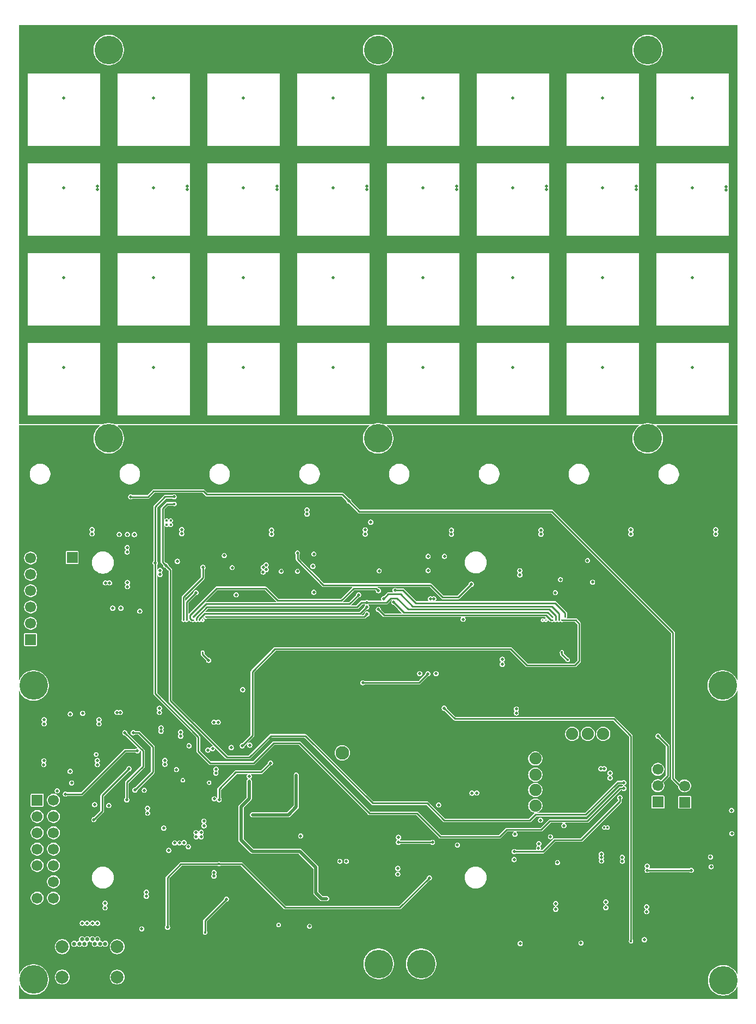
<source format=gbr>
%TF.GenerationSoftware,KiCad,Pcbnew,9.0.1*%
%TF.CreationDate,2025-06-02T14:00:05-06:00*%
%TF.ProjectId,PABA-DP,50414241-2d44-4502-9e6b-696361645f70,rev?*%
%TF.SameCoordinates,Original*%
%TF.FileFunction,Copper,L6,Inr*%
%TF.FilePolarity,Positive*%
%FSLAX46Y46*%
G04 Gerber Fmt 4.6, Leading zero omitted, Abs format (unit mm)*
G04 Created by KiCad (PCBNEW 9.0.1) date 2025-06-02 14:00:05*
%MOMM*%
%LPD*%
G01*
G04 APERTURE LIST*
%TA.AperFunction,ComponentPad*%
%ADD10C,0.508000*%
%TD*%
%TA.AperFunction,ComponentPad*%
%ADD11C,4.445000*%
%TD*%
%TA.AperFunction,ComponentPad*%
%ADD12R,1.700000X1.700000*%
%TD*%
%TA.AperFunction,ComponentPad*%
%ADD13C,1.700000*%
%TD*%
%TA.AperFunction,ComponentPad*%
%ADD14C,1.905000*%
%TD*%
%TA.AperFunction,ComponentPad*%
%ADD15C,2.100000*%
%TD*%
%TA.AperFunction,ComponentPad*%
%ADD16C,0.650000*%
%TD*%
%TA.AperFunction,ComponentPad*%
%ADD17C,2.012000*%
%TD*%
%TA.AperFunction,ComponentPad*%
%ADD18C,2.600000*%
%TD*%
%TA.AperFunction,ViaPad*%
%ADD19C,0.381000*%
%TD*%
%TA.AperFunction,ViaPad*%
%ADD20C,0.406400*%
%TD*%
%TA.AperFunction,ViaPad*%
%ADD21C,0.508000*%
%TD*%
%TA.AperFunction,ViaPad*%
%ADD22C,0.635000*%
%TD*%
%TA.AperFunction,ViaPad*%
%ADD23C,0.304800*%
%TD*%
%TA.AperFunction,Conductor*%
%ADD24C,0.304800*%
%TD*%
%TA.AperFunction,Conductor*%
%ADD25C,0.508000*%
%TD*%
%TA.AperFunction,Conductor*%
%ADD26C,0.254000*%
%TD*%
G04 APERTURE END LIST*
D10*
%TO.N,AGND*%
%TO.C,ANT29*%
X149657557Y-27169519D03*
X150907237Y-27169519D03*
X153406597Y-27169519D03*
X154656277Y-27169519D03*
X155905957Y-27169519D03*
X157155637Y-27169519D03*
X158405317Y-27169519D03*
X160904677Y-27169519D03*
X162154357Y-27169519D03*
X162154357Y-28419199D03*
X162154357Y-29668879D03*
X162154357Y-30918559D03*
X162154357Y-32168239D03*
X162154357Y-33417919D03*
X162154357Y-34667599D03*
X162154357Y-35917279D03*
X162154357Y-37166959D03*
X162154357Y-38416639D03*
X162154357Y-39666319D03*
X160904677Y-39666319D03*
X158405317Y-39666319D03*
X157155637Y-39666319D03*
X155905957Y-39666319D03*
X154656277Y-39666319D03*
X153406597Y-39666319D03*
X150907237Y-39666319D03*
X149657557Y-39666319D03*
X149657557Y-38416639D03*
X149657557Y-37166959D03*
X149657557Y-35917279D03*
X149657557Y-34667599D03*
X149657557Y-33417919D03*
X149657557Y-32168239D03*
X149657557Y-30918559D03*
X149657557Y-29668879D03*
X149657557Y-28419199D03*
%TO.N,ANT_8*%
X155905957Y-31652619D03*
%TD*%
D11*
%TO.N,*%
%TO.C,*%
X53400930Y-168754394D03*
%TD*%
%TO.N,*%
%TO.C,REF\u002A\u002A*%
X148922600Y-24169596D03*
%TD*%
D10*
%TO.N,AGND*%
%TO.C,ANT23*%
X121717557Y-55109519D03*
X122967237Y-55109519D03*
X125466597Y-55109519D03*
X126716277Y-55109519D03*
X127965957Y-55109519D03*
X129215637Y-55109519D03*
X130465317Y-55109519D03*
X132964677Y-55109519D03*
X134214357Y-55109519D03*
X134214357Y-56359199D03*
X134214357Y-57608879D03*
X134214357Y-58858559D03*
X134214357Y-60108239D03*
X134214357Y-61357919D03*
X134214357Y-62607599D03*
X134214357Y-63857279D03*
X134214357Y-65106959D03*
X134214357Y-66356639D03*
X134214357Y-67606319D03*
X132964677Y-67606319D03*
X130465317Y-67606319D03*
X129215637Y-67606319D03*
X127965957Y-67606319D03*
X126716277Y-67606319D03*
X125466597Y-67606319D03*
X122967237Y-67606319D03*
X121717557Y-67606319D03*
X121717557Y-66356639D03*
X121717557Y-65106959D03*
X121717557Y-63857279D03*
X121717557Y-62607599D03*
X121717557Y-61357919D03*
X121717557Y-60108239D03*
X121717557Y-58858559D03*
X121717557Y-57608879D03*
X121717557Y-56359199D03*
%TO.N,ANT_6*%
X127965957Y-59592619D03*
%TD*%
%TO.N,AGND*%
%TO.C,ANT18*%
X107747557Y-41139519D03*
X108997237Y-41139519D03*
X111496597Y-41139519D03*
X112746277Y-41139519D03*
X113995957Y-41139519D03*
X115245637Y-41139519D03*
X116495317Y-41139519D03*
X118994677Y-41139519D03*
X120244357Y-41139519D03*
X120244357Y-42389199D03*
X120244357Y-43638879D03*
X120244357Y-44888559D03*
X120244357Y-46138239D03*
X120244357Y-47387919D03*
X120244357Y-48637599D03*
X120244357Y-49887279D03*
X120244357Y-51136959D03*
X120244357Y-52386639D03*
X120244357Y-53636319D03*
X118994677Y-53636319D03*
X116495317Y-53636319D03*
X115245637Y-53636319D03*
X113995957Y-53636319D03*
X112746277Y-53636319D03*
X111496597Y-53636319D03*
X108997237Y-53636319D03*
X107747557Y-53636319D03*
X107747557Y-52386639D03*
X107747557Y-51136959D03*
X107747557Y-49887279D03*
X107747557Y-48637599D03*
X107747557Y-47387919D03*
X107747557Y-46138239D03*
X107747557Y-44888559D03*
X107747557Y-43638879D03*
X107747557Y-42389199D03*
%TO.N,ANT_5*%
X113995957Y-45622619D03*
%TD*%
D12*
%TO.N,Net-(P1-Pad1)*%
%TO.C,P1*%
X53951459Y-140844486D03*
D13*
%TO.N,Net-(P1-Pad2)*%
X56491459Y-140844486D03*
%TO.N,Net-(P1-Pad3)*%
X53951459Y-143384486D03*
%TO.N,PS_GPIO6*%
X56491459Y-143384486D03*
%TO.N,PS_GPIO5*%
X53951459Y-145924486D03*
%TO.N,PS_GPIO4*%
X56491459Y-145924486D03*
%TO.N,PS_GPIO3*%
X53951459Y-148464486D03*
%TO.N,PS_GPIO2*%
X56491459Y-148464486D03*
%TO.N,PS_GPIO1*%
X53951459Y-151004486D03*
%TO.N,PS_GPIO0*%
X56491459Y-151004486D03*
%TO.N,AGND*%
X53951459Y-153544486D03*
%TO.N,unconnected-(P1-Pad12)*%
X56491459Y-153544486D03*
%TO.N,PL_GPIO4*%
X53951459Y-156084486D03*
%TO.N,PL_GPIO3*%
X56491459Y-156084486D03*
%TD*%
D10*
%TO.N,AGND*%
%TO.C,ANT26*%
X135687557Y-41139519D03*
X136937237Y-41139519D03*
X139436597Y-41139519D03*
X140686277Y-41139519D03*
X141935957Y-41139519D03*
X143185637Y-41139519D03*
X144435317Y-41139519D03*
X146934677Y-41139519D03*
X148184357Y-41139519D03*
X148184357Y-42389199D03*
X148184357Y-43638879D03*
X148184357Y-44888559D03*
X148184357Y-46138239D03*
X148184357Y-47387919D03*
X148184357Y-48637599D03*
X148184357Y-49887279D03*
X148184357Y-51136959D03*
X148184357Y-52386639D03*
X148184357Y-53636319D03*
X146934677Y-53636319D03*
X144435317Y-53636319D03*
X143185637Y-53636319D03*
X141935957Y-53636319D03*
X140686277Y-53636319D03*
X139436597Y-53636319D03*
X136937237Y-53636319D03*
X135687557Y-53636319D03*
X135687557Y-52386639D03*
X135687557Y-51136959D03*
X135687557Y-49887279D03*
X135687557Y-48637599D03*
X135687557Y-47387919D03*
X135687557Y-46138239D03*
X135687557Y-44888559D03*
X135687557Y-43638879D03*
X135687557Y-42389199D03*
%TO.N,ANT_7*%
X141935957Y-45622619D03*
%TD*%
D11*
%TO.N,*%
%TO.C,*%
X160657969Y-168883127D03*
%TD*%
D10*
%TO.N,AGND*%
%TO.C,ANT13*%
X93777557Y-27169519D03*
X95027237Y-27169519D03*
X97526597Y-27169519D03*
X98776277Y-27169519D03*
X100025957Y-27169519D03*
X101275637Y-27169519D03*
X102525317Y-27169519D03*
X105024677Y-27169519D03*
X106274357Y-27169519D03*
X106274357Y-28419199D03*
X106274357Y-29668879D03*
X106274357Y-30918559D03*
X106274357Y-32168239D03*
X106274357Y-33417919D03*
X106274357Y-34667599D03*
X106274357Y-35917279D03*
X106274357Y-37166959D03*
X106274357Y-38416639D03*
X106274357Y-39666319D03*
X105024677Y-39666319D03*
X102525317Y-39666319D03*
X101275637Y-39666319D03*
X100025957Y-39666319D03*
X98776277Y-39666319D03*
X97526597Y-39666319D03*
X95027237Y-39666319D03*
X93777557Y-39666319D03*
X93777557Y-38416639D03*
X93777557Y-37166959D03*
X93777557Y-35917279D03*
X93777557Y-34667599D03*
X93777557Y-33417919D03*
X93777557Y-32168239D03*
X93777557Y-30918559D03*
X93777557Y-29668879D03*
X93777557Y-28419199D03*
%TO.N,ANT_4*%
X100025957Y-31652619D03*
%TD*%
%TO.N,AGND*%
%TO.C,ANT5*%
X65837557Y-27169519D03*
X67087237Y-27169519D03*
X69586597Y-27169519D03*
X70836277Y-27169519D03*
X72085957Y-27169519D03*
X73335637Y-27169519D03*
X74585317Y-27169519D03*
X77084677Y-27169519D03*
X78334357Y-27169519D03*
X78334357Y-28419199D03*
X78334357Y-29668879D03*
X78334357Y-30918559D03*
X78334357Y-32168239D03*
X78334357Y-33417919D03*
X78334357Y-34667599D03*
X78334357Y-35917279D03*
X78334357Y-37166959D03*
X78334357Y-38416639D03*
X78334357Y-39666319D03*
X77084677Y-39666319D03*
X74585317Y-39666319D03*
X73335637Y-39666319D03*
X72085957Y-39666319D03*
X70836277Y-39666319D03*
X69586597Y-39666319D03*
X67087237Y-39666319D03*
X65837557Y-39666319D03*
X65837557Y-38416639D03*
X65837557Y-37166959D03*
X65837557Y-35917279D03*
X65837557Y-34667599D03*
X65837557Y-33417919D03*
X65837557Y-32168239D03*
X65837557Y-30918559D03*
X65837557Y-29668879D03*
X65837557Y-28419199D03*
%TO.N,ANT_2*%
X72085957Y-31652619D03*
%TD*%
D14*
%TO.N,VDD_AMP*%
%TO.C,W2*%
X131445757Y-136890409D03*
%TD*%
D10*
%TO.N,AGND*%
%TO.C,ANT16*%
X93777557Y-69079519D03*
X95027237Y-69079519D03*
X97526597Y-69079519D03*
X98776277Y-69079519D03*
X100025957Y-69079519D03*
X101275637Y-69079519D03*
X102525317Y-69079519D03*
X105024677Y-69079519D03*
X106274357Y-69079519D03*
X106274357Y-70329199D03*
X106274357Y-71578879D03*
X106274357Y-72828559D03*
X106274357Y-74078239D03*
X106274357Y-75327919D03*
X106274357Y-76577599D03*
X106274357Y-77827279D03*
X106274357Y-79076959D03*
X106274357Y-80326639D03*
X106274357Y-81576319D03*
X105024677Y-81576319D03*
X102525317Y-81576319D03*
X101275637Y-81576319D03*
X100025957Y-81576319D03*
X98776277Y-81576319D03*
X97526597Y-81576319D03*
X95027237Y-81576319D03*
X93777557Y-81576319D03*
X93777557Y-80326639D03*
X93777557Y-79076959D03*
X93777557Y-77827279D03*
X93777557Y-76577599D03*
X93777557Y-75327919D03*
X93777557Y-74078239D03*
X93777557Y-72828559D03*
X93777557Y-71578879D03*
X93777557Y-70329199D03*
%TO.N,ANT_4*%
X100025957Y-73562619D03*
%TD*%
%TO.N,AGND*%
%TO.C,ANT3*%
X51867557Y-55109519D03*
X53117237Y-55109519D03*
X55616597Y-55109519D03*
X56866277Y-55109519D03*
X58115957Y-55109519D03*
X59365637Y-55109519D03*
X60615317Y-55109519D03*
X63114677Y-55109519D03*
X64364357Y-55109519D03*
X64364357Y-56359199D03*
X64364357Y-57608879D03*
X64364357Y-58858559D03*
X64364357Y-60108239D03*
X64364357Y-61357919D03*
X64364357Y-62607599D03*
X64364357Y-63857279D03*
X64364357Y-65106959D03*
X64364357Y-66356639D03*
X64364357Y-67606319D03*
X63114677Y-67606319D03*
X60615317Y-67606319D03*
X59365637Y-67606319D03*
X58115957Y-67606319D03*
X56866277Y-67606319D03*
X55616597Y-67606319D03*
X53117237Y-67606319D03*
X51867557Y-67606319D03*
X51867557Y-66356639D03*
X51867557Y-65106959D03*
X51867557Y-63857279D03*
X51867557Y-62607599D03*
X51867557Y-61357919D03*
X51867557Y-60108239D03*
X51867557Y-58858559D03*
X51867557Y-57608879D03*
X51867557Y-56359199D03*
%TO.N,ANT_1*%
X58115957Y-59592619D03*
%TD*%
%TO.N,AGND*%
%TO.C,ANT8*%
X65837557Y-69079519D03*
X67087237Y-69079519D03*
X69586597Y-69079519D03*
X70836277Y-69079519D03*
X72085957Y-69079519D03*
X73335637Y-69079519D03*
X74585317Y-69079519D03*
X77084677Y-69079519D03*
X78334357Y-69079519D03*
X78334357Y-70329199D03*
X78334357Y-71578879D03*
X78334357Y-72828559D03*
X78334357Y-74078239D03*
X78334357Y-75327919D03*
X78334357Y-76577599D03*
X78334357Y-77827279D03*
X78334357Y-79076959D03*
X78334357Y-80326639D03*
X78334357Y-81576319D03*
X77084677Y-81576319D03*
X74585317Y-81576319D03*
X73335637Y-81576319D03*
X72085957Y-81576319D03*
X70836277Y-81576319D03*
X69586597Y-81576319D03*
X67087237Y-81576319D03*
X65837557Y-81576319D03*
X65837557Y-80326639D03*
X65837557Y-79076959D03*
X65837557Y-77827279D03*
X65837557Y-76577599D03*
X65837557Y-75327919D03*
X65837557Y-74078239D03*
X65837557Y-72828559D03*
X65837557Y-71578879D03*
X65837557Y-70329199D03*
%TO.N,ANT_2*%
X72085957Y-73562619D03*
%TD*%
D11*
%TO.N,*%
%TO.C,*%
X107012094Y-24169596D03*
%TD*%
D10*
%TO.N,AGND*%
%TO.C,ANT24*%
X121717557Y-69079519D03*
X122967237Y-69079519D03*
X125466597Y-69079519D03*
X126716277Y-69079519D03*
X127965957Y-69079519D03*
X129215637Y-69079519D03*
X130465317Y-69079519D03*
X132964677Y-69079519D03*
X134214357Y-69079519D03*
X134214357Y-70329199D03*
X134214357Y-71578879D03*
X134214357Y-72828559D03*
X134214357Y-74078239D03*
X134214357Y-75327919D03*
X134214357Y-76577599D03*
X134214357Y-77827279D03*
X134214357Y-79076959D03*
X134214357Y-80326639D03*
X134214357Y-81576319D03*
X132964677Y-81576319D03*
X130465317Y-81576319D03*
X129215637Y-81576319D03*
X127965957Y-81576319D03*
X126716277Y-81576319D03*
X125466597Y-81576319D03*
X122967237Y-81576319D03*
X121717557Y-81576319D03*
X121717557Y-80326639D03*
X121717557Y-79076959D03*
X121717557Y-77827279D03*
X121717557Y-76577599D03*
X121717557Y-75327919D03*
X121717557Y-74078239D03*
X121717557Y-72828559D03*
X121717557Y-71578879D03*
X121717557Y-70329199D03*
%TO.N,ANT_6*%
X127965957Y-73562619D03*
%TD*%
%TO.N,AGND*%
%TO.C,ANT19*%
X107747557Y-55109519D03*
X108997237Y-55109519D03*
X111496597Y-55109519D03*
X112746277Y-55109519D03*
X113995957Y-55109519D03*
X115245637Y-55109519D03*
X116495317Y-55109519D03*
X118994677Y-55109519D03*
X120244357Y-55109519D03*
X120244357Y-56359199D03*
X120244357Y-57608879D03*
X120244357Y-58858559D03*
X120244357Y-60108239D03*
X120244357Y-61357919D03*
X120244357Y-62607599D03*
X120244357Y-63857279D03*
X120244357Y-65106959D03*
X120244357Y-66356639D03*
X120244357Y-67606319D03*
X118994677Y-67606319D03*
X116495317Y-67606319D03*
X115245637Y-67606319D03*
X113995957Y-67606319D03*
X112746277Y-67606319D03*
X111496597Y-67606319D03*
X108997237Y-67606319D03*
X107747557Y-67606319D03*
X107747557Y-66356639D03*
X107747557Y-65106959D03*
X107747557Y-63857279D03*
X107747557Y-62607599D03*
X107747557Y-61357919D03*
X107747557Y-60108239D03*
X107747557Y-58858559D03*
X107747557Y-57608879D03*
X107747557Y-56359199D03*
%TO.N,ANT_5*%
X113995957Y-59592619D03*
%TD*%
%TO.N,AGND*%
%TO.C,ANT21*%
X121717557Y-27169519D03*
X122967237Y-27169519D03*
X125466597Y-27169519D03*
X126716277Y-27169519D03*
X127965957Y-27169519D03*
X129215637Y-27169519D03*
X130465317Y-27169519D03*
X132964677Y-27169519D03*
X134214357Y-27169519D03*
X134214357Y-28419199D03*
X134214357Y-29668879D03*
X134214357Y-30918559D03*
X134214357Y-32168239D03*
X134214357Y-33417919D03*
X134214357Y-34667599D03*
X134214357Y-35917279D03*
X134214357Y-37166959D03*
X134214357Y-38416639D03*
X134214357Y-39666319D03*
X132964677Y-39666319D03*
X130465317Y-39666319D03*
X129215637Y-39666319D03*
X127965957Y-39666319D03*
X126716277Y-39666319D03*
X125466597Y-39666319D03*
X122967237Y-39666319D03*
X121717557Y-39666319D03*
X121717557Y-38416639D03*
X121717557Y-37166959D03*
X121717557Y-35917279D03*
X121717557Y-34667599D03*
X121717557Y-33417919D03*
X121717557Y-32168239D03*
X121717557Y-30918559D03*
X121717557Y-29668879D03*
X121717557Y-28419199D03*
%TO.N,ANT_6*%
X127965957Y-31652619D03*
%TD*%
D14*
%TO.N,IMON*%
%TO.C,W7*%
X131445757Y-141680339D03*
%TD*%
%TO.N,VDD_4V5*%
%TO.C,W1*%
X131445757Y-134383169D03*
%TD*%
D11*
%TO.N,*%
%TO.C,*%
X53400263Y-123016664D03*
%TD*%
D10*
%TO.N,AGND*%
%TO.C,ANT2*%
X51867557Y-41139519D03*
X53117237Y-41139519D03*
X55616597Y-41139519D03*
X56866277Y-41139519D03*
X58115957Y-41139519D03*
X59365637Y-41139519D03*
X60615317Y-41139519D03*
X63114677Y-41139519D03*
X64364357Y-41139519D03*
X64364357Y-42389199D03*
X64364357Y-43638879D03*
X64364357Y-44888559D03*
X64364357Y-46138239D03*
X64364357Y-47387919D03*
X64364357Y-48637599D03*
X64364357Y-49887279D03*
X64364357Y-51136959D03*
X64364357Y-52386639D03*
X64364357Y-53636319D03*
X63114677Y-53636319D03*
X60615317Y-53636319D03*
X59365637Y-53636319D03*
X58115957Y-53636319D03*
X56866277Y-53636319D03*
X55616597Y-53636319D03*
X53117237Y-53636319D03*
X51867557Y-53636319D03*
X51867557Y-52386639D03*
X51867557Y-51136959D03*
X51867557Y-49887279D03*
X51867557Y-48637599D03*
X51867557Y-47387919D03*
X51867557Y-46138239D03*
X51867557Y-44888559D03*
X51867557Y-43638879D03*
X51867557Y-42389199D03*
%TO.N,ANT_1*%
X58115957Y-45622619D03*
%TD*%
%TO.N,AGND*%
%TO.C,ANT14*%
X93777557Y-41139519D03*
X95027237Y-41139519D03*
X97526597Y-41139519D03*
X98776277Y-41139519D03*
X100025957Y-41139519D03*
X101275637Y-41139519D03*
X102525317Y-41139519D03*
X105024677Y-41139519D03*
X106274357Y-41139519D03*
X106274357Y-42389199D03*
X106274357Y-43638879D03*
X106274357Y-44888559D03*
X106274357Y-46138239D03*
X106274357Y-47387919D03*
X106274357Y-48637599D03*
X106274357Y-49887279D03*
X106274357Y-51136959D03*
X106274357Y-52386639D03*
X106274357Y-53636319D03*
X105024677Y-53636319D03*
X102525317Y-53636319D03*
X101275637Y-53636319D03*
X100025957Y-53636319D03*
X98776277Y-53636319D03*
X97526597Y-53636319D03*
X95027237Y-53636319D03*
X93777557Y-53636319D03*
X93777557Y-52386639D03*
X93777557Y-51136959D03*
X93777557Y-49887279D03*
X93777557Y-48637599D03*
X93777557Y-47387919D03*
X93777557Y-46138239D03*
X93777557Y-44888559D03*
X93777557Y-43638879D03*
X93777557Y-42389199D03*
%TO.N,ANT_4*%
X100025957Y-45622619D03*
%TD*%
%TO.N,AGND*%
%TO.C,ANT15*%
X93777557Y-55109519D03*
X95027237Y-55109519D03*
X97526597Y-55109519D03*
X98776277Y-55109519D03*
X100025957Y-55109519D03*
X101275637Y-55109519D03*
X102525317Y-55109519D03*
X105024677Y-55109519D03*
X106274357Y-55109519D03*
X106274357Y-56359199D03*
X106274357Y-57608879D03*
X106274357Y-58858559D03*
X106274357Y-60108239D03*
X106274357Y-61357919D03*
X106274357Y-62607599D03*
X106274357Y-63857279D03*
X106274357Y-65106959D03*
X106274357Y-66356639D03*
X106274357Y-67606319D03*
X105024677Y-67606319D03*
X102525317Y-67606319D03*
X101275637Y-67606319D03*
X100025957Y-67606319D03*
X98776277Y-67606319D03*
X97526597Y-67606319D03*
X95027237Y-67606319D03*
X93777557Y-67606319D03*
X93777557Y-66356639D03*
X93777557Y-65106959D03*
X93777557Y-63857279D03*
X93777557Y-62607599D03*
X93777557Y-61357919D03*
X93777557Y-60108239D03*
X93777557Y-58858559D03*
X93777557Y-57608879D03*
X93777557Y-56359199D03*
%TO.N,ANT_4*%
X100025957Y-59592619D03*
%TD*%
%TO.N,AGND*%
%TO.C,ANT11*%
X79807557Y-55109519D03*
X81057237Y-55109519D03*
X83556597Y-55109519D03*
X84806277Y-55109519D03*
X86055957Y-55109519D03*
X87305637Y-55109519D03*
X88555317Y-55109519D03*
X91054677Y-55109519D03*
X92304357Y-55109519D03*
X92304357Y-56359199D03*
X92304357Y-57608879D03*
X92304357Y-58858559D03*
X92304357Y-60108239D03*
X92304357Y-61357919D03*
X92304357Y-62607599D03*
X92304357Y-63857279D03*
X92304357Y-65106959D03*
X92304357Y-66356639D03*
X92304357Y-67606319D03*
X91054677Y-67606319D03*
X88555317Y-67606319D03*
X87305637Y-67606319D03*
X86055957Y-67606319D03*
X84806277Y-67606319D03*
X83556597Y-67606319D03*
X81057237Y-67606319D03*
X79807557Y-67606319D03*
X79807557Y-66356639D03*
X79807557Y-65106959D03*
X79807557Y-63857279D03*
X79807557Y-62607599D03*
X79807557Y-61357919D03*
X79807557Y-60108239D03*
X79807557Y-58858559D03*
X79807557Y-57608879D03*
X79807557Y-56359199D03*
%TO.N,ANT_3*%
X86055957Y-59592619D03*
%TD*%
D15*
%TO.N,Net-(R87-Pad2)*%
%TO.C,VTUNE1*%
X101407494Y-133501731D03*
%TD*%
D10*
%TO.N,AGND*%
%TO.C,ANT32*%
X149657557Y-69079519D03*
X150907237Y-69079519D03*
X153406597Y-69079519D03*
X154656277Y-69079519D03*
X155905957Y-69079519D03*
X157155637Y-69079519D03*
X158405317Y-69079519D03*
X160904677Y-69079519D03*
X162154357Y-69079519D03*
X162154357Y-70329199D03*
X162154357Y-71578879D03*
X162154357Y-72828559D03*
X162154357Y-74078239D03*
X162154357Y-75327919D03*
X162154357Y-76577599D03*
X162154357Y-77827279D03*
X162154357Y-79076959D03*
X162154357Y-80326639D03*
X162154357Y-81576319D03*
X160904677Y-81576319D03*
X158405317Y-81576319D03*
X157155637Y-81576319D03*
X155905957Y-81576319D03*
X154656277Y-81576319D03*
X153406597Y-81576319D03*
X150907237Y-81576319D03*
X149657557Y-81576319D03*
X149657557Y-80326639D03*
X149657557Y-79076959D03*
X149657557Y-77827279D03*
X149657557Y-76577599D03*
X149657557Y-75327919D03*
X149657557Y-74078239D03*
X149657557Y-72828559D03*
X149657557Y-71578879D03*
X149657557Y-70329199D03*
%TO.N,ANT_8*%
X155905957Y-73562619D03*
%TD*%
%TO.N,AGND*%
%TO.C,ANT9*%
X79807557Y-27169519D03*
X81057237Y-27169519D03*
X83556597Y-27169519D03*
X84806277Y-27169519D03*
X86055957Y-27169519D03*
X87305637Y-27169519D03*
X88555317Y-27169519D03*
X91054677Y-27169519D03*
X92304357Y-27169519D03*
X92304357Y-28419199D03*
X92304357Y-29668879D03*
X92304357Y-30918559D03*
X92304357Y-32168239D03*
X92304357Y-33417919D03*
X92304357Y-34667599D03*
X92304357Y-35917279D03*
X92304357Y-37166959D03*
X92304357Y-38416639D03*
X92304357Y-39666319D03*
X91054677Y-39666319D03*
X88555317Y-39666319D03*
X87305637Y-39666319D03*
X86055957Y-39666319D03*
X84806277Y-39666319D03*
X83556597Y-39666319D03*
X81057237Y-39666319D03*
X79807557Y-39666319D03*
X79807557Y-38416639D03*
X79807557Y-37166959D03*
X79807557Y-35917279D03*
X79807557Y-34667599D03*
X79807557Y-33417919D03*
X79807557Y-32168239D03*
X79807557Y-30918559D03*
X79807557Y-29668879D03*
X79807557Y-28419199D03*
%TO.N,ANT_3*%
X86055957Y-31652619D03*
%TD*%
%TO.N,AGND*%
%TO.C,ANT1*%
X51867557Y-27169519D03*
X53117237Y-27169519D03*
X55616597Y-27169519D03*
X56866277Y-27169519D03*
X58115957Y-27169519D03*
X59365637Y-27169519D03*
X60615317Y-27169519D03*
X63114677Y-27169519D03*
X64364357Y-27169519D03*
X64364357Y-28419199D03*
X64364357Y-29668879D03*
X64364357Y-30918559D03*
X64364357Y-32168239D03*
X64364357Y-33417919D03*
X64364357Y-34667599D03*
X64364357Y-35917279D03*
X64364357Y-37166959D03*
X64364357Y-38416639D03*
X64364357Y-39666319D03*
X63114677Y-39666319D03*
X60615317Y-39666319D03*
X59365637Y-39666319D03*
X58115957Y-39666319D03*
X56866277Y-39666319D03*
X55616597Y-39666319D03*
X53117237Y-39666319D03*
X51867557Y-39666319D03*
X51867557Y-38416639D03*
X51867557Y-37166959D03*
X51867557Y-35917279D03*
X51867557Y-34667599D03*
X51867557Y-33417919D03*
X51867557Y-32168239D03*
X51867557Y-30918559D03*
X51867557Y-29668879D03*
X51867557Y-28419199D03*
%TO.N,ANT_1*%
X58115957Y-31652619D03*
%TD*%
%TO.N,AGND*%
%TO.C,ANT22*%
X121717557Y-41139519D03*
X122967237Y-41139519D03*
X125466597Y-41139519D03*
X126716277Y-41139519D03*
X127965957Y-41139519D03*
X129215637Y-41139519D03*
X130465317Y-41139519D03*
X132964677Y-41139519D03*
X134214357Y-41139519D03*
X134214357Y-42389199D03*
X134214357Y-43638879D03*
X134214357Y-44888559D03*
X134214357Y-46138239D03*
X134214357Y-47387919D03*
X134214357Y-48637599D03*
X134214357Y-49887279D03*
X134214357Y-51136959D03*
X134214357Y-52386639D03*
X134214357Y-53636319D03*
X132964677Y-53636319D03*
X130465317Y-53636319D03*
X129215637Y-53636319D03*
X127965957Y-53636319D03*
X126716277Y-53636319D03*
X125466597Y-53636319D03*
X122967237Y-53636319D03*
X121717557Y-53636319D03*
X121717557Y-52386639D03*
X121717557Y-51136959D03*
X121717557Y-49887279D03*
X121717557Y-48637599D03*
X121717557Y-47387919D03*
X121717557Y-46138239D03*
X121717557Y-44888559D03*
X121717557Y-43638879D03*
X121717557Y-42389199D03*
%TO.N,ANT_6*%
X127965957Y-45622619D03*
%TD*%
D16*
%TO.N,AGND*%
%TO.C,P16*%
X64927203Y-162486305D03*
%TO.N,unconnected-(P16B-SSTXp2-PadB2)*%
X64527203Y-163186305D03*
%TO.N,unconnected-(P16B-SSTXn2-PadB3)*%
X63727203Y-163186305D03*
%TO.N,VINPUT*%
X63327203Y-162486305D03*
%TO.N,unconnected-(P16B-VCONN-PadB5)*%
X62927203Y-163186305D03*
%TO.N,unconnected-(P16B-Dp2-PadB6)*%
X62527203Y-162486305D03*
%TO.N,unconnected-(P16B-Dn2-PadB7)*%
X61727203Y-162486305D03*
%TO.N,unconnected-(P16B-SBU2-PadB8)*%
X61327203Y-163186305D03*
%TO.N,VINPUT*%
X60927203Y-162486305D03*
%TO.N,unconnected-(P16B-SSRXn1-PadB10)*%
X60527203Y-163186305D03*
%TO.N,unconnected-(P16B-SSRXp1-PadB11)*%
X59727203Y-163186305D03*
%TO.N,AGND*%
X59327203Y-162486305D03*
X64127203Y-162486305D03*
X60127203Y-162486305D03*
D17*
%TO.N,Net-(P16A-GND-PadSH1)*%
X66397203Y-168366305D03*
X66397203Y-163636305D03*
X57857203Y-163636305D03*
%TO.N,Net-(P16B-GND-PadSH4)*%
X57857203Y-168366305D03*
%TD*%
D11*
%TO.N,*%
%TO.C,*%
X65087351Y-24169596D03*
%TD*%
D10*
%TO.N,AGND*%
%TO.C,ANT17*%
X107747557Y-27169519D03*
X108997237Y-27169519D03*
X111496597Y-27169519D03*
X112746277Y-27169519D03*
X113995957Y-27169519D03*
X115245637Y-27169519D03*
X116495317Y-27169519D03*
X118994677Y-27169519D03*
X120244357Y-27169519D03*
X120244357Y-28419199D03*
X120244357Y-29668879D03*
X120244357Y-30918559D03*
X120244357Y-32168239D03*
X120244357Y-33417919D03*
X120244357Y-34667599D03*
X120244357Y-35917279D03*
X120244357Y-37166959D03*
X120244357Y-38416639D03*
X120244357Y-39666319D03*
X118994677Y-39666319D03*
X116495317Y-39666319D03*
X115245637Y-39666319D03*
X113995957Y-39666319D03*
X112746277Y-39666319D03*
X111496597Y-39666319D03*
X108997237Y-39666319D03*
X107747557Y-39666319D03*
X107747557Y-38416639D03*
X107747557Y-37166959D03*
X107747557Y-35917279D03*
X107747557Y-34667599D03*
X107747557Y-33417919D03*
X107747557Y-32168239D03*
X107747557Y-30918559D03*
X107747557Y-29668879D03*
X107747557Y-28419199D03*
%TO.N,ANT_5*%
X113995957Y-31652619D03*
%TD*%
%TO.N,AGND*%
%TO.C,ANT27*%
X135687557Y-55109519D03*
X136937237Y-55109519D03*
X139436597Y-55109519D03*
X140686277Y-55109519D03*
X141935957Y-55109519D03*
X143185637Y-55109519D03*
X144435317Y-55109519D03*
X146934677Y-55109519D03*
X148184357Y-55109519D03*
X148184357Y-56359199D03*
X148184357Y-57608879D03*
X148184357Y-58858559D03*
X148184357Y-60108239D03*
X148184357Y-61357919D03*
X148184357Y-62607599D03*
X148184357Y-63857279D03*
X148184357Y-65106959D03*
X148184357Y-66356639D03*
X148184357Y-67606319D03*
X146934677Y-67606319D03*
X144435317Y-67606319D03*
X143185637Y-67606319D03*
X141935957Y-67606319D03*
X140686277Y-67606319D03*
X139436597Y-67606319D03*
X136937237Y-67606319D03*
X135687557Y-67606319D03*
X135687557Y-66356639D03*
X135687557Y-65106959D03*
X135687557Y-63857279D03*
X135687557Y-62607599D03*
X135687557Y-61357919D03*
X135687557Y-60108239D03*
X135687557Y-58858559D03*
X135687557Y-57608879D03*
X135687557Y-56359199D03*
%TO.N,ANT_7*%
X141935957Y-59592619D03*
%TD*%
D14*
%TO.N,VDD_3V3*%
%TO.C,W3*%
X137190217Y-130537359D03*
%TD*%
D18*
%TO.N,AGND*%
%TO.C,AGND3*%
X158598806Y-130537359D03*
%TD*%
D11*
%TO.N,*%
%TO.C,*%
X148926585Y-84573339D03*
%TD*%
D12*
%TO.N,5V_RPI*%
%TO.C,P3*%
X59408307Y-103110150D03*
D13*
%TO.N,AGND*%
X59408307Y-105650150D03*
%TD*%
D12*
%TO.N,SPI0_CLK*%
%TO.C,P18*%
X52926737Y-115886353D03*
D13*
%TO.N,SPI0_MISO*%
X52926737Y-113346353D03*
%TO.N,SPI0_MOSI*%
X52926737Y-110806353D03*
%TO.N,CS0*%
X52926737Y-108266353D03*
%TO.N,CS1*%
X52926737Y-105726353D03*
%TO.N,CS2*%
X52926737Y-103186353D03*
%TO.N,AGND*%
X52926737Y-100646353D03*
%TD*%
D10*
%TO.N,AGND*%
%TO.C,ANT6*%
X65837557Y-41139519D03*
X67087237Y-41139519D03*
X69586597Y-41139519D03*
X70836277Y-41139519D03*
X72085957Y-41139519D03*
X73335637Y-41139519D03*
X74585317Y-41139519D03*
X77084677Y-41139519D03*
X78334357Y-41139519D03*
X78334357Y-42389199D03*
X78334357Y-43638879D03*
X78334357Y-44888559D03*
X78334357Y-46138239D03*
X78334357Y-47387919D03*
X78334357Y-48637599D03*
X78334357Y-49887279D03*
X78334357Y-51136959D03*
X78334357Y-52386639D03*
X78334357Y-53636319D03*
X77084677Y-53636319D03*
X74585317Y-53636319D03*
X73335637Y-53636319D03*
X72085957Y-53636319D03*
X70836277Y-53636319D03*
X69586597Y-53636319D03*
X67087237Y-53636319D03*
X65837557Y-53636319D03*
X65837557Y-52386639D03*
X65837557Y-51136959D03*
X65837557Y-49887279D03*
X65837557Y-48637599D03*
X65837557Y-47387919D03*
X65837557Y-46138239D03*
X65837557Y-44888559D03*
X65837557Y-43638879D03*
X65837557Y-42389199D03*
%TO.N,ANT_2*%
X72085957Y-45622619D03*
%TD*%
D11*
%TO.N,*%
%TO.C,*%
X65094613Y-84568055D03*
%TD*%
D10*
%TO.N,AGND*%
%TO.C,ANT28*%
X135687557Y-69079519D03*
X136937237Y-69079519D03*
X139436597Y-69079519D03*
X140686277Y-69079519D03*
X141935957Y-69079519D03*
X143185637Y-69079519D03*
X144435317Y-69079519D03*
X146934677Y-69079519D03*
X148184357Y-69079519D03*
X148184357Y-70329199D03*
X148184357Y-71578879D03*
X148184357Y-72828559D03*
X148184357Y-74078239D03*
X148184357Y-75327919D03*
X148184357Y-76577599D03*
X148184357Y-77827279D03*
X148184357Y-79076959D03*
X148184357Y-80326639D03*
X148184357Y-81576319D03*
X146934677Y-81576319D03*
X144435317Y-81576319D03*
X143185637Y-81576319D03*
X141935957Y-81576319D03*
X140686277Y-81576319D03*
X139436597Y-81576319D03*
X136937237Y-81576319D03*
X135687557Y-81576319D03*
X135687557Y-80326639D03*
X135687557Y-79076959D03*
X135687557Y-77827279D03*
X135687557Y-76577599D03*
X135687557Y-75327919D03*
X135687557Y-74078239D03*
X135687557Y-72828559D03*
X135687557Y-71578879D03*
X135687557Y-70329199D03*
%TO.N,ANT_7*%
X141935957Y-73562619D03*
%TD*%
D14*
%TO.N,VDD_1V8*%
%TO.C,W6*%
X142022067Y-130537359D03*
%TD*%
D10*
%TO.N,AGND*%
%TO.C,ANT31*%
X149657557Y-55109519D03*
X150907237Y-55109519D03*
X153406597Y-55109519D03*
X154656277Y-55109519D03*
X155905957Y-55109519D03*
X157155637Y-55109519D03*
X158405317Y-55109519D03*
X160904677Y-55109519D03*
X162154357Y-55109519D03*
X162154357Y-56359199D03*
X162154357Y-57608879D03*
X162154357Y-58858559D03*
X162154357Y-60108239D03*
X162154357Y-61357919D03*
X162154357Y-62607599D03*
X162154357Y-63857279D03*
X162154357Y-65106959D03*
X162154357Y-66356639D03*
X162154357Y-67606319D03*
X160904677Y-67606319D03*
X158405317Y-67606319D03*
X157155637Y-67606319D03*
X155905957Y-67606319D03*
X154656277Y-67606319D03*
X153406597Y-67606319D03*
X150907237Y-67606319D03*
X149657557Y-67606319D03*
X149657557Y-66356639D03*
X149657557Y-65106959D03*
X149657557Y-63857279D03*
X149657557Y-62607599D03*
X149657557Y-61357919D03*
X149657557Y-60108239D03*
X149657557Y-58858559D03*
X149657557Y-57608879D03*
X149657557Y-56359199D03*
%TO.N,ANT_8*%
X155905957Y-59592619D03*
%TD*%
D14*
%TO.N,VDD_3V0*%
%TO.C,W5*%
X139599667Y-130537359D03*
%TD*%
D10*
%TO.N,AGND*%
%TO.C,ANT7*%
X65837557Y-55109519D03*
X67087237Y-55109519D03*
X69586597Y-55109519D03*
X70836277Y-55109519D03*
X72085957Y-55109519D03*
X73335637Y-55109519D03*
X74585317Y-55109519D03*
X77084677Y-55109519D03*
X78334357Y-55109519D03*
X78334357Y-56359199D03*
X78334357Y-57608879D03*
X78334357Y-58858559D03*
X78334357Y-60108239D03*
X78334357Y-61357919D03*
X78334357Y-62607599D03*
X78334357Y-63857279D03*
X78334357Y-65106959D03*
X78334357Y-66356639D03*
X78334357Y-67606319D03*
X77084677Y-67606319D03*
X74585317Y-67606319D03*
X73335637Y-67606319D03*
X72085957Y-67606319D03*
X70836277Y-67606319D03*
X69586597Y-67606319D03*
X67087237Y-67606319D03*
X65837557Y-67606319D03*
X65837557Y-66356639D03*
X65837557Y-65106959D03*
X65837557Y-63857279D03*
X65837557Y-62607599D03*
X65837557Y-61357919D03*
X65837557Y-60108239D03*
X65837557Y-58858559D03*
X65837557Y-57608879D03*
X65837557Y-56359199D03*
%TO.N,ANT_2*%
X72085957Y-59592619D03*
%TD*%
%TO.N,AGND*%
%TO.C,ANT4*%
X51867557Y-69079519D03*
X53117237Y-69079519D03*
X55616597Y-69079519D03*
X56866277Y-69079519D03*
X58115957Y-69079519D03*
X59365637Y-69079519D03*
X60615317Y-69079519D03*
X63114677Y-69079519D03*
X64364357Y-69079519D03*
X64364357Y-70329199D03*
X64364357Y-71578879D03*
X64364357Y-72828559D03*
X64364357Y-74078239D03*
X64364357Y-75327919D03*
X64364357Y-76577599D03*
X64364357Y-77827279D03*
X64364357Y-79076959D03*
X64364357Y-80326639D03*
X64364357Y-81576319D03*
X63114677Y-81576319D03*
X60615317Y-81576319D03*
X59365637Y-81576319D03*
X58115957Y-81576319D03*
X56866277Y-81576319D03*
X55616597Y-81576319D03*
X53117237Y-81576319D03*
X51867557Y-81576319D03*
X51867557Y-80326639D03*
X51867557Y-79076959D03*
X51867557Y-77827279D03*
X51867557Y-76577599D03*
X51867557Y-75327919D03*
X51867557Y-74078239D03*
X51867557Y-72828559D03*
X51867557Y-71578879D03*
X51867557Y-70329199D03*
%TO.N,ANT_1*%
X58115957Y-73562619D03*
%TD*%
%TO.N,AGND*%
%TO.C,ANT20*%
X107747557Y-69079519D03*
X108997237Y-69079519D03*
X111496597Y-69079519D03*
X112746277Y-69079519D03*
X113995957Y-69079519D03*
X115245637Y-69079519D03*
X116495317Y-69079519D03*
X118994677Y-69079519D03*
X120244357Y-69079519D03*
X120244357Y-70329199D03*
X120244357Y-71578879D03*
X120244357Y-72828559D03*
X120244357Y-74078239D03*
X120244357Y-75327919D03*
X120244357Y-76577599D03*
X120244357Y-77827279D03*
X120244357Y-79076959D03*
X120244357Y-80326639D03*
X120244357Y-81576319D03*
X118994677Y-81576319D03*
X116495317Y-81576319D03*
X115245637Y-81576319D03*
X113995957Y-81576319D03*
X112746277Y-81576319D03*
X111496597Y-81576319D03*
X108997237Y-81576319D03*
X107747557Y-81576319D03*
X107747557Y-80326639D03*
X107747557Y-79076959D03*
X107747557Y-77827279D03*
X107747557Y-76577599D03*
X107747557Y-75327919D03*
X107747557Y-74078239D03*
X107747557Y-72828559D03*
X107747557Y-71578879D03*
X107747557Y-70329199D03*
%TO.N,ANT_5*%
X113995957Y-73562619D03*
%TD*%
%TO.N,AGND*%
%TO.C,ANT10*%
X79807557Y-41139519D03*
X81057237Y-41139519D03*
X83556597Y-41139519D03*
X84806277Y-41139519D03*
X86055957Y-41139519D03*
X87305637Y-41139519D03*
X88555317Y-41139519D03*
X91054677Y-41139519D03*
X92304357Y-41139519D03*
X92304357Y-42389199D03*
X92304357Y-43638879D03*
X92304357Y-44888559D03*
X92304357Y-46138239D03*
X92304357Y-47387919D03*
X92304357Y-48637599D03*
X92304357Y-49887279D03*
X92304357Y-51136959D03*
X92304357Y-52386639D03*
X92304357Y-53636319D03*
X91054677Y-53636319D03*
X88555317Y-53636319D03*
X87305637Y-53636319D03*
X86055957Y-53636319D03*
X84806277Y-53636319D03*
X83556597Y-53636319D03*
X81057237Y-53636319D03*
X79807557Y-53636319D03*
X79807557Y-52386639D03*
X79807557Y-51136959D03*
X79807557Y-49887279D03*
X79807557Y-48637599D03*
X79807557Y-47387919D03*
X79807557Y-46138239D03*
X79807557Y-44888559D03*
X79807557Y-43638879D03*
X79807557Y-42389199D03*
%TO.N,ANT_3*%
X86055957Y-45622619D03*
%TD*%
D14*
%TO.N,VINPUT*%
%TO.C,W4*%
X131445757Y-139271909D03*
%TD*%
D10*
%TO.N,AGND*%
%TO.C,ANT30*%
X149657557Y-41139519D03*
X150907237Y-41139519D03*
X153406597Y-41139519D03*
X154656277Y-41139519D03*
X155905957Y-41139519D03*
X157155637Y-41139519D03*
X158405317Y-41139519D03*
X160904677Y-41139519D03*
X162154357Y-41139519D03*
X162154357Y-42389199D03*
X162154357Y-43638879D03*
X162154357Y-44888559D03*
X162154357Y-46138239D03*
X162154357Y-47387919D03*
X162154357Y-48637599D03*
X162154357Y-49887279D03*
X162154357Y-51136959D03*
X162154357Y-52386639D03*
X162154357Y-53636319D03*
X160904677Y-53636319D03*
X158405317Y-53636319D03*
X157155637Y-53636319D03*
X155905957Y-53636319D03*
X154656277Y-53636319D03*
X153406597Y-53636319D03*
X150907237Y-53636319D03*
X149657557Y-53636319D03*
X149657557Y-52386639D03*
X149657557Y-51136959D03*
X149657557Y-49887279D03*
X149657557Y-48637599D03*
X149657557Y-47387919D03*
X149657557Y-46138239D03*
X149657557Y-44888559D03*
X149657557Y-43638879D03*
X149657557Y-42389199D03*
%TO.N,ANT_8*%
X155905957Y-45622619D03*
%TD*%
D11*
%TO.N,*%
%TO.C,*%
X160601357Y-123008926D03*
%TD*%
D10*
%TO.N,AGND*%
%TO.C,ANT12*%
X79807557Y-69079519D03*
X81057237Y-69079519D03*
X83556597Y-69079519D03*
X84806277Y-69079519D03*
X86055957Y-69079519D03*
X87305637Y-69079519D03*
X88555317Y-69079519D03*
X91054677Y-69079519D03*
X92304357Y-69079519D03*
X92304357Y-70329199D03*
X92304357Y-71578879D03*
X92304357Y-72828559D03*
X92304357Y-74078239D03*
X92304357Y-75327919D03*
X92304357Y-76577599D03*
X92304357Y-77827279D03*
X92304357Y-79076959D03*
X92304357Y-80326639D03*
X92304357Y-81576319D03*
X91054677Y-81576319D03*
X88555317Y-81576319D03*
X87305637Y-81576319D03*
X86055957Y-81576319D03*
X84806277Y-81576319D03*
X83556597Y-81576319D03*
X81057237Y-81576319D03*
X79807557Y-81576319D03*
X79807557Y-80326639D03*
X79807557Y-79076959D03*
X79807557Y-77827279D03*
X79807557Y-76577599D03*
X79807557Y-75327919D03*
X79807557Y-74078239D03*
X79807557Y-72828559D03*
X79807557Y-71578879D03*
X79807557Y-70329199D03*
%TO.N,ANT_3*%
X86055957Y-73562619D03*
%TD*%
D11*
%TO.N,*%
%TO.C,*%
X113683513Y-166306459D03*
%TD*%
%TO.N,*%
%TO.C,*%
X107084995Y-166306459D03*
%TD*%
D10*
%TO.N,AGND*%
%TO.C,ANT25*%
X135687557Y-27169519D03*
X136937237Y-27169519D03*
X139436597Y-27169519D03*
X140686277Y-27169519D03*
X141935957Y-27169519D03*
X143185637Y-27169519D03*
X144435317Y-27169519D03*
X146934677Y-27169519D03*
X148184357Y-27169519D03*
X148184357Y-28419199D03*
X148184357Y-29668879D03*
X148184357Y-30918559D03*
X148184357Y-32168239D03*
X148184357Y-33417919D03*
X148184357Y-34667599D03*
X148184357Y-35917279D03*
X148184357Y-37166959D03*
X148184357Y-38416639D03*
X148184357Y-39666319D03*
X146934677Y-39666319D03*
X144435317Y-39666319D03*
X143185637Y-39666319D03*
X141935957Y-39666319D03*
X140686277Y-39666319D03*
X139436597Y-39666319D03*
X136937237Y-39666319D03*
X135687557Y-39666319D03*
X135687557Y-38416639D03*
X135687557Y-37166959D03*
X135687557Y-35917279D03*
X135687557Y-34667599D03*
X135687557Y-33417919D03*
X135687557Y-32168239D03*
X135687557Y-30918559D03*
X135687557Y-29668879D03*
X135687557Y-28419199D03*
%TO.N,ANT_7*%
X141935957Y-31652619D03*
%TD*%
D11*
%TO.N,*%
%TO.C,*%
X107007589Y-84574221D03*
%TD*%
D12*
%TO.N,MUXOUT_1V8*%
%TO.C,P11*%
X150521157Y-141142879D03*
D13*
%TO.N,TR_1V8*%
X150521157Y-138602879D03*
%TO.N,Net-(P11-Pad3)*%
X150521157Y-136062879D03*
%TD*%
D12*
%TO.N,VLOGIC*%
%TO.C,P6*%
X154673807Y-141168633D03*
D13*
%TO.N,WP*%
X154673807Y-138628633D03*
%TO.N,AGND*%
X154673807Y-136088633D03*
%TD*%
D19*
%TO.N,AGND*%
X110450117Y-150189339D03*
D20*
X150251917Y-166419939D03*
X53884317Y-161527899D03*
X123843537Y-84812279D03*
X96373437Y-85035799D03*
X90373957Y-141459359D03*
X75669825Y-158545598D03*
X143876517Y-171525339D03*
X109408717Y-99643339D03*
X73594717Y-159638139D03*
X128952237Y-100370029D03*
X149083517Y-137641739D03*
X82779357Y-142449959D03*
D21*
X69461627Y-88195559D03*
D20*
X161300917Y-171525339D03*
X100391717Y-106247339D03*
D21*
X121962157Y-90142219D03*
X122378977Y-88867639D03*
D20*
X100300277Y-142869059D03*
D19*
X149507697Y-159452719D03*
D20*
X137932917Y-171525339D03*
X136579097Y-158642459D03*
D21*
X56261757Y-91446759D03*
D20*
X60071757Y-131680359D03*
D21*
X112141757Y-88855709D03*
D19*
X82891117Y-171525339D03*
D20*
X72964797Y-140148719D03*
X98689917Y-171525339D03*
D19*
X62596517Y-92912339D03*
D21*
X97435157Y-88195559D03*
D20*
X148463757Y-164827359D03*
X152291537Y-103369519D03*
D19*
X119340117Y-142594739D03*
D20*
X154646117Y-159917539D03*
X90206317Y-166394539D03*
D19*
X135588247Y-116349169D03*
D20*
X77697577Y-114849049D03*
D21*
X140074387Y-88855709D03*
D20*
X72908917Y-101319739D03*
X113726717Y-171525339D03*
X123886717Y-171525339D03*
X115758717Y-171525339D03*
X78697577Y-114349179D03*
X110881917Y-171525339D03*
X73950317Y-130783739D03*
X129027677Y-119960799D03*
X59769497Y-154634339D03*
X72967337Y-100346409D03*
D21*
X108408977Y-88867639D03*
D20*
X143063717Y-171525339D03*
X90373957Y-138792359D03*
X92913957Y-151619359D03*
X70277477Y-130062379D03*
D21*
X102068367Y-122470569D03*
D20*
X152542997Y-147961759D03*
X118197117Y-171525339D03*
X79197447Y-114849049D03*
X92593917Y-171525339D03*
D19*
X114768117Y-145490339D03*
X80630517Y-163117939D03*
X110856517Y-145033139D03*
X82078317Y-171525339D03*
D20*
X75220317Y-101421339D03*
X76197457Y-116349169D03*
D19*
X125105917Y-171525339D03*
D20*
X146568667Y-164116159D03*
X88713307Y-135838339D03*
X91770957Y-141459359D03*
X113320317Y-171525339D03*
X102753917Y-171525339D03*
D19*
X85735917Y-171525339D03*
D20*
X133088117Y-116349169D03*
X149642317Y-154151739D03*
X136256517Y-155066139D03*
X69901557Y-149193659D03*
X133588247Y-116349169D03*
D19*
X131588247Y-117298629D03*
D20*
X133088117Y-114349179D03*
X81900517Y-146379339D03*
D21*
X137117827Y-88169649D03*
D20*
X162545517Y-165886539D03*
D21*
X77292957Y-45889319D03*
D20*
X132088127Y-115849049D03*
D21*
X109166147Y-92108679D03*
D20*
X72858117Y-128599339D03*
X118044717Y-107517339D03*
X97470717Y-171525339D03*
X132588247Y-114349179D03*
D22*
X136457687Y-153745589D03*
X134326117Y-122460159D03*
D20*
X100721917Y-171525339D03*
D19*
X80859117Y-171525339D03*
D20*
X158024317Y-171525339D03*
X121448317Y-171525339D03*
X101941117Y-171525339D03*
X76697577Y-113849049D03*
X59769497Y-106760419D03*
X102962856Y-100860292D03*
D21*
X53297827Y-88169909D03*
D19*
X153960317Y-171525339D03*
D21*
X135924797Y-90142219D03*
D20*
X123899417Y-121865799D03*
X112913917Y-171525339D03*
D21*
X91262957Y-45381319D03*
X140074387Y-91446509D03*
D20*
X135088117Y-114849049D03*
X140538957Y-140062359D03*
X131588247Y-113849049D03*
X106533187Y-138894209D03*
X130338317Y-171525339D03*
X81951317Y-147344539D03*
X53808117Y-171525339D03*
X121041917Y-171525339D03*
D19*
X138745717Y-171525339D03*
D20*
X133588247Y-113849049D03*
X104303317Y-90575539D03*
X143459957Y-164954359D03*
X134326117Y-171525339D03*
X132088127Y-116349169D03*
X71400157Y-125533559D03*
X104303317Y-89356339D03*
D19*
X86142317Y-171525339D03*
D21*
X54331357Y-87890759D03*
X151101797Y-88169649D03*
D20*
X156805117Y-171525339D03*
X126561337Y-138794899D03*
X134588247Y-116349169D03*
X80005677Y-148205599D03*
X95784157Y-139920119D03*
X62342517Y-171525339D03*
X67219317Y-171525339D03*
X162545517Y-163854539D03*
X90544397Y-103892737D03*
X73315317Y-171525339D03*
D21*
X151054557Y-92157959D03*
D20*
X77697577Y-113349179D03*
D21*
X154065727Y-88855709D03*
D20*
X149566117Y-171525339D03*
X146314917Y-171525339D03*
X99096317Y-171525339D03*
X108900717Y-101675339D03*
X72680317Y-166419939D03*
X102695497Y-121403519D03*
D19*
X89749117Y-171525339D03*
D20*
X104608117Y-102335739D03*
X133995917Y-171525339D03*
X122667517Y-171525339D03*
D19*
X80681317Y-106552139D03*
D20*
X70165717Y-131774339D03*
X94625917Y-171525339D03*
X78202277Y-133260239D03*
X97699317Y-159536539D03*
X55027317Y-171525339D03*
D19*
X135588247Y-115849049D03*
D20*
X52873397Y-137199779D03*
X95722687Y-143100709D03*
X59497717Y-171525339D03*
X150785317Y-171525339D03*
X100926864Y-100949653D03*
X75220317Y-100481539D03*
X55713117Y-131139339D03*
D19*
X81240117Y-160882739D03*
X81265517Y-171525339D03*
D20*
X76197457Y-115849049D03*
X158837117Y-171525339D03*
X114260117Y-152932539D03*
X132776717Y-171525339D03*
X108484157Y-119401999D03*
D21*
X63322957Y-45889319D03*
D20*
X148753317Y-171525339D03*
X82400537Y-103211764D03*
X77697577Y-114349179D03*
X107630717Y-171525339D03*
D19*
X160168077Y-94062959D03*
D20*
X150556717Y-155370939D03*
X75697587Y-114349179D03*
X73112117Y-122782739D03*
X60716917Y-171525339D03*
X101306117Y-103265379D03*
X139370557Y-84868159D03*
X138928597Y-159866739D03*
X147102317Y-137463939D03*
X78697577Y-115849049D03*
D21*
X56261757Y-88855959D03*
D20*
X58684917Y-171525339D03*
X119009917Y-171525339D03*
D21*
X94438977Y-88867899D03*
D20*
X76697577Y-115349179D03*
X149159717Y-171525339D03*
D21*
X153329127Y-88195309D03*
D20*
X129119117Y-171525339D03*
X81138517Y-135736739D03*
D21*
X152197557Y-92488159D03*
D20*
X147127717Y-171525339D03*
X55027317Y-138683139D03*
X105644187Y-137116209D03*
X79697577Y-117323769D03*
X88072717Y-102056339D03*
D19*
X70089517Y-97712939D03*
D20*
X79697577Y-115849049D03*
X137120117Y-171525339D03*
X63155317Y-171525339D03*
X138064997Y-149592439D03*
D21*
X53286147Y-92108939D03*
X94438977Y-91411199D03*
D20*
X73891897Y-133189119D03*
X133088117Y-113849049D03*
X117384317Y-171525339D03*
X105644187Y-138894209D03*
D19*
X85329517Y-171525339D03*
X111974117Y-144017139D03*
D20*
X108900717Y-101167339D03*
X119416317Y-171525339D03*
X76197457Y-117298629D03*
X77197457Y-113849049D03*
X130149597Y-100370029D03*
X81265517Y-142823339D03*
X96657917Y-171525339D03*
X84252557Y-142018159D03*
X55433717Y-171525339D03*
X90155517Y-171525339D03*
X52995317Y-171525339D03*
D19*
X141562577Y-164357459D03*
D20*
X116977917Y-171525339D03*
X52588917Y-171525339D03*
X148369777Y-106450539D03*
X133627617Y-137999879D03*
X88849957Y-140189359D03*
X143256757Y-132162959D03*
X51369717Y-165073739D03*
X93813117Y-171525339D03*
X129525517Y-171525339D03*
X66670677Y-139315599D03*
X135494517Y-171525339D03*
X95563177Y-106387039D03*
X110170717Y-144194939D03*
D21*
X110287557Y-92411709D03*
D20*
X142098517Y-159104739D03*
X65339717Y-161339939D03*
X139649957Y-138284359D03*
X76197457Y-113849049D03*
D21*
X55525157Y-88195559D03*
X111405157Y-88195309D03*
X150332947Y-88867639D03*
D20*
X103998517Y-116115239D03*
X114945917Y-171525339D03*
X141427957Y-139173359D03*
X103744517Y-91261339D03*
D19*
X101052117Y-94639539D03*
D20*
X62291717Y-125119539D03*
X58369957Y-156394559D03*
X96403917Y-113514279D03*
X65936617Y-111860739D03*
X51369717Y-171525339D03*
X147473157Y-132467759D03*
X117790717Y-171525339D03*
X98934033Y-146737986D03*
X133614917Y-135624979D03*
X96444557Y-139655959D03*
X56652917Y-171525339D03*
X55713117Y-132536339D03*
X150013157Y-132645559D03*
X138299947Y-159345529D03*
X76697577Y-114849049D03*
X74188317Y-100357079D03*
X136713717Y-171525339D03*
D21*
X95196147Y-92108939D03*
D20*
X147534117Y-171525339D03*
X63968117Y-171525339D03*
X51369717Y-166699339D03*
D21*
X126111757Y-91446509D03*
D20*
X77197457Y-116349169D03*
X123703837Y-106422599D03*
D21*
X139337787Y-88195309D03*
D20*
X77419957Y-144634359D03*
X135088117Y-116349169D03*
X109827817Y-115282119D03*
X118628917Y-145820539D03*
X118044717Y-106501339D03*
X145009357Y-132543959D03*
X125215137Y-121809919D03*
X104755187Y-137116209D03*
D19*
X156839657Y-100385529D03*
D20*
X132588247Y-113849049D03*
D19*
X118527317Y-142569339D03*
D20*
X117536717Y-105485339D03*
X91135957Y-152508359D03*
X146939757Y-94062959D03*
X55840117Y-171525339D03*
D22*
X145271997Y-154948539D03*
D20*
X95619057Y-105470099D03*
X131588247Y-113374069D03*
X149083517Y-139013339D03*
X99863397Y-143350639D03*
X68910957Y-157512159D03*
X95032317Y-171525339D03*
X76697577Y-116849049D03*
X56439557Y-119996359D03*
X80305397Y-151492359D03*
X51369717Y-164260939D03*
X79697577Y-116349169D03*
D19*
X113579397Y-150593199D03*
D20*
X149972517Y-171525339D03*
X125161797Y-125510699D03*
X54620917Y-171525339D03*
D19*
X83297517Y-171525339D03*
D20*
X51369717Y-171118939D03*
D21*
X77292957Y-45381319D03*
X125324357Y-92132309D03*
D20*
X91628717Y-99643339D03*
X88849957Y-138792359D03*
X144282917Y-171525339D03*
X119340117Y-145820539D03*
X117856757Y-142500759D03*
X150378917Y-171525339D03*
X60310517Y-171525339D03*
X100366317Y-143801239D03*
X84277957Y-143389759D03*
D19*
X141645837Y-162720484D03*
X135605837Y-117275942D03*
D20*
X92136717Y-99643339D03*
X154686757Y-156064359D03*
X80716877Y-128909219D03*
X73188317Y-120572939D03*
X137526517Y-171525339D03*
X102428797Y-167443559D03*
X108900717Y-100659339D03*
D19*
X84745317Y-166369139D03*
D20*
X93000317Y-171525339D03*
X78197447Y-114349179D03*
D21*
X110211357Y-87890509D03*
D20*
X134088117Y-116849049D03*
X139497557Y-145040759D03*
X68844917Y-171525339D03*
X143470117Y-171525339D03*
X129931917Y-171525339D03*
X140538957Y-138284359D03*
X95804477Y-138947299D03*
X99037897Y-137088019D03*
X141417797Y-110374839D03*
X137709397Y-158845659D03*
X111288317Y-171525339D03*
D19*
X132088127Y-117298629D03*
D20*
X110475517Y-171525339D03*
X135088117Y-113849049D03*
X61699897Y-135917079D03*
X102677717Y-109295339D03*
X158458657Y-108302199D03*
X65253357Y-120123359D03*
D21*
X68344027Y-92411959D03*
D19*
X79639917Y-171525339D03*
D20*
X152923997Y-155294739D03*
X91781117Y-171525339D03*
D19*
X80452717Y-171525339D03*
D20*
X160081717Y-171525339D03*
D19*
X127899917Y-171525339D03*
D20*
X71046213Y-134773269D03*
X75697587Y-113374069D03*
X51369717Y-167105739D03*
D21*
X66465447Y-88867899D03*
D20*
X105598717Y-171525339D03*
X79197447Y-115849049D03*
D21*
X137098777Y-92108679D03*
D20*
X131588247Y-114849049D03*
D19*
X78852517Y-171525339D03*
D21*
X119202957Y-45889319D03*
D20*
X133588247Y-115849049D03*
X78199737Y-132729379D03*
X110424717Y-100659339D03*
D19*
X81671917Y-171525339D03*
D20*
X130541517Y-163143339D03*
X66406517Y-171525339D03*
X133088117Y-116849049D03*
X70267317Y-146226939D03*
X100234237Y-139912499D03*
X109256317Y-171525339D03*
X105624117Y-101878539D03*
X135088117Y-114349179D03*
X162520117Y-171525339D03*
X51369717Y-166292939D03*
X132588247Y-115349179D03*
X57750197Y-125091599D03*
X99909117Y-171525339D03*
X158430717Y-171525339D03*
D22*
X76962247Y-122485559D03*
D19*
X144902677Y-159313019D03*
D20*
X114133117Y-171525339D03*
X61656717Y-136981339D03*
X64069717Y-132307739D03*
X133782557Y-148774559D03*
X162520117Y-171118939D03*
D19*
X80458557Y-91411199D03*
D22*
X145271997Y-156091539D03*
D20*
X92644717Y-102183339D03*
D19*
X135088117Y-117323769D03*
D20*
X151704797Y-154273659D03*
D21*
X126111757Y-88855709D03*
D20*
X72568557Y-133686959D03*
X103744517Y-88797539D03*
X135088117Y-171525339D03*
D21*
X154077157Y-91472159D03*
D20*
X101727757Y-144611499D03*
X138466317Y-148004939D03*
X158072827Y-100385529D03*
X142657317Y-171525339D03*
X109916717Y-102310339D03*
X51369717Y-163854539D03*
X65187317Y-171525339D03*
X93406717Y-99516339D03*
X91770957Y-140189359D03*
X100592377Y-140953899D03*
X53401717Y-171525339D03*
D21*
X63370173Y-140000779D03*
D20*
X119413777Y-137479179D03*
X110424717Y-101675339D03*
X58278517Y-171525339D03*
X96188017Y-97187159D03*
X131588247Y-116849049D03*
X155789117Y-154456539D03*
D19*
X135588247Y-116849049D03*
D20*
X129782057Y-165002619D03*
X91135957Y-150730359D03*
X117968517Y-145807839D03*
X100424737Y-139290199D03*
X71527157Y-121977559D03*
X162545517Y-167105739D03*
X133861935Y-140604660D03*
X53770017Y-112366199D03*
D19*
X110450117Y-148512939D03*
X89495117Y-159587339D03*
X128662373Y-154257715D03*
D21*
X108408977Y-91410949D03*
D20*
X77399637Y-149061579D03*
X70876917Y-171525339D03*
X70127617Y-148114159D03*
X51776117Y-171525339D03*
X75474317Y-129793139D03*
D21*
X136348977Y-88867639D03*
D19*
X111557557Y-144103499D03*
D20*
X97877117Y-171525339D03*
X108900717Y-102183339D03*
X67625717Y-171525339D03*
D19*
X98029517Y-93979139D03*
D21*
X81227417Y-88169909D03*
D20*
X144689317Y-171525339D03*
X150973277Y-163133179D03*
X138339317Y-171525339D03*
D21*
X84191347Y-91446759D03*
D19*
X80458557Y-88867899D03*
D20*
X90561917Y-171525339D03*
X100391717Y-106755339D03*
D19*
X136457687Y-152272389D03*
D20*
X162520117Y-170712539D03*
X96332797Y-132447439D03*
X59904117Y-171525339D03*
D21*
X52528977Y-91411199D03*
D20*
X134588247Y-116849049D03*
X91120717Y-100659339D03*
X122261117Y-171525339D03*
X123073917Y-171525339D03*
D19*
X76515717Y-171525339D03*
D20*
X138885417Y-158850739D03*
X92644717Y-100659339D03*
X113841157Y-146156390D03*
X128636517Y-103366979D03*
X79197447Y-116349169D03*
X92136717Y-102310339D03*
X76197457Y-114849049D03*
D19*
X76922117Y-171525339D03*
D20*
X116149877Y-100312119D03*
X108849917Y-171525339D03*
X111694717Y-171525339D03*
X132741157Y-107474159D03*
D22*
X132852917Y-122460159D03*
D20*
X57059317Y-171525339D03*
D21*
X67234307Y-88169909D03*
D20*
X145095717Y-171525339D03*
X76022957Y-143237359D03*
X61936117Y-171525339D03*
X99502717Y-171525339D03*
X99009957Y-138487559D03*
X162545517Y-165480139D03*
X148031957Y-151187559D03*
D21*
X105232957Y-45381319D03*
D20*
X80683857Y-149569579D03*
X59152277Y-111972499D03*
X79697577Y-115349179D03*
D19*
X78496917Y-171525339D03*
D20*
X101026717Y-106247339D03*
X104379517Y-171525339D03*
X75697587Y-115849049D03*
X114169947Y-150099929D03*
D19*
X131532117Y-128751739D03*
X141946117Y-171525339D03*
D20*
X59091317Y-171525339D03*
D19*
X135588247Y-114349179D03*
D21*
X149916127Y-90142219D03*
D20*
X110805717Y-106755339D03*
D21*
X96317557Y-92411959D03*
D20*
X140742157Y-132289959D03*
X121377197Y-94454119D03*
D21*
X111354357Y-92132309D03*
D19*
X83225377Y-140036449D03*
D20*
X76697577Y-113374069D03*
X77697577Y-115849049D03*
X76697577Y-114349179D03*
D21*
X67222617Y-92108939D03*
D20*
X135549797Y-131727091D03*
X108037117Y-171525339D03*
D21*
X125375157Y-88195309D03*
D20*
X71689717Y-171525339D03*
X75697587Y-115349179D03*
X105624117Y-94230599D03*
X132715757Y-106534359D03*
D19*
X84110317Y-171525339D03*
D22*
X147684997Y-154948539D03*
D21*
X103302557Y-122485559D03*
D20*
X76197457Y-115349179D03*
X82347557Y-154489559D03*
X90373957Y-140189359D03*
X120229117Y-171525339D03*
D21*
X52528977Y-88867899D03*
X133172957Y-45889319D03*
D20*
X72908917Y-171525339D03*
X157211517Y-171525339D03*
X116165117Y-171525339D03*
X97064317Y-171525339D03*
X107224317Y-171525339D03*
X64918077Y-146851779D03*
X140538957Y-139173359D03*
X75499717Y-130377339D03*
X78697577Y-116349169D03*
X131588247Y-115349179D03*
X137709397Y-159838799D03*
X79197447Y-114349179D03*
D21*
X124257557Y-92411709D03*
D20*
X106309917Y-98881339D03*
D19*
X80046317Y-171525339D03*
D20*
X82753957Y-141256159D03*
X64374517Y-171525339D03*
X78852517Y-152068939D03*
X161605717Y-147522339D03*
X92024957Y-152508359D03*
X76697577Y-116349169D03*
X77197457Y-114849049D03*
D19*
X151598117Y-171525339D03*
D20*
X151704797Y-155266799D03*
X136728957Y-106559759D03*
X137374117Y-166369139D03*
X132370317Y-171525339D03*
D19*
X78217517Y-166445339D03*
D20*
X92913957Y-150730359D03*
X91770957Y-138792359D03*
X71119574Y-136142673D03*
X135900917Y-171525339D03*
X89215717Y-134187339D03*
X148331677Y-147146419D03*
X91120717Y-102183339D03*
X57465717Y-171525339D03*
D19*
X105679747Y-132663589D03*
D20*
X131963917Y-171525339D03*
X106533187Y-138005209D03*
X79197447Y-113849049D03*
X155179517Y-171525339D03*
X112101117Y-171525339D03*
X114755417Y-149605139D03*
X110438880Y-99545102D03*
X75697587Y-116849049D03*
X83703917Y-135939939D03*
X86040717Y-135939939D03*
X93406717Y-171525339D03*
X98275897Y-139970919D03*
D21*
X97384357Y-92132559D03*
X91262957Y-45889319D03*
D20*
X143993357Y-144812159D03*
X132309357Y-150857359D03*
X67392037Y-145815459D03*
X146378417Y-103311099D03*
X75324457Y-121192699D03*
X74153517Y-102513539D03*
D19*
X151191717Y-171525339D03*
D20*
X105626657Y-100974299D03*
X135088117Y-115349179D03*
X133588247Y-114349179D03*
X100391717Y-105739339D03*
X66000117Y-171525339D03*
X54214517Y-171525339D03*
X104755187Y-138005209D03*
X128992117Y-141502539D03*
X119931069Y-142600409D03*
X78197447Y-114849049D03*
D22*
X147684997Y-156091539D03*
D20*
X124178817Y-127639219D03*
X114798597Y-150621139D03*
X147940517Y-171525339D03*
X123480317Y-171525339D03*
D21*
X96241357Y-87890759D03*
D20*
X160107117Y-160095339D03*
D19*
X82484717Y-171525339D03*
D20*
X101872537Y-144144139D03*
X68438517Y-171525339D03*
X139817597Y-159754979D03*
D21*
X138220187Y-92411709D03*
D20*
X58938917Y-161212939D03*
D19*
X84719917Y-141146939D03*
D20*
X157617917Y-171525339D03*
D21*
X137110467Y-88169649D03*
D20*
X79697577Y-114349179D03*
X106533187Y-137116209D03*
X65593717Y-171525339D03*
X135088117Y-116849049D03*
X61123317Y-171525339D03*
D21*
X122378977Y-91410949D03*
D20*
X66812917Y-171525339D03*
X78997297Y-94454119D03*
D19*
X154773117Y-171525339D03*
D20*
X92024957Y-150730359D03*
X134681717Y-171525339D03*
X136228577Y-149937879D03*
X74712317Y-132510939D03*
X96251517Y-171525339D03*
D21*
X136341607Y-91410949D03*
D20*
X132588247Y-116849049D03*
X77197457Y-115349179D03*
X95438717Y-171525339D03*
X139817597Y-158754219D03*
D22*
X78435447Y-122485559D03*
D20*
X101026717Y-105739339D03*
X88860117Y-155675739D03*
X156398717Y-171525339D03*
X148346917Y-171525339D03*
X92644717Y-101167339D03*
X128194557Y-108363159D03*
X92187517Y-171525339D03*
X110069117Y-171525339D03*
X78197447Y-115849049D03*
X105624117Y-100151339D03*
X119553477Y-106562299D03*
X80790455Y-102703974D03*
X135189717Y-162228939D03*
X134549637Y-94398239D03*
X139649957Y-140062359D03*
X78197447Y-115349179D03*
X68032117Y-171525339D03*
D21*
X112141757Y-91446509D03*
D20*
X92644717Y-100151339D03*
X93264477Y-105525979D03*
X131588247Y-114349179D03*
X62748917Y-171525339D03*
X79106517Y-158215739D03*
D19*
X83297517Y-100608539D03*
D20*
X146899117Y-143915539D03*
X82179917Y-144931539D03*
X92593917Y-98289519D03*
X134088117Y-113849049D03*
X141427957Y-140062359D03*
D19*
X84694517Y-142493139D03*
D20*
X69413877Y-147408039D03*
D19*
X83297517Y-101268939D03*
D20*
X161707317Y-171525339D03*
X95845117Y-171525339D03*
X145908517Y-171525339D03*
X133088117Y-114849049D03*
X135088117Y-115849049D03*
X131036817Y-165030559D03*
D21*
X80041747Y-90142469D03*
D20*
X133588247Y-116849049D03*
D19*
X77328517Y-171525339D03*
X71257917Y-99262339D03*
D20*
X53267097Y-95462499D03*
X98077777Y-141667639D03*
X141135857Y-122035979D03*
D19*
X83661604Y-133671680D03*
D20*
X97452937Y-139239399D03*
X77698847Y-115348409D03*
X77208337Y-113363763D03*
X81240117Y-141680339D03*
X61001397Y-126549559D03*
X87919384Y-101105656D03*
X91120717Y-101675339D03*
X70470517Y-171525339D03*
X146873717Y-145998339D03*
X82728557Y-144837559D03*
X138222477Y-122035979D03*
D21*
X66048627Y-90142469D03*
D20*
X152295347Y-154773529D03*
D19*
X141539717Y-171525339D03*
X97188777Y-103720039D03*
D20*
X119863865Y-145817028D03*
X131588247Y-116349169D03*
D21*
X109177827Y-88169649D03*
D20*
X82728557Y-146259959D03*
D19*
X146978367Y-162633049D03*
X77709517Y-171525339D03*
D20*
X125999997Y-141710819D03*
X67503797Y-147245479D03*
X85106265Y-109673211D03*
X137287757Y-104883359D03*
D21*
X98171757Y-88855959D03*
X95207827Y-88169909D03*
X55474357Y-92132559D03*
D20*
X101610917Y-135635139D03*
X119525537Y-140771019D03*
X97663757Y-166463119D03*
X102662477Y-113354259D03*
X142835117Y-147776339D03*
X64633597Y-144456559D03*
X104755187Y-138894209D03*
D21*
X124181357Y-87890509D03*
X139286987Y-92132309D03*
D20*
X106005117Y-171525339D03*
X105283757Y-116059359D03*
X142844007Y-100320249D03*
X120635517Y-171525339D03*
X104222037Y-103031699D03*
X148169117Y-140232539D03*
X93152717Y-102310339D03*
X78131157Y-149536559D03*
X146721317Y-171525339D03*
X113249197Y-84868159D03*
X84999317Y-132587139D03*
X133183117Y-171525339D03*
X77197457Y-115849049D03*
X113343177Y-142345819D03*
X73678537Y-137750959D03*
D19*
X82753957Y-166153239D03*
D20*
X155712917Y-150722739D03*
X118603517Y-171525339D03*
X91374717Y-171525339D03*
X60069977Y-138164979D03*
X129576317Y-166394539D03*
X63998597Y-131154579D03*
D19*
X83653117Y-163041739D03*
D20*
X82728557Y-147275959D03*
D21*
X138143987Y-87890509D03*
D20*
X76697577Y-115849049D03*
X77697577Y-116849049D03*
X86066117Y-138454539D03*
X91666817Y-94286479D03*
X109916717Y-99643339D03*
X81069937Y-85820659D03*
X109408717Y-102310339D03*
D21*
X119202957Y-45381319D03*
D20*
X104785917Y-171525339D03*
X91135957Y-151619359D03*
D21*
X107992157Y-90142219D03*
X147142957Y-45889319D03*
D20*
X134088117Y-114349179D03*
D21*
X83403947Y-92132559D03*
D20*
X61029337Y-131004719D03*
X72502517Y-171525339D03*
D19*
X84516717Y-171525339D03*
X125512317Y-171525339D03*
D20*
X110424717Y-100151339D03*
X56886597Y-125759619D03*
X75697587Y-114849049D03*
D21*
X63322957Y-45381319D03*
D20*
X162545517Y-164260939D03*
X103975657Y-121340019D03*
X133088117Y-115349179D03*
X137973557Y-164420959D03*
X114539517Y-171525339D03*
X92644717Y-101675339D03*
X96429317Y-152754739D03*
X52182517Y-171525339D03*
X78197447Y-116349169D03*
X118044717Y-107009339D03*
X138923517Y-155091539D03*
D19*
X125918717Y-171525339D03*
D20*
X116749317Y-150855329D03*
D19*
X128712717Y-171525339D03*
D21*
X52112157Y-90142469D03*
D20*
X71283317Y-171525339D03*
X78697577Y-116849049D03*
X75697587Y-117298629D03*
X136068557Y-108515559D03*
X145806917Y-140638939D03*
X131151117Y-171525339D03*
X96048317Y-141832739D03*
D21*
X153289757Y-92208759D03*
D20*
X128194557Y-109150559D03*
X127493517Y-154202539D03*
X102621837Y-116036499D03*
X109662717Y-171525339D03*
X103160317Y-171525339D03*
D19*
X154366717Y-171525339D03*
D20*
X116520717Y-107009339D03*
X130744717Y-171525339D03*
X103973117Y-171525339D03*
X116520717Y-105993339D03*
X72604117Y-154329539D03*
X89825317Y-156158339D03*
X134588247Y-114849049D03*
X101026717Y-106755339D03*
X100315517Y-171525339D03*
X63561717Y-138505339D03*
D21*
X161138357Y-45406719D03*
D20*
X133588247Y-114849049D03*
X106411517Y-171525339D03*
X96962717Y-109295339D03*
X140272257Y-105660599D03*
X150556717Y-153288139D03*
X132609587Y-105518359D03*
X56246517Y-171525339D03*
X98110797Y-138421519D03*
X132588247Y-116349169D03*
X121854717Y-171525339D03*
D19*
X135588247Y-113849049D03*
D20*
X75677517Y-100989539D03*
X147904957Y-150069959D03*
D19*
X83703917Y-171525339D03*
D21*
X84191347Y-88855959D03*
D20*
X96520757Y-138411359D03*
X61683387Y-128901349D03*
X116110813Y-103931136D03*
X96335337Y-99325839D03*
X133757157Y-149841359D03*
X60248037Y-100325079D03*
X70757537Y-84644639D03*
X160028377Y-118561259D03*
X105192317Y-171525339D03*
X85740997Y-111345119D03*
X138252957Y-132188359D03*
X101938577Y-143598039D03*
D19*
X74534517Y-171525339D03*
X78631537Y-164108539D03*
D20*
X96495357Y-137268359D03*
X92913957Y-152508359D03*
X162545517Y-164667339D03*
D21*
X70198227Y-88855959D03*
D20*
X77658717Y-158139539D03*
X77419957Y-143237359D03*
D19*
X100279957Y-97029679D03*
D20*
X134088117Y-115849049D03*
X87788237Y-111345119D03*
X155662117Y-166419939D03*
X101128317Y-171525339D03*
X100831137Y-109282639D03*
X155789117Y-152957939D03*
X76820517Y-133653939D03*
D21*
X82260947Y-87890759D03*
D20*
X131557517Y-171525339D03*
X162545517Y-166292939D03*
X132588247Y-114849049D03*
X67546977Y-148843139D03*
X98562917Y-132587139D03*
D19*
X135588247Y-115349179D03*
D20*
X144047207Y-100320249D03*
D21*
X70198227Y-91446759D03*
D20*
X152880817Y-154278739D03*
D19*
X59032387Y-100325079D03*
D20*
X76197457Y-114349179D03*
X79197447Y-116849049D03*
X77697577Y-113849049D03*
X154953457Y-84362699D03*
X76197457Y-116849049D03*
X144475957Y-142094359D03*
X139649957Y-139173359D03*
D19*
X152004517Y-171525339D03*
D20*
X64780917Y-171525339D03*
X63561717Y-171525339D03*
X134088117Y-114849049D03*
X77197457Y-116849049D03*
D21*
X136348977Y-91410949D03*
X68267827Y-87890759D03*
D20*
X81875117Y-134593739D03*
X119822717Y-171525339D03*
D19*
X95719897Y-146793359D03*
X89342717Y-171525339D03*
D20*
X115377717Y-137479179D03*
D19*
X88162887Y-100413209D03*
D20*
X133589517Y-171525339D03*
D21*
X82337147Y-92411959D03*
D20*
X134588247Y-114349179D03*
X116571517Y-171525339D03*
X77197457Y-114349179D03*
X162545517Y-166699339D03*
X115617497Y-101012909D03*
X67894957Y-164751159D03*
D19*
X113579397Y-149600059D03*
D20*
X79697577Y-116849049D03*
X62545717Y-97484339D03*
X78197447Y-113849049D03*
X76022957Y-144634359D03*
X86904317Y-158444339D03*
X141427957Y-138284359D03*
X124293117Y-171525339D03*
X117028717Y-105485339D03*
X155992317Y-171525339D03*
X51369717Y-164667339D03*
X162113717Y-171525339D03*
X88849957Y-141459359D03*
D21*
X105232957Y-45889319D03*
D20*
X70064117Y-171525339D03*
X57872117Y-171525339D03*
X103617517Y-146074539D03*
X94219517Y-171525339D03*
X159243517Y-171525339D03*
X108443517Y-171525339D03*
D21*
X135932157Y-90142219D03*
D20*
X75474317Y-97611339D03*
X98049837Y-144888359D03*
X103566717Y-171525339D03*
X100043737Y-138441839D03*
D21*
X123147827Y-88169649D03*
X152135327Y-87890509D03*
D20*
X56261757Y-164674959D03*
X115352317Y-171525339D03*
D21*
X150292557Y-91446759D03*
D20*
X136627357Y-107550359D03*
X69251317Y-171525339D03*
X52792117Y-135142379D03*
X78697577Y-113849049D03*
X95133917Y-97687539D03*
D19*
X135588247Y-114849049D03*
D20*
X146015197Y-121195239D03*
X124699517Y-171525339D03*
X101712517Y-142104519D03*
X136622277Y-159958179D03*
X101534717Y-171525339D03*
X123632717Y-112978339D03*
D21*
X98171757Y-91446759D03*
X66465447Y-91411199D03*
D20*
X110424717Y-102183339D03*
X82779357Y-143719959D03*
X90968317Y-171525339D03*
X77697577Y-116349169D03*
X142276317Y-171525339D03*
D21*
X81215737Y-92108939D03*
D20*
X158430717Y-103593039D03*
X67097397Y-141538099D03*
X51369717Y-165886539D03*
X118044717Y-105993339D03*
X109644937Y-145259199D03*
X84603627Y-138489188D03*
X73975717Y-124840139D03*
X93254317Y-160552539D03*
X51369717Y-170712539D03*
X160488117Y-171525339D03*
X74128117Y-171525339D03*
D19*
X128306317Y-171525339D03*
X78090517Y-171525339D03*
D20*
X141427957Y-145218559D03*
X105644187Y-138005209D03*
X110612677Y-103143459D03*
X142809717Y-166369139D03*
X96073717Y-109295339D03*
X105334557Y-113234879D03*
D19*
X147889717Y-159384139D03*
D20*
X132588247Y-115849049D03*
X93208597Y-106364179D03*
X72096117Y-171525339D03*
X102347517Y-171525339D03*
D21*
X123136147Y-92108679D03*
D20*
X95413317Y-159536539D03*
D19*
X111288317Y-144575939D03*
D20*
X78697577Y-115349179D03*
X132088127Y-113374069D03*
X82154517Y-143940939D03*
X106817917Y-171525339D03*
D19*
X84923117Y-171525339D03*
D20*
X76657957Y-143999359D03*
D21*
X94022157Y-90142469D03*
D20*
X112507517Y-171525339D03*
X132088127Y-114849049D03*
D19*
X77531717Y-163244939D03*
D20*
X79697577Y-113849049D03*
X62596517Y-95325339D03*
X79401157Y-149587359D03*
X72934317Y-102869139D03*
D19*
X88529917Y-171525339D03*
D20*
X132004557Y-108566359D03*
X93406717Y-101548339D03*
D21*
X161138357Y-45914719D03*
D20*
X134588247Y-115849049D03*
D19*
X128687317Y-128751739D03*
D20*
X69657717Y-171525339D03*
D21*
X83454747Y-88195559D03*
D20*
X124089917Y-166394539D03*
X100523797Y-114720779D03*
X152347417Y-130049679D03*
X91623637Y-132531259D03*
X145502117Y-171525339D03*
X160894517Y-171525339D03*
X162545517Y-165073739D03*
X51369717Y-165480139D03*
D19*
X86548717Y-171525339D03*
X88936317Y-171525339D03*
D20*
X131588247Y-115849049D03*
X79697577Y-114849049D03*
X82195157Y-155899259D03*
X91628717Y-102310339D03*
X78697577Y-114849049D03*
X137120117Y-148004939D03*
X108900717Y-100151339D03*
X124864617Y-145718939D03*
D19*
X74915517Y-159688939D03*
D20*
X116520717Y-106501339D03*
X133088117Y-115849049D03*
X75697587Y-113849049D03*
X79197447Y-117323769D03*
D21*
X147142957Y-45381319D03*
D20*
X91120717Y-101167339D03*
X110424717Y-101167339D03*
D21*
X69410827Y-92132559D03*
D20*
X159649917Y-171525339D03*
X91120717Y-100151339D03*
D19*
X110881917Y-144194939D03*
D20*
X75697587Y-116349169D03*
X76197457Y-113374069D03*
D19*
X79233517Y-171525339D03*
D21*
X136341607Y-88867639D03*
D20*
X134588247Y-115349179D03*
D19*
X108761017Y-145254119D03*
D20*
X73721717Y-171525339D03*
X61898017Y-148746619D03*
X134588247Y-113849049D03*
X161808917Y-143890139D03*
D21*
X133172957Y-45381319D03*
X54407557Y-92411959D03*
D20*
X71036937Y-140293499D03*
X132088127Y-115349179D03*
X110810797Y-124278799D03*
X98283517Y-171525339D03*
X116520717Y-107517339D03*
X134088117Y-116349169D03*
X105334557Y-121324779D03*
X72662537Y-163996779D03*
X136307317Y-171525339D03*
X134088117Y-115349179D03*
X132088127Y-116849049D03*
D19*
X94201737Y-146681599D03*
D20*
X92024957Y-151619359D03*
X155585917Y-171525339D03*
X147000717Y-148030339D03*
X79197447Y-115349179D03*
X78197447Y-116849049D03*
X61529717Y-171525339D03*
D19*
%TO.N,Net-(A2--)*%
X80715607Y-138124339D03*
D21*
X81494877Y-140638179D03*
D20*
%TO.N,VTUNE*%
X76617317Y-137747399D03*
D21*
X81240117Y-132841139D03*
%TO.N,VDD_AMP*%
X86944957Y-137903359D03*
X86944957Y-137141359D03*
X98232717Y-156158339D03*
X98994717Y-156158339D03*
%TO.N,VLOGIC*%
X82103717Y-128726339D03*
X66993175Y-110987709D03*
X68006717Y-99516339D03*
X73213717Y-129615339D03*
X73213717Y-130123339D03*
X65723175Y-110987709D03*
X63561717Y-128980339D03*
X126299717Y-119709339D03*
X69066726Y-99536131D03*
X115123717Y-109549339D03*
X126299717Y-118947339D03*
X115631717Y-109549339D03*
X55052717Y-128345339D03*
X81468717Y-128726339D03*
X55052717Y-128980339D03*
X66736717Y-99516339D03*
X63561717Y-128345339D03*
%TO.N,VDD_1V8*%
X74419457Y-148656959D03*
X73820267Y-134655719D03*
X78668617Y-145891409D03*
X129089657Y-163139279D03*
X79467707Y-146551039D03*
X54988707Y-135322969D03*
X55001407Y-134713119D03*
X84289367Y-104674040D03*
X140350997Y-106940759D03*
X81756247Y-136648089D03*
X63307717Y-134695339D03*
X63307717Y-135330339D03*
X81768947Y-136038239D03*
X139572487Y-103569929D03*
X83057737Y-102802849D03*
X79467707Y-145853309D03*
X78694017Y-146563739D03*
X73807567Y-135265569D03*
%TO.N,RPI_3V3*%
X89130191Y-104635936D03*
X89577803Y-104983721D03*
X68006717Y-107009339D03*
X141666717Y-135965339D03*
X158696657Y-149693279D03*
X142174717Y-135965339D03*
D20*
X74102717Y-97992339D03*
D21*
X89110870Y-105370149D03*
D20*
X142174717Y-145109339D03*
X74102717Y-97357339D03*
D21*
X68006717Y-107644339D03*
X105852717Y-97611339D03*
D20*
X142682717Y-145109339D03*
D21*
X95946717Y-95706339D03*
D20*
X74737717Y-97992339D03*
D21*
X95946717Y-96341339D03*
D20*
X74737717Y-97357339D03*
D21*
X89564923Y-104252728D03*
%TO.N,VDD_3V3*%
X65197743Y-107052700D03*
X96321117Y-160459069D03*
X128493007Y-127297839D03*
X66863717Y-127202339D03*
X132314947Y-98829269D03*
X76261717Y-130250339D03*
X72959717Y-127202339D03*
X146312127Y-99457409D03*
X73062183Y-105096538D03*
X122336557Y-139735209D03*
X132315457Y-99478999D03*
X159512757Y-99446489D03*
X118404127Y-98850609D03*
X118404637Y-99500339D03*
X81471767Y-152641959D03*
X75631797Y-136083199D03*
X72959717Y-126567339D03*
X159512247Y-98796759D03*
X57084717Y-139394339D03*
X81482177Y-152082909D03*
X70229217Y-160857339D03*
X129035547Y-105159709D03*
X132001270Y-147599962D03*
X62503557Y-98771099D03*
X64562743Y-107052700D03*
X104982767Y-98807929D03*
X76436467Y-99393909D03*
X73062693Y-105746268D03*
X62504057Y-99420839D03*
X104983277Y-99457669D03*
X128498337Y-126669449D03*
X146311617Y-98807679D03*
X76261717Y-130885339D03*
X121590807Y-139745879D03*
X90411037Y-98829269D03*
X76435957Y-98744179D03*
X148405587Y-162548729D03*
X90411547Y-99478999D03*
X66355717Y-127202339D03*
X129036057Y-105809439D03*
X131940606Y-148291540D03*
%TO.N,VDD_4V75*%
X115453917Y-147395339D03*
X110170717Y-147395339D03*
X110170717Y-146633339D03*
X87452957Y-143110359D03*
X94265237Y-136947049D03*
D23*
%TO.N,CR2_0*%
X76698847Y-112848289D03*
D21*
X79736437Y-104645869D03*
%TO.N,CR1_0*%
X78671667Y-108566359D03*
D23*
X77198727Y-112848289D03*
D21*
%TO.N,CR2_1*%
X135345677Y-106534359D03*
D23*
X132589517Y-112848289D03*
D21*
%TO.N,CR1_1*%
X134562337Y-108566359D03*
D23*
X133089387Y-112848289D03*
D21*
%TO.N,VDD_3V0*%
X138553697Y-163078319D03*
X71119737Y-142121029D03*
X71145137Y-142856609D03*
X79884267Y-144099689D03*
X79909667Y-144835269D03*
%TO.N,VSOURCE*%
X148778717Y-158190339D03*
X134619487Y-156920339D03*
X141717517Y-149249539D03*
X70927717Y-155142339D03*
X148778717Y-157428339D03*
X110043717Y-152348339D03*
X128153917Y-150087739D03*
X101041957Y-150349359D03*
X142428717Y-156666339D03*
X134619487Y-157809339D03*
X128280917Y-146150739D03*
X142428717Y-157555339D03*
X70927717Y-155777339D03*
X141742917Y-150316339D03*
X102057957Y-150349359D03*
X110043717Y-151459339D03*
X141717517Y-149782939D03*
X133808977Y-146538339D03*
%TO.N,VDD_4V5*%
X144983957Y-150349359D03*
X148859784Y-151761220D03*
X155712917Y-151746359D03*
X148859784Y-151126220D03*
X144983957Y-149714359D03*
%TO.N,Net-(U31-VIN)*%
X116408957Y-141586359D03*
X119329957Y-147842629D03*
X94945957Y-146412359D03*
%TO.N,Net-(D2-K)*%
X83399117Y-156234539D03*
D20*
X80071717Y-161416139D03*
D21*
%TO.N,Net-(U3-VIN7)*%
X84135717Y-132663339D03*
X135900917Y-144804539D03*
D23*
%TO.N,SPI0_CS0_1V8*%
X79698847Y-112848289D03*
D21*
%TO.N,SPI0_CS1_1V8*%
X85852757Y-132385459D03*
D23*
X135589517Y-112848289D03*
D21*
%TO.N,SPI0_CS2_1V8*%
X76810357Y-147453759D03*
X70612757Y-139310009D03*
%TO.N,VINPUT*%
X143078957Y-137395359D03*
X61734697Y-159975959D03*
X143078957Y-136633359D03*
X62586357Y-159975959D03*
X60972697Y-159975959D03*
X63348357Y-159975959D03*
%TO.N,RED_LED*%
X161986717Y-142442339D03*
X114768367Y-102919689D03*
%TO.N,GREEN_LED*%
X114768367Y-105129989D03*
X162014147Y-146025769D03*
%TO.N,5V_RPI*%
X64516757Y-157588359D03*
X67958457Y-101537419D03*
X64516757Y-156877159D03*
X67958457Y-102248619D03*
%TO.N,MUXOUT_1V8*%
X77467967Y-148099429D03*
X62888617Y-141538099D03*
X59083187Y-136355989D03*
%TO.N,BURST_1V8*%
X68241417Y-135965339D03*
X62766697Y-143872359D03*
%TO.N,TXDATA_1V8*%
X73650087Y-145203829D03*
X65085717Y-141680339D03*
%TO.N,GPIO_X*%
X115998997Y-121164759D03*
X75753717Y-103707339D03*
%TO.N,SPI0_MOSI*%
X91908367Y-105256989D03*
%TO.N,GPIO_Z*%
X107148117Y-105180539D03*
X113458997Y-121164759D03*
D20*
%TO.N,VCTRL_2*%
X91516957Y-160255359D03*
D21*
X134900157Y-150552559D03*
X59315347Y-138179709D03*
%TO.N,CS2*%
X58354717Y-139902339D03*
X69541387Y-133171339D03*
X84897717Y-108914339D03*
%TO.N,MUXOUT*%
X121485657Y-107263339D03*
X94448367Y-102395179D03*
X59116717Y-127456339D03*
%TO.N,CS1*%
X96835717Y-104476959D03*
%TO.N,SD_RPI*%
X158799777Y-151193399D03*
X117308367Y-102919689D03*
%TO.N,VCTRL_1*%
X114954557Y-152941179D03*
X74229717Y-160603339D03*
D20*
X63130189Y-133737236D03*
X82252307Y-150782939D03*
D21*
%TO.N,CS0*%
X82257637Y-140764419D03*
X90231717Y-135076339D03*
X96988367Y-102564339D03*
%TO.N,SPI0_MISO*%
X94448367Y-105256989D03*
%TO.N,SDA*%
X75245717Y-93658339D03*
X145222717Y-139013339D03*
X72324717Y-103961339D03*
D19*
%TO.N,SCL*%
X75309667Y-94776191D03*
D21*
X145222717Y-138124339D03*
X73975717Y-104342339D03*
%TO.N,GPIO_Y*%
X104608367Y-122576749D03*
X114728997Y-121190159D03*
%TO.N,SPI0_CLK*%
X96988367Y-108507689D03*
%TO.N,WP*%
X102446577Y-94332199D03*
X68514717Y-93674339D03*
%TO.N,TR_1V8*%
X103961937Y-108907479D03*
X150556717Y-130885339D03*
X109426497Y-110080449D03*
X68891397Y-130355749D03*
D23*
X134089647Y-112348419D03*
X78198977Y-112348419D03*
D21*
X69149717Y-139267339D03*
%TO.N,MO_3V3*%
X61033397Y-127341019D03*
X85925657Y-123658279D03*
%TO.N,TXDATA_3V3*%
X120203717Y-112724339D03*
X69911717Y-111454339D03*
D23*
%TO.N,RX_LOAD_1V8*%
X80198967Y-112348419D03*
D21*
X67591177Y-130366419D03*
X67897497Y-140791339D03*
X109618267Y-108216089D03*
D23*
X136089637Y-112348419D03*
D21*
X105273347Y-111890709D03*
%TO.N,UV*%
X128153917Y-148843139D03*
X144602957Y-140443359D03*
%TO.N,PA_ON_0*%
X80626707Y-119081959D03*
D23*
X79698847Y-117848539D03*
D19*
%TO.N,PA_ON_1*%
X135589517Y-117848539D03*
X136494517Y-119040049D03*
%TO.N,TX_SWITCH*%
X146335382Y-162787463D03*
D21*
X117268997Y-126542959D03*
%TO.N,IMON*%
X132268717Y-143966339D03*
D23*
%TO.N,SCLK_1V8*%
X134089647Y-112848289D03*
D21*
X107029497Y-108255459D03*
X107029497Y-111187129D03*
X77586577Y-132379619D03*
X75337157Y-147504559D03*
D23*
X78198977Y-112848289D03*
D21*
%TO.N,MOSI_1V8*%
X76073757Y-147504559D03*
X80493357Y-133051959D03*
D23*
X78698847Y-112848289D03*
X134589517Y-112848289D03*
D21*
X105250737Y-110089849D03*
%TO.N,MISO_1V8*%
X105240067Y-110792919D03*
D23*
X135089637Y-112848289D03*
X79198977Y-112848289D03*
D21*
X87021157Y-132289959D03*
X107838997Y-109504129D03*
%TD*%
D24*
%TO.N,AGND*%
X64933827Y-162465159D02*
X64933827Y-161880449D01*
X60133737Y-162465159D02*
X60133737Y-161880449D01*
X158649157Y-130537359D02*
X159983167Y-130537359D01*
X51846727Y-100641559D02*
X52926737Y-100641559D01*
X59408307Y-106692349D02*
X59408307Y-105612339D01*
X59333637Y-162465159D02*
X59333637Y-161880449D01*
X158649157Y-130537359D02*
X158649157Y-129203349D01*
X154673807Y-137142879D02*
X154673807Y-136062879D01*
X58328297Y-105612339D02*
X59408307Y-105612339D01*
X53953917Y-153542649D02*
X55033917Y-153542649D01*
X52873907Y-153542649D02*
X53953917Y-153542649D01*
X53953917Y-154622659D02*
X53953917Y-153542649D01*
X153593797Y-136062879D02*
X154673807Y-136062879D01*
X64133727Y-162465159D02*
X64133727Y-161880449D01*
X52926737Y-100641559D02*
X54006747Y-100641559D01*
X59408307Y-105612339D02*
X60488317Y-105612339D01*
X157315147Y-130537359D02*
X158649157Y-130537359D01*
X58748927Y-162465159D02*
X59333637Y-162465159D01*
X64933827Y-162465159D02*
X65518537Y-162465159D01*
X158649157Y-131871369D02*
X158649157Y-130537359D01*
X53953917Y-153542649D02*
X53953917Y-152462639D01*
X154673807Y-136062879D02*
X154673807Y-134982869D01*
X154673807Y-136062879D02*
X155753807Y-136062879D01*
X59408307Y-105612339D02*
X59408307Y-104532329D01*
X52926737Y-101721569D02*
X52926737Y-100641559D01*
X52926737Y-100641559D02*
X52926737Y-99561549D01*
D25*
%TO.N,VDD_AMP*%
X85674957Y-141840359D02*
X86944957Y-140570359D01*
X97318317Y-155243939D02*
X97318317Y-151306939D01*
X85674957Y-147029579D02*
X87437717Y-148792339D01*
X86944957Y-140570359D02*
X86944957Y-137903359D01*
X87437717Y-148792339D02*
X94803717Y-148792339D01*
X98232717Y-156158339D02*
X98994717Y-156158339D01*
X97318317Y-155243939D02*
X98232717Y-156158339D01*
X85674957Y-147029579D02*
X85674957Y-141840359D01*
X94803717Y-148792339D02*
X97318317Y-151306939D01*
D26*
%TO.N,VDD_4V75*%
X110170717Y-147395339D02*
X115453917Y-147395339D01*
D25*
X93040957Y-143110359D02*
X94265237Y-141886079D01*
X87452957Y-143110359D02*
X93040957Y-143110359D01*
X94265237Y-141886079D02*
X94265237Y-136947049D01*
D26*
%TO.N,CR2_0*%
X79736437Y-106252929D02*
X79736437Y-104645869D01*
X76698847Y-109290509D02*
X79736437Y-106252929D01*
X76698847Y-112848289D02*
X76698847Y-109290509D01*
%TO.N,CR1_0*%
X77198727Y-112848289D02*
X77198727Y-110039309D01*
X77198727Y-110039309D02*
X78671667Y-108566359D01*
%TO.N,VDD_4V5*%
X148859784Y-151761220D02*
X148874645Y-151746359D01*
X148874645Y-151746359D02*
X155712917Y-151746359D01*
%TO.N,Net-(D2-K)*%
X80071717Y-159561939D02*
X83399117Y-156234539D01*
X80071717Y-161416139D02*
X80071717Y-159561939D01*
%TO.N,SPI0_CS1_1V8*%
X85852757Y-132385459D02*
X87437717Y-130800499D01*
X138270987Y-119219119D02*
X138270987Y-113396929D01*
X130153407Y-119878499D02*
X137611607Y-119878499D01*
X137611607Y-119878499D02*
X138270987Y-119219119D01*
X135589517Y-112848289D02*
X137722347Y-112848289D01*
X87437717Y-120852589D02*
X90961207Y-117329109D01*
X137722347Y-112848289D02*
X138270987Y-113396929D01*
X87437717Y-130800499D02*
X87437717Y-120852589D01*
X90961207Y-117329109D02*
X127604007Y-117329109D01*
X127604007Y-117329109D02*
X130153407Y-119878499D01*
%TO.N,BURST_1V8*%
X62766697Y-143872359D02*
X64069717Y-142569339D01*
X64069717Y-142569339D02*
X64069717Y-140137039D01*
X64069717Y-140137039D02*
X68241417Y-135965339D01*
%TO.N,CS2*%
X60894717Y-139902339D02*
X67625717Y-133171339D01*
X58354717Y-139902339D02*
X60894717Y-139902339D01*
X67625717Y-133171339D02*
X69541387Y-133171339D01*
%TO.N,MUXOUT*%
X115123717Y-107390339D02*
X117040657Y-109307279D01*
X94448367Y-103352249D02*
X94448367Y-102395179D01*
X94448367Y-103352249D02*
X98486467Y-107390339D01*
X119441717Y-109307279D02*
X121485657Y-107263339D01*
X117040657Y-109307279D02*
X119441717Y-109307279D01*
X98486467Y-107390339D02*
X115123717Y-107390339D01*
%TO.N,VCTRL_1*%
X110340387Y-157555339D02*
X114954557Y-152941179D01*
X92517467Y-157555339D02*
X110340387Y-157555339D01*
X74229717Y-160603339D02*
X74229717Y-152856339D01*
X76303117Y-150782939D02*
X82252307Y-150782939D01*
X85745057Y-150782939D02*
X92517467Y-157555339D01*
X74229717Y-152856339D02*
X76303117Y-150782939D01*
X82252307Y-150782939D02*
X85745057Y-150782939D01*
%TO.N,CS0*%
X84872317Y-136498739D02*
X88809317Y-136498739D01*
X88809317Y-136498739D02*
X90231717Y-135076339D01*
X82257637Y-140764419D02*
X82257637Y-139113419D01*
X82257637Y-139113419D02*
X84872317Y-136498739D01*
%TO.N,SDA*%
X127010917Y-145439539D02*
X132344917Y-145439539D01*
X79030317Y-133247539D02*
X80859117Y-135076339D01*
X144638517Y-139013339D02*
X145222717Y-139013339D01*
X132344917Y-145439539D02*
X133691117Y-144093339D01*
X139558517Y-144093339D02*
X144638517Y-139013339D01*
X90756227Y-131961029D02*
X94720147Y-131961029D01*
X80859117Y-135076339D02*
X87640917Y-135076339D01*
X116673117Y-146531739D02*
X125918717Y-146531739D01*
X113040917Y-142899539D02*
X116673117Y-146531739D01*
X72324717Y-124306739D02*
X79030317Y-131012339D01*
X133691117Y-144093339D02*
X139558517Y-144093339D01*
X72324717Y-124306739D02*
X72324717Y-103961339D01*
X73864717Y-93658339D02*
X75245717Y-93658339D01*
X72324717Y-103961339D02*
X72324717Y-95198339D01*
X72324717Y-95198339D02*
X73864717Y-93658339D01*
X79030317Y-133247539D02*
X79030317Y-131012339D01*
X87640917Y-135076339D02*
X90756227Y-131961029D01*
X94720147Y-131961029D02*
X105658657Y-142899539D01*
X105658657Y-142899539D02*
X113040917Y-142899539D01*
X125918717Y-146531739D02*
X127010917Y-145439539D01*
%TO.N,SCL*%
X75309667Y-94776191D02*
X75301334Y-94784524D01*
X114615717Y-141324739D02*
X117282717Y-143991739D01*
X144258787Y-138124339D02*
X145222717Y-138124339D01*
X73467717Y-95452339D02*
X73467717Y-103834339D01*
X86980517Y-134161939D02*
X90306897Y-130835559D01*
X106132117Y-141324739D02*
X114615717Y-141324739D01*
X74661517Y-125373539D02*
X74661517Y-105028139D01*
X73975717Y-104342339D02*
X74661517Y-105028139D01*
X117282717Y-143991739D02*
X130592317Y-143991739D01*
X90306897Y-130835559D02*
X95642937Y-130835559D01*
X131481317Y-143102739D02*
X139280387Y-143102739D01*
X83449917Y-134161939D02*
X86980517Y-134161939D01*
X130592317Y-143991739D02*
X131481317Y-143102739D01*
X75301334Y-94784524D02*
X74135532Y-94784524D01*
X73467717Y-103834339D02*
X73975717Y-104342339D01*
X139280387Y-143102739D02*
X144258787Y-138124339D01*
X74661517Y-125373539D02*
X83449917Y-134161939D01*
X74135532Y-94784524D02*
X73467717Y-95452339D01*
X95642937Y-130835559D02*
X106132117Y-141324739D01*
%TO.N,GPIO_Y*%
X113342417Y-122576749D02*
X114728997Y-121190159D01*
X104608367Y-122576749D02*
X113342417Y-122576749D01*
%TO.N,WP*%
X80351117Y-93318739D02*
X101433117Y-93318739D01*
X71181717Y-93674339D02*
X72070717Y-92785339D01*
X102446577Y-94332199D02*
X104074717Y-95960339D01*
X134046717Y-95960339D02*
X152842717Y-114756339D01*
X153956257Y-138602879D02*
X154673807Y-138602879D01*
X101433117Y-93318739D02*
X102446577Y-94332199D01*
X79817717Y-92785339D02*
X80351117Y-93318739D01*
X72070717Y-92785339D02*
X79817717Y-92785339D01*
X68514717Y-93674339D02*
X71181717Y-93674339D01*
X104074717Y-95960339D02*
X134046717Y-95960339D01*
X152842717Y-137489339D02*
X152842717Y-114756339D01*
X152842717Y-137489339D02*
X153956257Y-138602879D01*
%TO.N,TR_1V8*%
X150556717Y-130885339D02*
X152029917Y-132358539D01*
X68891397Y-130355749D02*
X69763127Y-130355749D01*
X69149717Y-139267339D02*
X71943717Y-136473339D01*
X133380987Y-111639759D02*
X134089647Y-112348419D01*
X71943717Y-136473339D02*
X71943717Y-132536339D01*
X78198977Y-112348419D02*
X80236057Y-110311339D01*
X152029917Y-137094119D02*
X152029917Y-132358539D01*
X150521157Y-138602879D02*
X152029917Y-137094119D01*
X69763127Y-130355749D02*
X71943717Y-132536339D01*
X80236057Y-110311339D02*
X102558087Y-110311339D01*
X109426497Y-110080449D02*
X110985807Y-111639759D01*
X110985807Y-111639759D02*
X133380987Y-111639759D01*
X102558087Y-110311339D02*
X103961937Y-108907479D01*
%TO.N,RX_LOAD_1V8*%
X112837717Y-110184339D02*
X134562587Y-110184339D01*
X109618267Y-108216089D02*
X110869467Y-108216089D01*
X104815637Y-112348419D02*
X105273347Y-111890709D01*
X67591177Y-130366419D02*
X70419717Y-133194959D01*
X134562587Y-110184339D02*
X136089637Y-111711389D01*
X80198967Y-112348419D02*
X104815637Y-112348419D01*
X67897497Y-140791339D02*
X67897497Y-138106559D01*
X70419717Y-135584339D02*
X70419717Y-133194959D01*
X67897497Y-138106559D02*
X70419717Y-135584339D01*
X110869467Y-108216089D02*
X112837717Y-110184339D01*
X136089637Y-112348419D02*
X136089637Y-111711389D01*
%TO.N,UV*%
X132649717Y-148843139D02*
X134445497Y-147047359D01*
X138585697Y-147047359D02*
X144602957Y-141030099D01*
X128153917Y-148843139D02*
X132649717Y-148843139D01*
X134445497Y-147047359D02*
X138585697Y-147047359D01*
X144602957Y-141030099D02*
X144602957Y-140443359D01*
%TO.N,PA_ON_0*%
X79698847Y-118154099D02*
X80626707Y-119081959D01*
X79698847Y-118154099D02*
X79698847Y-117848539D01*
%TO.N,PA_ON_1*%
X135589517Y-118135049D02*
X136494517Y-119040049D01*
X135589517Y-118135049D02*
X135589517Y-117848539D01*
%TO.N,TX_SWITCH*%
X146315937Y-162768018D02*
X146315937Y-130835559D01*
X146315937Y-130835559D02*
X143673317Y-128192939D01*
X143673317Y-128192939D02*
X118918987Y-128192939D01*
X146335382Y-162787463D02*
X146315937Y-162768018D01*
X118918987Y-128192939D02*
X117268997Y-126542959D01*
%TO.N,SCLK_1V8*%
X81850987Y-107898339D02*
X89469717Y-107898339D01*
X103185717Y-107898339D02*
X106672377Y-107898339D01*
X91374717Y-109803339D02*
X101280717Y-109803339D01*
X101280717Y-109803339D02*
X103185717Y-107898339D01*
X106672377Y-107898339D02*
X107029497Y-108255459D01*
X77711037Y-112594289D02*
X77711037Y-112038289D01*
X133080247Y-112089339D02*
X133839197Y-112848289D01*
X107931707Y-112089339D02*
X133080247Y-112089339D01*
X77965037Y-112848289D02*
X78198977Y-112848289D01*
X133839197Y-112848289D02*
X134089647Y-112848289D01*
X77711037Y-112038289D02*
X81850987Y-107898339D01*
X77711037Y-112594289D02*
X77965037Y-112848289D01*
X89469717Y-107898339D02*
X91374717Y-109803339D01*
X107029497Y-111187129D02*
X107931707Y-112089339D01*
%TO.N,MOSI_1V8*%
X108958117Y-109419799D02*
X109896147Y-109419799D01*
X80375497Y-110819339D02*
X103693717Y-110819339D01*
X133605007Y-111182559D02*
X134589517Y-112167059D01*
X78698847Y-112495989D02*
X80375497Y-110819339D01*
X103693717Y-110819339D02*
X104423207Y-110089849D01*
X78698847Y-112848289D02*
X78698847Y-112495989D01*
X134589517Y-112848289D02*
X134589517Y-112167059D01*
X104423207Y-110089849D02*
X105250737Y-110089849D01*
X109896147Y-109419799D02*
X111658907Y-111182559D01*
X108288067Y-110089849D02*
X108958117Y-109419799D01*
X105250737Y-110089849D02*
X108288067Y-110089849D01*
X111658907Y-111182559D02*
X133605007Y-111182559D01*
%TO.N,MISO_1V8*%
X135089637Y-112848289D02*
X135089637Y-111803839D01*
X108530387Y-108812739D02*
X110450117Y-108812739D01*
X112362737Y-110725359D02*
X134011157Y-110725359D01*
X104197657Y-111835339D02*
X105240067Y-110792919D01*
X134011157Y-110725359D02*
X135089637Y-111803839D01*
X107838997Y-109504129D02*
X108530387Y-108812739D01*
X79198977Y-112645599D02*
X80009237Y-111835339D01*
X80009237Y-111835339D02*
X104197657Y-111835339D01*
X110450117Y-108812739D02*
X112362737Y-110725359D01*
X79198977Y-112848289D02*
X79198977Y-112645599D01*
%TD*%
%TA.AperFunction,Conductor*%
%TO.N,AGND*%
G36*
X104970540Y-110381701D02*
G01*
X104990240Y-110401401D01*
X105004592Y-110436049D01*
X104990240Y-110470697D01*
X104916388Y-110544549D01*
X104916387Y-110544549D01*
X104863133Y-110636786D01*
X104863132Y-110636789D01*
X104835567Y-110739662D01*
X104835567Y-110784681D01*
X104821215Y-110819329D01*
X104543708Y-111096839D01*
X104248341Y-111392209D01*
X104097064Y-111543487D01*
X104062416Y-111557839D01*
X80147737Y-111557839D01*
X80113089Y-111543487D01*
X80098737Y-111508839D01*
X80113089Y-111474191D01*
X80476089Y-111111191D01*
X80510737Y-111096839D01*
X103654170Y-111096839D01*
X103654186Y-111096840D01*
X103657183Y-111096840D01*
X103730253Y-111096840D01*
X103765539Y-111087384D01*
X103800828Y-111077928D01*
X103864106Y-111041395D01*
X104523799Y-110381700D01*
X104558447Y-110367349D01*
X104935892Y-110367349D01*
X104970540Y-110381701D01*
G37*
%TD.AperFunction*%
%TA.AperFunction,Conductor*%
G36*
X89369124Y-108190191D02*
G01*
X91129124Y-109950191D01*
X91143476Y-109984839D01*
X91129124Y-110019487D01*
X91094476Y-110033839D01*
X80226227Y-110033839D01*
X80191579Y-110019487D01*
X80177227Y-109984839D01*
X80191579Y-109950191D01*
X81280688Y-108861082D01*
X84493217Y-108861082D01*
X84493217Y-108967595D01*
X84520782Y-109070468D01*
X84520783Y-109070471D01*
X84549450Y-109120123D01*
X84574037Y-109162708D01*
X84649348Y-109238019D01*
X84741586Y-109291273D01*
X84777776Y-109300970D01*
X84844460Y-109318838D01*
X84844461Y-109318839D01*
X84844464Y-109318839D01*
X84950973Y-109318839D01*
X84950973Y-109318838D01*
X85053848Y-109291273D01*
X85146086Y-109238019D01*
X85221397Y-109162708D01*
X85274651Y-109070470D01*
X85302216Y-108967595D01*
X85302217Y-108967595D01*
X85302217Y-108861083D01*
X85302216Y-108861082D01*
X85274651Y-108758209D01*
X85274650Y-108758206D01*
X85221396Y-108665969D01*
X85146086Y-108590659D01*
X85053849Y-108537405D01*
X85053846Y-108537404D01*
X84950973Y-108509839D01*
X84950970Y-108509839D01*
X84844464Y-108509839D01*
X84844461Y-108509839D01*
X84741587Y-108537404D01*
X84741584Y-108537405D01*
X84649347Y-108590659D01*
X84649347Y-108590660D01*
X84574038Y-108665969D01*
X84574037Y-108665969D01*
X84520783Y-108758206D01*
X84520782Y-108758209D01*
X84493217Y-108861082D01*
X81280688Y-108861082D01*
X81951579Y-108190191D01*
X81986227Y-108175839D01*
X89334476Y-108175839D01*
X89369124Y-108190191D01*
G37*
%TD.AperFunction*%
%TA.AperFunction,Conductor*%
G36*
X63709659Y-82569841D02*
G01*
X63724011Y-82604489D01*
X63709659Y-82639137D01*
X63704840Y-82643363D01*
X63526633Y-82780106D01*
X63526621Y-82780116D01*
X63306674Y-83000063D01*
X63306664Y-83000075D01*
X63117310Y-83246845D01*
X63117300Y-83246860D01*
X62961767Y-83516250D01*
X62842727Y-83803638D01*
X62842723Y-83803648D01*
X62762217Y-84104100D01*
X62762215Y-84104108D01*
X62762215Y-84104112D01*
X62721613Y-84412520D01*
X62721613Y-84723590D01*
X62762215Y-85031998D01*
X62762216Y-85032002D01*
X62762217Y-85032009D01*
X62842723Y-85332461D01*
X62842727Y-85332471D01*
X62961767Y-85619859D01*
X63117300Y-85889249D01*
X63117310Y-85889264D01*
X63306664Y-86136034D01*
X63306674Y-86136046D01*
X63526621Y-86355993D01*
X63526633Y-86356003D01*
X63773403Y-86545357D01*
X63773412Y-86545363D01*
X63773416Y-86545366D01*
X64042810Y-86700901D01*
X64330200Y-86819942D01*
X64330203Y-86819942D01*
X64330206Y-86819944D01*
X64630658Y-86900450D01*
X64630659Y-86900450D01*
X64630670Y-86900453D01*
X64939078Y-86941055D01*
X64939082Y-86941055D01*
X65250144Y-86941055D01*
X65250148Y-86941055D01*
X65558556Y-86900453D01*
X65836007Y-86826110D01*
X65859019Y-86819944D01*
X65859019Y-86819943D01*
X65859026Y-86819942D01*
X66146416Y-86700901D01*
X66415810Y-86545366D01*
X66662598Y-86355999D01*
X66882557Y-86136040D01*
X67023422Y-85952460D01*
X67071915Y-85889264D01*
X67071916Y-85889261D01*
X67071924Y-85889252D01*
X67227459Y-85619858D01*
X67346500Y-85332468D01*
X67427011Y-85031998D01*
X67467613Y-84723590D01*
X67467613Y-84412520D01*
X67427011Y-84104112D01*
X67348154Y-83809814D01*
X67346502Y-83803648D01*
X67346498Y-83803638D01*
X67227458Y-83516250D01*
X67071925Y-83246860D01*
X67071915Y-83246845D01*
X66882561Y-83000075D01*
X66882551Y-83000063D01*
X66662604Y-82780116D01*
X66662592Y-82780106D01*
X66484386Y-82643363D01*
X66465634Y-82610885D01*
X66475341Y-82574660D01*
X66507819Y-82555908D01*
X66514215Y-82555489D01*
X105596023Y-82555489D01*
X105630671Y-82569841D01*
X105645023Y-82604489D01*
X105630671Y-82639137D01*
X105625852Y-82643363D01*
X105439609Y-82786272D01*
X105439597Y-82786282D01*
X105219650Y-83006229D01*
X105219640Y-83006241D01*
X105030286Y-83253011D01*
X105030276Y-83253026D01*
X104874743Y-83522416D01*
X104755703Y-83809804D01*
X104755699Y-83809814D01*
X104675193Y-84110266D01*
X104675191Y-84110274D01*
X104675191Y-84110278D01*
X104634589Y-84418686D01*
X104634589Y-84729756D01*
X104675191Y-85038164D01*
X104675192Y-85038168D01*
X104675193Y-85038175D01*
X104755699Y-85338627D01*
X104755703Y-85338637D01*
X104874743Y-85626025D01*
X105030276Y-85895415D01*
X105030286Y-85895430D01*
X105219640Y-86142200D01*
X105219650Y-86142212D01*
X105439597Y-86362159D01*
X105439609Y-86362169D01*
X105686379Y-86551523D01*
X105686394Y-86551533D01*
X105954256Y-86706184D01*
X105955786Y-86707067D01*
X106243176Y-86826108D01*
X106243179Y-86826108D01*
X106243182Y-86826110D01*
X106543634Y-86906616D01*
X106543635Y-86906616D01*
X106543646Y-86906619D01*
X106852054Y-86947221D01*
X106852058Y-86947221D01*
X107163120Y-86947221D01*
X107163124Y-86947221D01*
X107471532Y-86906619D01*
X107772002Y-86826108D01*
X108059392Y-86707067D01*
X108328786Y-86551532D01*
X108329936Y-86550650D01*
X108391994Y-86503030D01*
X108575574Y-86362165D01*
X108795533Y-86142206D01*
X108984900Y-85895418D01*
X109140435Y-85626024D01*
X109259476Y-85338634D01*
X109339987Y-85038164D01*
X109380589Y-84729756D01*
X109380589Y-84418686D01*
X109339987Y-84110278D01*
X109339751Y-84109396D01*
X109259478Y-83809814D01*
X109259474Y-83809804D01*
X109259110Y-83808926D01*
X109140435Y-83522418D01*
X108984900Y-83253024D01*
X108984897Y-83253020D01*
X108984891Y-83253011D01*
X108795537Y-83006241D01*
X108795527Y-83006229D01*
X108575580Y-82786282D01*
X108575568Y-82786272D01*
X108389326Y-82643363D01*
X108370574Y-82610885D01*
X108380281Y-82574660D01*
X108412759Y-82555908D01*
X108419155Y-82555489D01*
X147513870Y-82555489D01*
X147548518Y-82569841D01*
X147562870Y-82604489D01*
X147548518Y-82639137D01*
X147543699Y-82643363D01*
X147358605Y-82785390D01*
X147358593Y-82785400D01*
X147138646Y-83005347D01*
X147138636Y-83005359D01*
X146949282Y-83252129D01*
X146949272Y-83252144D01*
X146793739Y-83521534D01*
X146674699Y-83808922D01*
X146674695Y-83808932D01*
X146594189Y-84109384D01*
X146594187Y-84109392D01*
X146594187Y-84109396D01*
X146553585Y-84417804D01*
X146553585Y-84728874D01*
X146594187Y-85037282D01*
X146594188Y-85037286D01*
X146594189Y-85037293D01*
X146674695Y-85337745D01*
X146674699Y-85337755D01*
X146793739Y-85625143D01*
X146949272Y-85894533D01*
X146949282Y-85894548D01*
X147138636Y-86141318D01*
X147138646Y-86141330D01*
X147358593Y-86361277D01*
X147358605Y-86361287D01*
X147605375Y-86550641D01*
X147605384Y-86550647D01*
X147605388Y-86550650D01*
X147874782Y-86706185D01*
X148162172Y-86825226D01*
X148162175Y-86825226D01*
X148162178Y-86825228D01*
X148462630Y-86905734D01*
X148462631Y-86905734D01*
X148462642Y-86905737D01*
X148771050Y-86946339D01*
X148771054Y-86946339D01*
X149082116Y-86946339D01*
X149082120Y-86946339D01*
X149390528Y-86905737D01*
X149687699Y-86826110D01*
X149690991Y-86825228D01*
X149690991Y-86825227D01*
X149690998Y-86825226D01*
X149978388Y-86706185D01*
X150247782Y-86550650D01*
X150494570Y-86361283D01*
X150714529Y-86141324D01*
X150903896Y-85894536D01*
X151059431Y-85625142D01*
X151178472Y-85337752D01*
X151258983Y-85037282D01*
X151299585Y-84728874D01*
X151299585Y-84417804D01*
X151258983Y-84109396D01*
X151178710Y-83809814D01*
X151178474Y-83808932D01*
X151178470Y-83808922D01*
X151176285Y-83803648D01*
X151059431Y-83521536D01*
X150903896Y-83252142D01*
X150903893Y-83252138D01*
X150903887Y-83252129D01*
X150714533Y-83005359D01*
X150714523Y-83005347D01*
X150494576Y-82785400D01*
X150494564Y-82785390D01*
X150309471Y-82643363D01*
X150290719Y-82610885D01*
X150300426Y-82574660D01*
X150332904Y-82555908D01*
X150339300Y-82555489D01*
X162841707Y-82555489D01*
X162876355Y-82569841D01*
X162890707Y-82604489D01*
X162890707Y-122088616D01*
X162876355Y-122123264D01*
X162841707Y-122137616D01*
X162807059Y-122123264D01*
X162796437Y-122107368D01*
X162734202Y-121957121D01*
X162583137Y-121695469D01*
X162578668Y-121687729D01*
X162578665Y-121687725D01*
X162578659Y-121687716D01*
X162389305Y-121440946D01*
X162389295Y-121440934D01*
X162169348Y-121220987D01*
X162169336Y-121220977D01*
X161922566Y-121031623D01*
X161922551Y-121031613D01*
X161653161Y-120876080D01*
X161365773Y-120757040D01*
X161365763Y-120757036D01*
X161065311Y-120676530D01*
X161065304Y-120676529D01*
X161065300Y-120676528D01*
X160756892Y-120635926D01*
X160445822Y-120635926D01*
X160137414Y-120676528D01*
X160137410Y-120676528D01*
X160137402Y-120676530D01*
X159836950Y-120757036D01*
X159836940Y-120757040D01*
X159549552Y-120876080D01*
X159280162Y-121031613D01*
X159280147Y-121031623D01*
X159033377Y-121220977D01*
X159033365Y-121220987D01*
X158813418Y-121440934D01*
X158813408Y-121440946D01*
X158624054Y-121687716D01*
X158624044Y-121687731D01*
X158468511Y-121957121D01*
X158349471Y-122244509D01*
X158349467Y-122244519D01*
X158268961Y-122544971D01*
X158268959Y-122544979D01*
X158268959Y-122544983D01*
X158228357Y-122853391D01*
X158228357Y-123164461D01*
X158268959Y-123472869D01*
X158268960Y-123472873D01*
X158268961Y-123472880D01*
X158349467Y-123773332D01*
X158349471Y-123773342D01*
X158468511Y-124060730D01*
X158624044Y-124330120D01*
X158624054Y-124330135D01*
X158813408Y-124576905D01*
X158813418Y-124576917D01*
X159033365Y-124796864D01*
X159033377Y-124796874D01*
X159280147Y-124986228D01*
X159280156Y-124986234D01*
X159280160Y-124986237D01*
X159549554Y-125141772D01*
X159836944Y-125260813D01*
X159836947Y-125260813D01*
X159836950Y-125260815D01*
X160137402Y-125341321D01*
X160137403Y-125341321D01*
X160137414Y-125341324D01*
X160445822Y-125381926D01*
X160445826Y-125381926D01*
X160756888Y-125381926D01*
X160756892Y-125381926D01*
X161065300Y-125341324D01*
X161154561Y-125317406D01*
X161365763Y-125260815D01*
X161365763Y-125260814D01*
X161365770Y-125260813D01*
X161653160Y-125141772D01*
X161922554Y-124986237D01*
X162169342Y-124796870D01*
X162389301Y-124576911D01*
X162572721Y-124337873D01*
X162578659Y-124330135D01*
X162578660Y-124330132D01*
X162578668Y-124330123D01*
X162734203Y-124060729D01*
X162796437Y-123910482D01*
X162822956Y-123883965D01*
X162860459Y-123883965D01*
X162886977Y-123910484D01*
X162890707Y-123929235D01*
X162890707Y-167826144D01*
X162876355Y-167860792D01*
X162841707Y-167875144D01*
X162807059Y-167860792D01*
X162796437Y-167844897D01*
X162790813Y-167831320D01*
X162635281Y-167561932D01*
X162635271Y-167561917D01*
X162445917Y-167315147D01*
X162445907Y-167315135D01*
X162225960Y-167095188D01*
X162225948Y-167095178D01*
X161979178Y-166905824D01*
X161979163Y-166905814D01*
X161709773Y-166750281D01*
X161422385Y-166631241D01*
X161422375Y-166631237D01*
X161121923Y-166550731D01*
X161121916Y-166550730D01*
X161121912Y-166550729D01*
X160813504Y-166510127D01*
X160502434Y-166510127D01*
X160194026Y-166550729D01*
X160194022Y-166550729D01*
X160194014Y-166550731D01*
X159893562Y-166631237D01*
X159893552Y-166631241D01*
X159606164Y-166750281D01*
X159336774Y-166905814D01*
X159336759Y-166905824D01*
X159089989Y-167095178D01*
X159089977Y-167095188D01*
X158870030Y-167315135D01*
X158870020Y-167315147D01*
X158680666Y-167561917D01*
X158680656Y-167561932D01*
X158525123Y-167831322D01*
X158406083Y-168118710D01*
X158406079Y-168118720D01*
X158325573Y-168419172D01*
X158325571Y-168419180D01*
X158325571Y-168419184D01*
X158284969Y-168727592D01*
X158284969Y-169038662D01*
X158325571Y-169347070D01*
X158325572Y-169347074D01*
X158325573Y-169347081D01*
X158406079Y-169647533D01*
X158406083Y-169647543D01*
X158525123Y-169934931D01*
X158680656Y-170204321D01*
X158680666Y-170204336D01*
X158870020Y-170451106D01*
X158870030Y-170451118D01*
X159089977Y-170671065D01*
X159089989Y-170671075D01*
X159336759Y-170860429D01*
X159336768Y-170860435D01*
X159336772Y-170860438D01*
X159471469Y-170938205D01*
X159589375Y-171006279D01*
X159606166Y-171015973D01*
X159893556Y-171135014D01*
X159893559Y-171135014D01*
X159893562Y-171135016D01*
X160194014Y-171215522D01*
X160194015Y-171215522D01*
X160194026Y-171215525D01*
X160502434Y-171256127D01*
X160502438Y-171256127D01*
X160813500Y-171256127D01*
X160813504Y-171256127D01*
X161121912Y-171215525D01*
X161422382Y-171135014D01*
X161709772Y-171015973D01*
X161979166Y-170860438D01*
X162225954Y-170671071D01*
X162445913Y-170451112D01*
X162635280Y-170204324D01*
X162790815Y-169934930D01*
X162803797Y-169903587D01*
X162830315Y-169877069D01*
X162867818Y-169877069D01*
X162894337Y-169903587D01*
X162898067Y-169922339D01*
X162898067Y-171691989D01*
X162883715Y-171726637D01*
X162849067Y-171740989D01*
X156363785Y-171740989D01*
X156363181Y-171741239D01*
X136767533Y-171741239D01*
X136766929Y-171740989D01*
X136746987Y-171740989D01*
X130310887Y-171740989D01*
X130290945Y-171740989D01*
X130290341Y-171741239D01*
X123531093Y-171741239D01*
X123530489Y-171740989D01*
X123510547Y-171740989D01*
X90949777Y-171740989D01*
X90929835Y-171740989D01*
X90929231Y-171741239D01*
X84165913Y-171741239D01*
X84165309Y-171740989D01*
X84145367Y-171740989D01*
X78942437Y-171740989D01*
X78922495Y-171740989D01*
X78921891Y-171741239D01*
X72158573Y-171741239D01*
X72157969Y-171740989D01*
X72138027Y-171740989D01*
X51152777Y-171740989D01*
X51118129Y-171726637D01*
X51103777Y-171691989D01*
X51103777Y-169655865D01*
X51118129Y-169621217D01*
X51152777Y-169606865D01*
X51187425Y-169621217D01*
X51198047Y-169637113D01*
X51268084Y-169806198D01*
X51423617Y-170075588D01*
X51423627Y-170075603D01*
X51612981Y-170322373D01*
X51612991Y-170322385D01*
X51832938Y-170542332D01*
X51832950Y-170542342D01*
X52079720Y-170731696D01*
X52079735Y-170731706D01*
X52302704Y-170860438D01*
X52349127Y-170887240D01*
X52636517Y-171006281D01*
X52636520Y-171006281D01*
X52636523Y-171006283D01*
X52936975Y-171086789D01*
X52936976Y-171086789D01*
X52936987Y-171086792D01*
X53245395Y-171127394D01*
X53245399Y-171127394D01*
X53556461Y-171127394D01*
X53556465Y-171127394D01*
X53864873Y-171086792D01*
X54165343Y-171006281D01*
X54452733Y-170887240D01*
X54722127Y-170731705D01*
X54968915Y-170542338D01*
X55188874Y-170322379D01*
X55378241Y-170075591D01*
X55533776Y-169806197D01*
X55652817Y-169518807D01*
X55659377Y-169494327D01*
X55709410Y-169307598D01*
X55733328Y-169218337D01*
X55773930Y-168909929D01*
X55773930Y-168598859D01*
X55733328Y-168290451D01*
X55732147Y-168286042D01*
X55732147Y-168286040D01*
X55729265Y-168275286D01*
X56700703Y-168275286D01*
X56700703Y-168457323D01*
X56729179Y-168637116D01*
X56729180Y-168637119D01*
X56785433Y-168810248D01*
X56868074Y-168972440D01*
X56868076Y-168972443D01*
X56975074Y-169119714D01*
X56975076Y-169119716D01*
X56975079Y-169119720D01*
X57103787Y-169248428D01*
X57103790Y-169248430D01*
X57103794Y-169248434D01*
X57251065Y-169355432D01*
X57413261Y-169438075D01*
X57586389Y-169494328D01*
X57766184Y-169522805D01*
X57766185Y-169522805D01*
X57948221Y-169522805D01*
X57948222Y-169522805D01*
X58128017Y-169494328D01*
X58301145Y-169438075D01*
X58463341Y-169355432D01*
X58610612Y-169248434D01*
X58739332Y-169119714D01*
X58846330Y-168972443D01*
X58928973Y-168810247D01*
X58985226Y-168637119D01*
X59013703Y-168457324D01*
X59013703Y-168275286D01*
X65240703Y-168275286D01*
X65240703Y-168457323D01*
X65269179Y-168637116D01*
X65269180Y-168637119D01*
X65325433Y-168810248D01*
X65408074Y-168972440D01*
X65408076Y-168972443D01*
X65515074Y-169119714D01*
X65515076Y-169119716D01*
X65515079Y-169119720D01*
X65643787Y-169248428D01*
X65643790Y-169248430D01*
X65643794Y-169248434D01*
X65791065Y-169355432D01*
X65953261Y-169438075D01*
X66126389Y-169494328D01*
X66306184Y-169522805D01*
X66306185Y-169522805D01*
X66488221Y-169522805D01*
X66488222Y-169522805D01*
X66668017Y-169494328D01*
X66841145Y-169438075D01*
X67003341Y-169355432D01*
X67150612Y-169248434D01*
X67279332Y-169119714D01*
X67386330Y-168972443D01*
X67468973Y-168810247D01*
X67525226Y-168637119D01*
X67553703Y-168457324D01*
X67553703Y-168275286D01*
X67525226Y-168095491D01*
X67468973Y-167922363D01*
X67386330Y-167760167D01*
X67279332Y-167612896D01*
X67279328Y-167612892D01*
X67279326Y-167612889D01*
X67150618Y-167484181D01*
X67150619Y-167484181D01*
X67003340Y-167377177D01*
X67003338Y-167377176D01*
X66841146Y-167294535D01*
X66668017Y-167238282D01*
X66668014Y-167238281D01*
X66529900Y-167216406D01*
X66488222Y-167209805D01*
X66306184Y-167209805D01*
X66272349Y-167215163D01*
X66126391Y-167238281D01*
X66126388Y-167238282D01*
X65953259Y-167294535D01*
X65791067Y-167377176D01*
X65791065Y-167377177D01*
X65643787Y-167484181D01*
X65515079Y-167612889D01*
X65408075Y-167760167D01*
X65408074Y-167760169D01*
X65325433Y-167922361D01*
X65269180Y-168095490D01*
X65269179Y-168095493D01*
X65240703Y-168275286D01*
X59013703Y-168275286D01*
X58985226Y-168095491D01*
X58928973Y-167922363D01*
X58846330Y-167760167D01*
X58739332Y-167612896D01*
X58739328Y-167612892D01*
X58739326Y-167612889D01*
X58610618Y-167484181D01*
X58610619Y-167484181D01*
X58463340Y-167377177D01*
X58463338Y-167377176D01*
X58301146Y-167294535D01*
X58128017Y-167238282D01*
X58128014Y-167238281D01*
X57989900Y-167216406D01*
X57948222Y-167209805D01*
X57766184Y-167209805D01*
X57732349Y-167215163D01*
X57586391Y-167238281D01*
X57586388Y-167238282D01*
X57413259Y-167294535D01*
X57251067Y-167377176D01*
X57251065Y-167377177D01*
X57103787Y-167484181D01*
X56975079Y-167612889D01*
X56868075Y-167760167D01*
X56868074Y-167760169D01*
X56785433Y-167922361D01*
X56729180Y-168095490D01*
X56729179Y-168095493D01*
X56700703Y-168275286D01*
X55729265Y-168275286D01*
X55652819Y-167989987D01*
X55652815Y-167989977D01*
X55624808Y-167922363D01*
X55533776Y-167702591D01*
X55490510Y-167627653D01*
X55378242Y-167433199D01*
X55378232Y-167433184D01*
X55188878Y-167186414D01*
X55188868Y-167186402D01*
X54968921Y-166966455D01*
X54968909Y-166966445D01*
X54722139Y-166777091D01*
X54722124Y-166777081D01*
X54452734Y-166621548D01*
X54165346Y-166502508D01*
X54165336Y-166502504D01*
X53864884Y-166421998D01*
X53864877Y-166421997D01*
X53864873Y-166421996D01*
X53556465Y-166381394D01*
X53245395Y-166381394D01*
X52936987Y-166421996D01*
X52936983Y-166421996D01*
X52936975Y-166421998D01*
X52636523Y-166502504D01*
X52636513Y-166502508D01*
X52349125Y-166621548D01*
X52079735Y-166777081D01*
X52079720Y-166777091D01*
X51832950Y-166966445D01*
X51832938Y-166966455D01*
X51612991Y-167186402D01*
X51612981Y-167186414D01*
X51423627Y-167433184D01*
X51423617Y-167433199D01*
X51268084Y-167702589D01*
X51198047Y-167871674D01*
X51171528Y-167898192D01*
X51134025Y-167898192D01*
X51107507Y-167871673D01*
X51103777Y-167852922D01*
X51103777Y-166150924D01*
X104711995Y-166150924D01*
X104711995Y-166461994D01*
X104752597Y-166770402D01*
X104752598Y-166770406D01*
X104752599Y-166770413D01*
X104833105Y-167070865D01*
X104833109Y-167070875D01*
X104952149Y-167358263D01*
X105107682Y-167627653D01*
X105107692Y-167627668D01*
X105297046Y-167874438D01*
X105297056Y-167874450D01*
X105517003Y-168094397D01*
X105517015Y-168094407D01*
X105763785Y-168283761D01*
X105763800Y-168283771D01*
X105998320Y-168419172D01*
X106033192Y-168439305D01*
X106320582Y-168558346D01*
X106320585Y-168558346D01*
X106320588Y-168558348D01*
X106621040Y-168638854D01*
X106621041Y-168638854D01*
X106621052Y-168638857D01*
X106929460Y-168679459D01*
X106929464Y-168679459D01*
X107240526Y-168679459D01*
X107240530Y-168679459D01*
X107548938Y-168638857D01*
X107849408Y-168558346D01*
X108136798Y-168439305D01*
X108406192Y-168283770D01*
X108652980Y-168094403D01*
X108872939Y-167874444D01*
X109062306Y-167627656D01*
X109217841Y-167358262D01*
X109336882Y-167070872D01*
X109417393Y-166770402D01*
X109457995Y-166461994D01*
X109457995Y-166150924D01*
X111310513Y-166150924D01*
X111310513Y-166461994D01*
X111351115Y-166770402D01*
X111351116Y-166770406D01*
X111351117Y-166770413D01*
X111431623Y-167070865D01*
X111431627Y-167070875D01*
X111550667Y-167358263D01*
X111706200Y-167627653D01*
X111706210Y-167627668D01*
X111895564Y-167874438D01*
X111895574Y-167874450D01*
X112115521Y-168094397D01*
X112115533Y-168094407D01*
X112362303Y-168283761D01*
X112362318Y-168283771D01*
X112596838Y-168419172D01*
X112631710Y-168439305D01*
X112919100Y-168558346D01*
X112919103Y-168558346D01*
X112919106Y-168558348D01*
X113219558Y-168638854D01*
X113219559Y-168638854D01*
X113219570Y-168638857D01*
X113527978Y-168679459D01*
X113527982Y-168679459D01*
X113839044Y-168679459D01*
X113839048Y-168679459D01*
X114147456Y-168638857D01*
X114447926Y-168558346D01*
X114735316Y-168439305D01*
X115004710Y-168283770D01*
X115251498Y-168094403D01*
X115471457Y-167874444D01*
X115660824Y-167627656D01*
X115816359Y-167358262D01*
X115935400Y-167070872D01*
X116015911Y-166770402D01*
X116056513Y-166461994D01*
X116056513Y-166150924D01*
X116015911Y-165842516D01*
X115935400Y-165542046D01*
X115816359Y-165254656D01*
X115660824Y-164985262D01*
X115660821Y-164985258D01*
X115660815Y-164985249D01*
X115471461Y-164738479D01*
X115471451Y-164738467D01*
X115251504Y-164518520D01*
X115251492Y-164518510D01*
X115004722Y-164329156D01*
X115004707Y-164329146D01*
X114735317Y-164173613D01*
X114447929Y-164054573D01*
X114447919Y-164054569D01*
X114147467Y-163974063D01*
X114147460Y-163974062D01*
X114147456Y-163974061D01*
X113839048Y-163933459D01*
X113527978Y-163933459D01*
X113219570Y-163974061D01*
X113219566Y-163974061D01*
X113219558Y-163974063D01*
X112919106Y-164054569D01*
X112919096Y-164054573D01*
X112631708Y-164173613D01*
X112362318Y-164329146D01*
X112362303Y-164329156D01*
X112115533Y-164518510D01*
X112115521Y-164518520D01*
X111895574Y-164738467D01*
X111895564Y-164738479D01*
X111706210Y-164985249D01*
X111706200Y-164985264D01*
X111550667Y-165254654D01*
X111431627Y-165542042D01*
X111431623Y-165542052D01*
X111351117Y-165842504D01*
X111351115Y-165842512D01*
X111351115Y-165842516D01*
X111310513Y-166150924D01*
X109457995Y-166150924D01*
X109417393Y-165842516D01*
X109336882Y-165542046D01*
X109217841Y-165254656D01*
X109062306Y-164985262D01*
X109062303Y-164985258D01*
X109062297Y-164985249D01*
X108872943Y-164738479D01*
X108872933Y-164738467D01*
X108652986Y-164518520D01*
X108652974Y-164518510D01*
X108406204Y-164329156D01*
X108406189Y-164329146D01*
X108136799Y-164173613D01*
X107849411Y-164054573D01*
X107849401Y-164054569D01*
X107548949Y-163974063D01*
X107548942Y-163974062D01*
X107548938Y-163974061D01*
X107240530Y-163933459D01*
X106929460Y-163933459D01*
X106621052Y-163974061D01*
X106621048Y-163974061D01*
X106621040Y-163974063D01*
X106320588Y-164054569D01*
X106320578Y-164054573D01*
X106033190Y-164173613D01*
X105763800Y-164329146D01*
X105763785Y-164329156D01*
X105517015Y-164518510D01*
X105517003Y-164518520D01*
X105297056Y-164738467D01*
X105297046Y-164738479D01*
X105107692Y-164985249D01*
X105107682Y-164985264D01*
X104952149Y-165254654D01*
X104833109Y-165542042D01*
X104833105Y-165542052D01*
X104752599Y-165842504D01*
X104752597Y-165842512D01*
X104752597Y-165842516D01*
X104711995Y-166150924D01*
X51103777Y-166150924D01*
X51103777Y-163545286D01*
X56700703Y-163545286D01*
X56700703Y-163727323D01*
X56729179Y-163907116D01*
X56729180Y-163907119D01*
X56785433Y-164080248D01*
X56833005Y-164173613D01*
X56868076Y-164242443D01*
X56975074Y-164389714D01*
X56975076Y-164389716D01*
X56975079Y-164389720D01*
X57103787Y-164518428D01*
X57103790Y-164518430D01*
X57103794Y-164518434D01*
X57251065Y-164625432D01*
X57413261Y-164708075D01*
X57586389Y-164764328D01*
X57766184Y-164792805D01*
X57766185Y-164792805D01*
X57948221Y-164792805D01*
X57948222Y-164792805D01*
X58128017Y-164764328D01*
X58301145Y-164708075D01*
X58463341Y-164625432D01*
X58610612Y-164518434D01*
X58739332Y-164389714D01*
X58846330Y-164242443D01*
X58928973Y-164080247D01*
X58985226Y-163907119D01*
X59013703Y-163727324D01*
X59013703Y-163545286D01*
X58985226Y-163365491D01*
X58928973Y-163192363D01*
X58893988Y-163123702D01*
X59251703Y-163123702D01*
X59251703Y-163123704D01*
X59251703Y-163248906D01*
X59284108Y-163369841D01*
X59346708Y-163478269D01*
X59435239Y-163566800D01*
X59543667Y-163629400D01*
X59616228Y-163648843D01*
X59664600Y-163661805D01*
X59664602Y-163661805D01*
X59789806Y-163661805D01*
X59830115Y-163651003D01*
X59910739Y-163629400D01*
X60019167Y-163566800D01*
X60092555Y-163493412D01*
X60127203Y-163479060D01*
X60161851Y-163493412D01*
X60235239Y-163566800D01*
X60343667Y-163629400D01*
X60416228Y-163648843D01*
X60464600Y-163661805D01*
X60464602Y-163661805D01*
X60589806Y-163661805D01*
X60630115Y-163651003D01*
X60710739Y-163629400D01*
X60819167Y-163566800D01*
X60892555Y-163493412D01*
X60927203Y-163479060D01*
X60961851Y-163493412D01*
X61035239Y-163566800D01*
X61143667Y-163629400D01*
X61216228Y-163648843D01*
X61264600Y-163661805D01*
X61264602Y-163661805D01*
X61389806Y-163661805D01*
X61430115Y-163651003D01*
X61510739Y-163629400D01*
X61619167Y-163566800D01*
X61707698Y-163478269D01*
X61770298Y-163369841D01*
X61802703Y-163248906D01*
X61802703Y-163123704D01*
X61802703Y-163123702D01*
X61777639Y-163030166D01*
X61774046Y-163016756D01*
X61778941Y-162979574D01*
X61808693Y-162956744D01*
X61835425Y-162949580D01*
X61910739Y-162929400D01*
X62019167Y-162866800D01*
X62092555Y-162793412D01*
X62127203Y-162779060D01*
X62161851Y-162793412D01*
X62235239Y-162866800D01*
X62343667Y-162929400D01*
X62400152Y-162944535D01*
X62445712Y-162956744D01*
X62475465Y-162979574D01*
X62480359Y-163016756D01*
X62451703Y-163123700D01*
X62451703Y-163123704D01*
X62451703Y-163248906D01*
X62484108Y-163369841D01*
X62546708Y-163478269D01*
X62635239Y-163566800D01*
X62743667Y-163629400D01*
X62816228Y-163648843D01*
X62864600Y-163661805D01*
X62864602Y-163661805D01*
X62989806Y-163661805D01*
X63030115Y-163651003D01*
X63110739Y-163629400D01*
X63219167Y-163566800D01*
X63292555Y-163493412D01*
X63327203Y-163479060D01*
X63361851Y-163493412D01*
X63435239Y-163566800D01*
X63543667Y-163629400D01*
X63616228Y-163648843D01*
X63664600Y-163661805D01*
X63664602Y-163661805D01*
X63789806Y-163661805D01*
X63830115Y-163651003D01*
X63910739Y-163629400D01*
X64019167Y-163566800D01*
X64092555Y-163493412D01*
X64127203Y-163479060D01*
X64161851Y-163493412D01*
X64235239Y-163566800D01*
X64343667Y-163629400D01*
X64416228Y-163648843D01*
X64464600Y-163661805D01*
X64464602Y-163661805D01*
X64589806Y-163661805D01*
X64630115Y-163651003D01*
X64710739Y-163629400D01*
X64819167Y-163566800D01*
X64840681Y-163545286D01*
X65240703Y-163545286D01*
X65240703Y-163727323D01*
X65269179Y-163907116D01*
X65269180Y-163907119D01*
X65325433Y-164080248D01*
X65373005Y-164173613D01*
X65408076Y-164242443D01*
X65515074Y-164389714D01*
X65515076Y-164389716D01*
X65515079Y-164389720D01*
X65643787Y-164518428D01*
X65643790Y-164518430D01*
X65643794Y-164518434D01*
X65791065Y-164625432D01*
X65953261Y-164708075D01*
X66126389Y-164764328D01*
X66306184Y-164792805D01*
X66306185Y-164792805D01*
X66488221Y-164792805D01*
X66488222Y-164792805D01*
X66668017Y-164764328D01*
X66841145Y-164708075D01*
X67003341Y-164625432D01*
X67150612Y-164518434D01*
X67279332Y-164389714D01*
X67386330Y-164242443D01*
X67468973Y-164080247D01*
X67525226Y-163907119D01*
X67553703Y-163727324D01*
X67553703Y-163545286D01*
X67525226Y-163365491D01*
X67468973Y-163192363D01*
X67438000Y-163131575D01*
X67424491Y-163105062D01*
X67424490Y-163105060D01*
X67414790Y-163086022D01*
X128685157Y-163086022D01*
X128685157Y-163192535D01*
X128712722Y-163295408D01*
X128712723Y-163295411D01*
X128753186Y-163365493D01*
X128765977Y-163387648D01*
X128841288Y-163462959D01*
X128933526Y-163516213D01*
X129014661Y-163537953D01*
X129036400Y-163543778D01*
X129036401Y-163543779D01*
X129036404Y-163543779D01*
X129142913Y-163543779D01*
X129142913Y-163543778D01*
X129245788Y-163516213D01*
X129338026Y-163462959D01*
X129413337Y-163387648D01*
X129466591Y-163295410D01*
X129494156Y-163192535D01*
X129494157Y-163192535D01*
X129494157Y-163086023D01*
X129494156Y-163086022D01*
X129480361Y-163034536D01*
X129477822Y-163025062D01*
X138149197Y-163025062D01*
X138149197Y-163131575D01*
X138176762Y-163234448D01*
X138176763Y-163234451D01*
X138211959Y-163295411D01*
X138230017Y-163326688D01*
X138305328Y-163401999D01*
X138397566Y-163455253D01*
X138478701Y-163476993D01*
X138500440Y-163482818D01*
X138500441Y-163482819D01*
X138500444Y-163482819D01*
X138606953Y-163482819D01*
X138606953Y-163482818D01*
X138709828Y-163455253D01*
X138802066Y-163401999D01*
X138877377Y-163326688D01*
X138930631Y-163234450D01*
X138958196Y-163131575D01*
X138958197Y-163131575D01*
X138958197Y-163025063D01*
X138958196Y-163025062D01*
X138930630Y-162922185D01*
X138896868Y-162863709D01*
X138877377Y-162829950D01*
X138802066Y-162754639D01*
X138767668Y-162734779D01*
X138709829Y-162701385D01*
X138709826Y-162701384D01*
X138606953Y-162673819D01*
X138606950Y-162673819D01*
X138500444Y-162673819D01*
X138500441Y-162673819D01*
X138397567Y-162701384D01*
X138397564Y-162701385D01*
X138305327Y-162754639D01*
X138305327Y-162754640D01*
X138230018Y-162829949D01*
X138230017Y-162829949D01*
X138176764Y-162922185D01*
X138149197Y-163025062D01*
X129477822Y-163025062D01*
X129466591Y-162983149D01*
X129466590Y-162983146D01*
X129429603Y-162919083D01*
X129413337Y-162890910D01*
X129338026Y-162815599D01*
X129321071Y-162805810D01*
X129245789Y-162762345D01*
X129245786Y-162762344D01*
X129142913Y-162734779D01*
X129142910Y-162734779D01*
X129036404Y-162734779D01*
X129036401Y-162734779D01*
X128933527Y-162762344D01*
X128933524Y-162762345D01*
X128841287Y-162815599D01*
X128841287Y-162815600D01*
X128765978Y-162890909D01*
X128765977Y-162890909D01*
X128712723Y-162983146D01*
X128712722Y-162983149D01*
X128685157Y-163086022D01*
X67414790Y-163086022D01*
X67386329Y-163030166D01*
X67382624Y-163025066D01*
X67279332Y-162882896D01*
X67279328Y-162882892D01*
X67279326Y-162882889D01*
X67150618Y-162754181D01*
X67150619Y-162754181D01*
X67003340Y-162647177D01*
X67003338Y-162647176D01*
X66841146Y-162564535D01*
X66668017Y-162508282D01*
X66668014Y-162508281D01*
X66529900Y-162486406D01*
X66488222Y-162479805D01*
X66306184Y-162479805D01*
X66272349Y-162485163D01*
X66126391Y-162508281D01*
X66126388Y-162508282D01*
X65953259Y-162564535D01*
X65791067Y-162647176D01*
X65791065Y-162647177D01*
X65643787Y-162754181D01*
X65515079Y-162882889D01*
X65408075Y-163030167D01*
X65408074Y-163030169D01*
X65325433Y-163192361D01*
X65269180Y-163365490D01*
X65269179Y-163365493D01*
X65240703Y-163545286D01*
X64840681Y-163545286D01*
X64907698Y-163478269D01*
X64970298Y-163369841D01*
X65002703Y-163248906D01*
X65002703Y-163123704D01*
X65002703Y-163123702D01*
X64978810Y-163034536D01*
X64970298Y-163002769D01*
X64907698Y-162894341D01*
X64819167Y-162805810D01*
X64710739Y-162743210D01*
X64679275Y-162734779D01*
X64589806Y-162710805D01*
X64589804Y-162710805D01*
X64464602Y-162710805D01*
X64464600Y-162710805D01*
X64343670Y-162743209D01*
X64343669Y-162743209D01*
X64343667Y-162743210D01*
X64250329Y-162797098D01*
X64235239Y-162805810D01*
X64235236Y-162805812D01*
X64161851Y-162879198D01*
X64127203Y-162893550D01*
X64092555Y-162879198D01*
X64019169Y-162805812D01*
X64019167Y-162805810D01*
X63910739Y-162743210D01*
X63905688Y-162741856D01*
X63808693Y-162715865D01*
X63778940Y-162693034D01*
X63774046Y-162655852D01*
X63774049Y-162655844D01*
X63794885Y-162578084D01*
X63802703Y-162548907D01*
X63802703Y-162423702D01*
X63789741Y-162375330D01*
X63770298Y-162302769D01*
X63707698Y-162194341D01*
X63619167Y-162105810D01*
X63510739Y-162043210D01*
X63496444Y-162039379D01*
X63389806Y-162010805D01*
X63389804Y-162010805D01*
X63264602Y-162010805D01*
X63264600Y-162010805D01*
X63143670Y-162043209D01*
X63143669Y-162043209D01*
X63143667Y-162043210D01*
X63035239Y-162105810D01*
X63035236Y-162105812D01*
X62961851Y-162179198D01*
X62927203Y-162193550D01*
X62892555Y-162179198D01*
X62819169Y-162105812D01*
X62819167Y-162105810D01*
X62710739Y-162043210D01*
X62696444Y-162039379D01*
X62589806Y-162010805D01*
X62589804Y-162010805D01*
X62464602Y-162010805D01*
X62464600Y-162010805D01*
X62343670Y-162043209D01*
X62343669Y-162043209D01*
X62343667Y-162043210D01*
X62235239Y-162105810D01*
X62235236Y-162105812D01*
X62161851Y-162179198D01*
X62127203Y-162193550D01*
X62092555Y-162179198D01*
X62019169Y-162105812D01*
X62019167Y-162105810D01*
X61910739Y-162043210D01*
X61896444Y-162039379D01*
X61789806Y-162010805D01*
X61789804Y-162010805D01*
X61664602Y-162010805D01*
X61664600Y-162010805D01*
X61543670Y-162043209D01*
X61543669Y-162043209D01*
X61543667Y-162043210D01*
X61435239Y-162105810D01*
X61435236Y-162105812D01*
X61361851Y-162179198D01*
X61327203Y-162193550D01*
X61292555Y-162179198D01*
X61219169Y-162105812D01*
X61219167Y-162105810D01*
X61110739Y-162043210D01*
X61096444Y-162039379D01*
X60989806Y-162010805D01*
X60989804Y-162010805D01*
X60864602Y-162010805D01*
X60864600Y-162010805D01*
X60743670Y-162043209D01*
X60743669Y-162043209D01*
X60743667Y-162043210D01*
X60635239Y-162105810D01*
X60635236Y-162105812D01*
X60546710Y-162194338D01*
X60546708Y-162194341D01*
X60484108Y-162302769D01*
X60484107Y-162302771D01*
X60484107Y-162302772D01*
X60451703Y-162423702D01*
X60451703Y-162548909D01*
X60480359Y-162655853D01*
X60475464Y-162693035D01*
X60445712Y-162715865D01*
X60343670Y-162743209D01*
X60343669Y-162743209D01*
X60343667Y-162743210D01*
X60250329Y-162797098D01*
X60235239Y-162805810D01*
X60235236Y-162805812D01*
X60161851Y-162879198D01*
X60127203Y-162893550D01*
X60092555Y-162879198D01*
X60019169Y-162805812D01*
X60019167Y-162805810D01*
X59910739Y-162743210D01*
X59879275Y-162734779D01*
X59789806Y-162710805D01*
X59789804Y-162710805D01*
X59664602Y-162710805D01*
X59664600Y-162710805D01*
X59543670Y-162743209D01*
X59543669Y-162743209D01*
X59543667Y-162743210D01*
X59450329Y-162797098D01*
X59435239Y-162805810D01*
X59435236Y-162805812D01*
X59346710Y-162894338D01*
X59346708Y-162894341D01*
X59284108Y-163002769D01*
X59284107Y-163002771D01*
X59284107Y-163002772D01*
X59251703Y-163123702D01*
X58893988Y-163123702D01*
X58846330Y-163030167D01*
X58739332Y-162882896D01*
X58739328Y-162882892D01*
X58739326Y-162882889D01*
X58610618Y-162754181D01*
X58610619Y-162754181D01*
X58463340Y-162647177D01*
X58463338Y-162647176D01*
X58301146Y-162564535D01*
X58128017Y-162508282D01*
X58128014Y-162508281D01*
X57989900Y-162486406D01*
X57948222Y-162479805D01*
X57766184Y-162479805D01*
X57732349Y-162485163D01*
X57586391Y-162508281D01*
X57586388Y-162508282D01*
X57413259Y-162564535D01*
X57251067Y-162647176D01*
X57251065Y-162647177D01*
X57103787Y-162754181D01*
X56975079Y-162882889D01*
X56868075Y-163030167D01*
X56868074Y-163030169D01*
X56785433Y-163192361D01*
X56729180Y-163365490D01*
X56729179Y-163365493D01*
X56700703Y-163545286D01*
X51103777Y-163545286D01*
X51103777Y-161369570D01*
X79718017Y-161369570D01*
X79718017Y-161462707D01*
X79742120Y-161552660D01*
X79742121Y-161552663D01*
X79788687Y-161633316D01*
X79854540Y-161699169D01*
X79935194Y-161745735D01*
X80006140Y-161764744D01*
X80025148Y-161769838D01*
X80025149Y-161769839D01*
X80025152Y-161769839D01*
X80118285Y-161769839D01*
X80118285Y-161769838D01*
X80208240Y-161745735D01*
X80288894Y-161699169D01*
X80354747Y-161633316D01*
X80401313Y-161552662D01*
X80425416Y-161462707D01*
X80425417Y-161462707D01*
X80425417Y-161369571D01*
X80425416Y-161369570D01*
X80401313Y-161279617D01*
X80401312Y-161279614D01*
X80355782Y-161200755D01*
X80349217Y-161176255D01*
X80349217Y-160208790D01*
X91163257Y-160208790D01*
X91163257Y-160301927D01*
X91187360Y-160391880D01*
X91187361Y-160391883D01*
X91219304Y-160447208D01*
X91233927Y-160472536D01*
X91299780Y-160538389D01*
X91380434Y-160584955D01*
X91451380Y-160603964D01*
X91470388Y-160609058D01*
X91470389Y-160609059D01*
X91470392Y-160609059D01*
X91563525Y-160609059D01*
X91563525Y-160609058D01*
X91653480Y-160584955D01*
X91734134Y-160538389D01*
X91799987Y-160472536D01*
X91838510Y-160405812D01*
X95916617Y-160405812D01*
X95916617Y-160512325D01*
X95944182Y-160615198D01*
X95944183Y-160615201D01*
X95993839Y-160701206D01*
X95997437Y-160707438D01*
X96072748Y-160782749D01*
X96164986Y-160836003D01*
X96223598Y-160851708D01*
X96267860Y-160863568D01*
X96267861Y-160863569D01*
X96267864Y-160863569D01*
X96374373Y-160863569D01*
X96374373Y-160863568D01*
X96477248Y-160836003D01*
X96569486Y-160782749D01*
X96644797Y-160707438D01*
X96698051Y-160615200D01*
X96725616Y-160512325D01*
X96725617Y-160512325D01*
X96725617Y-160405813D01*
X96725616Y-160405812D01*
X96711436Y-160352892D01*
X96698051Y-160302938D01*
X96644797Y-160210700D01*
X96569486Y-160135389D01*
X96553650Y-160126246D01*
X96477249Y-160082135D01*
X96477246Y-160082134D01*
X96374373Y-160054569D01*
X96374370Y-160054569D01*
X96267864Y-160054569D01*
X96267861Y-160054569D01*
X96164987Y-160082134D01*
X96164984Y-160082135D01*
X96072747Y-160135389D01*
X96072747Y-160135390D01*
X95997438Y-160210699D01*
X95997437Y-160210699D01*
X95944183Y-160302936D01*
X95944182Y-160302939D01*
X95916617Y-160405812D01*
X91838510Y-160405812D01*
X91846553Y-160391882D01*
X91870385Y-160302939D01*
X91870657Y-160301925D01*
X91870657Y-160208791D01*
X91870656Y-160208790D01*
X91861794Y-160175716D01*
X91846553Y-160118836D01*
X91799987Y-160038182D01*
X91734134Y-159972329D01*
X91653481Y-159925763D01*
X91653478Y-159925762D01*
X91563525Y-159901659D01*
X91563522Y-159901659D01*
X91470392Y-159901659D01*
X91470389Y-159901659D01*
X91380435Y-159925762D01*
X91380432Y-159925763D01*
X91299779Y-159972329D01*
X91299779Y-159972330D01*
X91233928Y-160038181D01*
X91233927Y-160038181D01*
X91187361Y-160118834D01*
X91187360Y-160118837D01*
X91163257Y-160208790D01*
X80349217Y-160208790D01*
X80349217Y-159697179D01*
X80363569Y-159662531D01*
X83372709Y-156653391D01*
X83407357Y-156639039D01*
X83452373Y-156639039D01*
X83452373Y-156639038D01*
X83555248Y-156611473D01*
X83647486Y-156558219D01*
X83722797Y-156482908D01*
X83776051Y-156390670D01*
X83803616Y-156287795D01*
X83803617Y-156287795D01*
X83803617Y-156181283D01*
X83803616Y-156181282D01*
X83783199Y-156105086D01*
X83776051Y-156078408D01*
X83722797Y-155986170D01*
X83647486Y-155910859D01*
X83645946Y-155909970D01*
X83555249Y-155857605D01*
X83555246Y-155857604D01*
X83452373Y-155830039D01*
X83452370Y-155830039D01*
X83345864Y-155830039D01*
X83345861Y-155830039D01*
X83242987Y-155857604D01*
X83242984Y-155857605D01*
X83150747Y-155910859D01*
X83150747Y-155910860D01*
X83075438Y-155986169D01*
X83075437Y-155986169D01*
X83022183Y-156078406D01*
X83022182Y-156078409D01*
X82994617Y-156181282D01*
X82994617Y-156226298D01*
X82980265Y-156260946D01*
X79849663Y-159391547D01*
X79849656Y-159391556D01*
X79813129Y-159454825D01*
X79813127Y-159454829D01*
X79794216Y-159525403D01*
X79794216Y-159602416D01*
X79794217Y-159602429D01*
X79794217Y-161176255D01*
X79787652Y-161200755D01*
X79742121Y-161279614D01*
X79742120Y-161279617D01*
X79718017Y-161369570D01*
X51103777Y-161369570D01*
X51103777Y-160804082D01*
X69824717Y-160804082D01*
X69824717Y-160910595D01*
X69852282Y-161013468D01*
X69852283Y-161013471D01*
X69905537Y-161105708D01*
X69980848Y-161181019D01*
X70073086Y-161234273D01*
X70154221Y-161256013D01*
X70175960Y-161261838D01*
X70175961Y-161261839D01*
X70175964Y-161261839D01*
X70282473Y-161261839D01*
X70282473Y-161261838D01*
X70385348Y-161234273D01*
X70477586Y-161181019D01*
X70552897Y-161105708D01*
X70606151Y-161013470D01*
X70633716Y-160910595D01*
X70633717Y-160910595D01*
X70633717Y-160804083D01*
X70633716Y-160804082D01*
X70621762Y-160759468D01*
X70606151Y-160701208D01*
X70552897Y-160608970D01*
X70494009Y-160550082D01*
X73825217Y-160550082D01*
X73825217Y-160656595D01*
X73852782Y-160759468D01*
X73852783Y-160759471D01*
X73878542Y-160804086D01*
X73906037Y-160851708D01*
X73981348Y-160927019D01*
X74073586Y-160980273D01*
X74154721Y-161002013D01*
X74176460Y-161007838D01*
X74176461Y-161007839D01*
X74176464Y-161007839D01*
X74282973Y-161007839D01*
X74282973Y-161007838D01*
X74385848Y-160980273D01*
X74478086Y-160927019D01*
X74553397Y-160851708D01*
X74606651Y-160759470D01*
X74634216Y-160656595D01*
X74634217Y-160656595D01*
X74634217Y-160550083D01*
X74634216Y-160550082D01*
X74613438Y-160472537D01*
X74606651Y-160447208D01*
X74553397Y-160354970D01*
X74521569Y-160323142D01*
X74507217Y-160288494D01*
X74507217Y-152991579D01*
X74521569Y-152956931D01*
X74889798Y-152588702D01*
X81067267Y-152588702D01*
X81067267Y-152695215D01*
X81094832Y-152798088D01*
X81094833Y-152798091D01*
X81107369Y-152819803D01*
X81148087Y-152890328D01*
X81223398Y-152965639D01*
X81315636Y-153018893D01*
X81396771Y-153040633D01*
X81418510Y-153046458D01*
X81418511Y-153046459D01*
X81418514Y-153046459D01*
X81525023Y-153046459D01*
X81525023Y-153046458D01*
X81627898Y-153018893D01*
X81720136Y-152965639D01*
X81795447Y-152890328D01*
X81848701Y-152798090D01*
X81876266Y-152695215D01*
X81876267Y-152695215D01*
X81876267Y-152588703D01*
X81876266Y-152588702D01*
X81853696Y-152504470D01*
X81848701Y-152485828D01*
X81795447Y-152393590D01*
X81795443Y-152393586D01*
X81795248Y-152393248D01*
X81790352Y-152356066D01*
X81803035Y-152334099D01*
X81805857Y-152331278D01*
X81859111Y-152239040D01*
X81886676Y-152136165D01*
X81886677Y-152136165D01*
X81886677Y-152029653D01*
X81886676Y-152029652D01*
X81871068Y-151971404D01*
X81859111Y-151926778D01*
X81805857Y-151834540D01*
X81730546Y-151759229D01*
X81714689Y-151750074D01*
X81638309Y-151705975D01*
X81638306Y-151705974D01*
X81535433Y-151678409D01*
X81535430Y-151678409D01*
X81428924Y-151678409D01*
X81428921Y-151678409D01*
X81326047Y-151705974D01*
X81326044Y-151705975D01*
X81233807Y-151759229D01*
X81233807Y-151759230D01*
X81158498Y-151834539D01*
X81158497Y-151834539D01*
X81105243Y-151926776D01*
X81105242Y-151926779D01*
X81077677Y-152029652D01*
X81077677Y-152136165D01*
X81105242Y-152239038D01*
X81105243Y-152239041D01*
X81132743Y-152286671D01*
X81158497Y-152331278D01*
X81158498Y-152331279D01*
X81158695Y-152331620D01*
X81163590Y-152368802D01*
X81150912Y-152390765D01*
X81148087Y-152393590D01*
X81094833Y-152485826D01*
X81094832Y-152485829D01*
X81067267Y-152588702D01*
X74889798Y-152588702D01*
X76403709Y-151074791D01*
X76438357Y-151060439D01*
X82012423Y-151060439D01*
X82036922Y-151067003D01*
X82115784Y-151112535D01*
X82186730Y-151131544D01*
X82205738Y-151136638D01*
X82205739Y-151136639D01*
X82205742Y-151136639D01*
X82298875Y-151136639D01*
X82298875Y-151136638D01*
X82388830Y-151112535D01*
X82467691Y-151067003D01*
X82492191Y-151060439D01*
X85609817Y-151060439D01*
X85644465Y-151074791D01*
X91976957Y-157407274D01*
X92347078Y-157777395D01*
X92347081Y-157777396D01*
X92347084Y-157777399D01*
X92380443Y-157796658D01*
X92410356Y-157813928D01*
X92480933Y-157832840D01*
X92554001Y-157832839D01*
X110303853Y-157832839D01*
X110376921Y-157832840D01*
X110447498Y-157813928D01*
X110496150Y-157785839D01*
X110510776Y-157777395D01*
X110562443Y-157725728D01*
X110562443Y-157725726D01*
X110566472Y-157721698D01*
X110566475Y-157721693D01*
X111421088Y-156867082D01*
X134214987Y-156867082D01*
X134214987Y-156973595D01*
X134242552Y-157076468D01*
X134242553Y-157076471D01*
X134269718Y-157123521D01*
X134295807Y-157168708D01*
X134371118Y-157244019D01*
X134463356Y-157297273D01*
X134482278Y-157302343D01*
X134538875Y-157317509D01*
X134568628Y-157340339D01*
X134573523Y-157377521D01*
X134550693Y-157407274D01*
X134538875Y-157412169D01*
X134463357Y-157432404D01*
X134463354Y-157432405D01*
X134371117Y-157485659D01*
X134371117Y-157485660D01*
X134295808Y-157560969D01*
X134295807Y-157560969D01*
X134242553Y-157653206D01*
X134242552Y-157653209D01*
X134214987Y-157756082D01*
X134214987Y-157862595D01*
X134242552Y-157965468D01*
X134242553Y-157965471D01*
X134258366Y-157992859D01*
X134295807Y-158057708D01*
X134371118Y-158133019D01*
X134463356Y-158186273D01*
X134544491Y-158208013D01*
X134566230Y-158213838D01*
X134566231Y-158213839D01*
X134566234Y-158213839D01*
X134672743Y-158213839D01*
X134672743Y-158213838D01*
X134775618Y-158186273D01*
X134867856Y-158133019D01*
X134943167Y-158057708D01*
X134996421Y-157965470D01*
X135023986Y-157862595D01*
X135023987Y-157862595D01*
X135023987Y-157756083D01*
X135023986Y-157756082D01*
X134996421Y-157653209D01*
X134996420Y-157653206D01*
X134956735Y-157584470D01*
X134943167Y-157560970D01*
X134867856Y-157485659D01*
X134860812Y-157481592D01*
X134775619Y-157432405D01*
X134775616Y-157432404D01*
X134700098Y-157412169D01*
X134670345Y-157389339D01*
X134665450Y-157352157D01*
X134688280Y-157322404D01*
X134700098Y-157317509D01*
X134739432Y-157306969D01*
X134775618Y-157297273D01*
X134867856Y-157244019D01*
X134943167Y-157168708D01*
X134996421Y-157076470D01*
X135023986Y-156973595D01*
X135023987Y-156973595D01*
X135023987Y-156867083D01*
X135023986Y-156867082D01*
X134996421Y-156764209D01*
X134996420Y-156764206D01*
X134943166Y-156671969D01*
X134884280Y-156613083D01*
X142024217Y-156613083D01*
X142024217Y-156719595D01*
X142051782Y-156822468D01*
X142051783Y-156822471D01*
X142077542Y-156867086D01*
X142105037Y-156914708D01*
X142180348Y-156990019D01*
X142272586Y-157043273D01*
X142291508Y-157048343D01*
X142348105Y-157063509D01*
X142377858Y-157086339D01*
X142382753Y-157123521D01*
X142359923Y-157153274D01*
X142348105Y-157158169D01*
X142272587Y-157178404D01*
X142272584Y-157178405D01*
X142180347Y-157231659D01*
X142180347Y-157231660D01*
X142105038Y-157306969D01*
X142105037Y-157306969D01*
X142051783Y-157399206D01*
X142051782Y-157399209D01*
X142024217Y-157502082D01*
X142024217Y-157608595D01*
X142051782Y-157711468D01*
X142051783Y-157711471D01*
X142077542Y-157756086D01*
X142105037Y-157803708D01*
X142180348Y-157879019D01*
X142272586Y-157932273D01*
X142308776Y-157941970D01*
X142375460Y-157959838D01*
X142375461Y-157959839D01*
X142375464Y-157959839D01*
X142481973Y-157959839D01*
X142481973Y-157959838D01*
X142584848Y-157932273D01*
X142677086Y-157879019D01*
X142752397Y-157803708D01*
X142805651Y-157711470D01*
X142833216Y-157608595D01*
X142833217Y-157608595D01*
X142833217Y-157502083D01*
X142833216Y-157502082D01*
X142814499Y-157432229D01*
X142805651Y-157399208D01*
X142752397Y-157306970D01*
X142677086Y-157231659D01*
X142618980Y-157198111D01*
X142584849Y-157178405D01*
X142584846Y-157178404D01*
X142509328Y-157158169D01*
X142479575Y-157135339D01*
X142474680Y-157098157D01*
X142497510Y-157068404D01*
X142509328Y-157063509D01*
X142547003Y-157053413D01*
X142584848Y-157043273D01*
X142677086Y-156990019D01*
X142752397Y-156914708D01*
X142805651Y-156822470D01*
X142833216Y-156719595D01*
X142833217Y-156719595D01*
X142833217Y-156613083D01*
X142833216Y-156613079D01*
X142805651Y-156510209D01*
X142805650Y-156510206D01*
X142752396Y-156417969D01*
X142677086Y-156342659D01*
X142584849Y-156289405D01*
X142584846Y-156289404D01*
X142481973Y-156261839D01*
X142481970Y-156261839D01*
X142375464Y-156261839D01*
X142375461Y-156261839D01*
X142272587Y-156289404D01*
X142272584Y-156289405D01*
X142180347Y-156342659D01*
X142180347Y-156342660D01*
X142105038Y-156417969D01*
X142105037Y-156417969D01*
X142051783Y-156510206D01*
X142051782Y-156510209D01*
X142024218Y-156613079D01*
X142024217Y-156613083D01*
X134884280Y-156613083D01*
X134867856Y-156596659D01*
X134775619Y-156543405D01*
X134775616Y-156543404D01*
X134672743Y-156515839D01*
X134672740Y-156515839D01*
X134566234Y-156515839D01*
X134566231Y-156515839D01*
X134463357Y-156543404D01*
X134463354Y-156543405D01*
X134371117Y-156596659D01*
X134371117Y-156596660D01*
X134295808Y-156671969D01*
X134295807Y-156671969D01*
X134242553Y-156764206D01*
X134242552Y-156764209D01*
X134214987Y-156867082D01*
X111421088Y-156867082D01*
X114928149Y-153360031D01*
X114962797Y-153345679D01*
X115007813Y-153345679D01*
X115007813Y-153345678D01*
X115110688Y-153318113D01*
X115202926Y-153264859D01*
X115278237Y-153189548D01*
X115331491Y-153097310D01*
X115359056Y-152994435D01*
X115359057Y-152994435D01*
X115359057Y-152887923D01*
X115359056Y-152887922D01*
X115331492Y-152785051D01*
X115331490Y-152785046D01*
X115323310Y-152770878D01*
X120446643Y-152770878D01*
X120446643Y-152995692D01*
X120475987Y-153218583D01*
X120475988Y-153218587D01*
X120475989Y-153218594D01*
X120534170Y-153435730D01*
X120534174Y-153435740D01*
X120620206Y-153643439D01*
X120732611Y-153838129D01*
X120732621Y-153838144D01*
X120869466Y-154016483D01*
X120869476Y-154016495D01*
X121028432Y-154175451D01*
X121028444Y-154175461D01*
X121206783Y-154312306D01*
X121206792Y-154312312D01*
X121206796Y-154312315D01*
X121401490Y-154424722D01*
X121609191Y-154510755D01*
X121609194Y-154510755D01*
X121609197Y-154510757D01*
X121826333Y-154568938D01*
X121826334Y-154568938D01*
X121826345Y-154568941D01*
X122049236Y-154598285D01*
X122049240Y-154598285D01*
X122274046Y-154598285D01*
X122274050Y-154598285D01*
X122496941Y-154568941D01*
X122659984Y-154525254D01*
X122714088Y-154510757D01*
X122714088Y-154510756D01*
X122714095Y-154510755D01*
X122921796Y-154424722D01*
X123116490Y-154312315D01*
X123294847Y-154175457D01*
X123453815Y-154016489D01*
X123579549Y-153852629D01*
X123590664Y-153838144D01*
X123590665Y-153838141D01*
X123590673Y-153838132D01*
X123703080Y-153643438D01*
X123789113Y-153435737D01*
X123847299Y-153218583D01*
X123876643Y-152995692D01*
X123876643Y-152770878D01*
X123847299Y-152547987D01*
X123796186Y-152357229D01*
X123789115Y-152330839D01*
X123789111Y-152330829D01*
X123774304Y-152295083D01*
X123703080Y-152123132D01*
X123590673Y-151928438D01*
X123590670Y-151928434D01*
X123590664Y-151928425D01*
X123453819Y-151750086D01*
X123453809Y-151750074D01*
X123294853Y-151591118D01*
X123294841Y-151591108D01*
X123116502Y-151454263D01*
X123116487Y-151454253D01*
X122921797Y-151341848D01*
X122714098Y-151255816D01*
X122714088Y-151255812D01*
X122496952Y-151197631D01*
X122496945Y-151197630D01*
X122496941Y-151197629D01*
X122274050Y-151168285D01*
X122049236Y-151168285D01*
X121826345Y-151197629D01*
X121826341Y-151197629D01*
X121826333Y-151197631D01*
X121609197Y-151255812D01*
X121609187Y-151255816D01*
X121401488Y-151341848D01*
X121206798Y-151454253D01*
X121206783Y-151454263D01*
X121028444Y-151591108D01*
X121028432Y-151591118D01*
X120869476Y-151750074D01*
X120869466Y-151750086D01*
X120732621Y-151928425D01*
X120732611Y-151928440D01*
X120620206Y-152123130D01*
X120534174Y-152330829D01*
X120534170Y-152330839D01*
X120475989Y-152547975D01*
X120475987Y-152547983D01*
X120475987Y-152547987D01*
X120446643Y-152770878D01*
X115323310Y-152770878D01*
X115310808Y-152749225D01*
X115278237Y-152692810D01*
X115202926Y-152617499D01*
X115166917Y-152596709D01*
X115110689Y-152564245D01*
X115110686Y-152564244D01*
X115007813Y-152536679D01*
X115007810Y-152536679D01*
X114901304Y-152536679D01*
X114901301Y-152536679D01*
X114798427Y-152564244D01*
X114798424Y-152564245D01*
X114706187Y-152617499D01*
X114706187Y-152617500D01*
X114630878Y-152692809D01*
X114630877Y-152692809D01*
X114577623Y-152785046D01*
X114577622Y-152785049D01*
X114550057Y-152887922D01*
X114550057Y-152932937D01*
X114535705Y-152967585D01*
X110239795Y-157263487D01*
X110205147Y-157277839D01*
X92652707Y-157277839D01*
X92618059Y-157263487D01*
X85915448Y-150560885D01*
X85915446Y-150560883D01*
X85915443Y-150560881D01*
X85915439Y-150560878D01*
X85852170Y-150524351D01*
X85852166Y-150524349D01*
X85781593Y-150505438D01*
X85781591Y-150505438D01*
X85708523Y-150505439D01*
X82492191Y-150505439D01*
X82467691Y-150498874D01*
X82456197Y-150492238D01*
X82447572Y-150487258D01*
X82388831Y-150453343D01*
X82388828Y-150453342D01*
X82298875Y-150429239D01*
X82298872Y-150429239D01*
X82205742Y-150429239D01*
X82205739Y-150429239D01*
X82115785Y-150453342D01*
X82115782Y-150453343D01*
X82036923Y-150498874D01*
X82012423Y-150505439D01*
X76266580Y-150505439D01*
X76196010Y-150524348D01*
X76196006Y-150524350D01*
X76132731Y-150560880D01*
X76132725Y-150560885D01*
X74007663Y-152685947D01*
X74007656Y-152685956D01*
X73971129Y-152749225D01*
X73971127Y-152749229D01*
X73952216Y-152819803D01*
X73952216Y-152896816D01*
X73952217Y-152896829D01*
X73952217Y-160288494D01*
X73937865Y-160323142D01*
X73906038Y-160354969D01*
X73906037Y-160354969D01*
X73852783Y-160447206D01*
X73852782Y-160447209D01*
X73825217Y-160550082D01*
X70494009Y-160550082D01*
X70477586Y-160533659D01*
X70440635Y-160512325D01*
X70385349Y-160480405D01*
X70385346Y-160480404D01*
X70282473Y-160452839D01*
X70282470Y-160452839D01*
X70175964Y-160452839D01*
X70175961Y-160452839D01*
X70073087Y-160480404D01*
X70073084Y-160480405D01*
X69980847Y-160533659D01*
X69980847Y-160533660D01*
X69905538Y-160608969D01*
X69905537Y-160608969D01*
X69852283Y-160701206D01*
X69852282Y-160701209D01*
X69824717Y-160804082D01*
X51103777Y-160804082D01*
X51103777Y-159922702D01*
X60568197Y-159922702D01*
X60568197Y-160029215D01*
X60595762Y-160132088D01*
X60595763Y-160132091D01*
X60640046Y-160208790D01*
X60649017Y-160224328D01*
X60724328Y-160299639D01*
X60816566Y-160352893D01*
X60897701Y-160374633D01*
X60919440Y-160380458D01*
X60919441Y-160380459D01*
X60919444Y-160380459D01*
X61025953Y-160380459D01*
X61025953Y-160380458D01*
X61128828Y-160352893D01*
X61221066Y-160299639D01*
X61296377Y-160224328D01*
X61311262Y-160198545D01*
X61341015Y-160175716D01*
X61378197Y-160180611D01*
X61396131Y-160198545D01*
X61411017Y-160224328D01*
X61486328Y-160299639D01*
X61578566Y-160352893D01*
X61659701Y-160374633D01*
X61681440Y-160380458D01*
X61681441Y-160380459D01*
X61681444Y-160380459D01*
X61787953Y-160380459D01*
X61787953Y-160380458D01*
X61890828Y-160352893D01*
X61983066Y-160299639D01*
X62058377Y-160224328D01*
X62111631Y-160132090D01*
X62113197Y-160126246D01*
X62136027Y-160096493D01*
X62173209Y-160091598D01*
X62202962Y-160114428D01*
X62207857Y-160126246D01*
X62209422Y-160132089D01*
X62209423Y-160132091D01*
X62253706Y-160208790D01*
X62262677Y-160224328D01*
X62337988Y-160299639D01*
X62430226Y-160352893D01*
X62511361Y-160374633D01*
X62533100Y-160380458D01*
X62533101Y-160380459D01*
X62533104Y-160380459D01*
X62639613Y-160380459D01*
X62639613Y-160380458D01*
X62742488Y-160352893D01*
X62834726Y-160299639D01*
X62910037Y-160224328D01*
X62924922Y-160198545D01*
X62954675Y-160175716D01*
X62991857Y-160180611D01*
X63009791Y-160198545D01*
X63024677Y-160224328D01*
X63099988Y-160299639D01*
X63192226Y-160352893D01*
X63273361Y-160374633D01*
X63295100Y-160380458D01*
X63295101Y-160380459D01*
X63295104Y-160380459D01*
X63401613Y-160380459D01*
X63401613Y-160380458D01*
X63504488Y-160352893D01*
X63596726Y-160299639D01*
X63672037Y-160224328D01*
X63725291Y-160132090D01*
X63752856Y-160029215D01*
X63752857Y-160029215D01*
X63752857Y-159922703D01*
X63752856Y-159922702D01*
X63747031Y-159900963D01*
X63725291Y-159819828D01*
X63672037Y-159727590D01*
X63596726Y-159652279D01*
X63504489Y-159599025D01*
X63504486Y-159599024D01*
X63401613Y-159571459D01*
X63401610Y-159571459D01*
X63295104Y-159571459D01*
X63295101Y-159571459D01*
X63192227Y-159599024D01*
X63192224Y-159599025D01*
X63099987Y-159652279D01*
X63099987Y-159652280D01*
X63024679Y-159727587D01*
X63009792Y-159753372D01*
X62980038Y-159776202D01*
X62942856Y-159771306D01*
X62924922Y-159753372D01*
X62910037Y-159727590D01*
X62834726Y-159652279D01*
X62742489Y-159599025D01*
X62742486Y-159599024D01*
X62639613Y-159571459D01*
X62639610Y-159571459D01*
X62533104Y-159571459D01*
X62533101Y-159571459D01*
X62430227Y-159599024D01*
X62430224Y-159599025D01*
X62337987Y-159652279D01*
X62337987Y-159652280D01*
X62262678Y-159727589D01*
X62262677Y-159727589D01*
X62209423Y-159819826D01*
X62209423Y-159819827D01*
X62207857Y-159825672D01*
X62185026Y-159855425D01*
X62147844Y-159860319D01*
X62118091Y-159837488D01*
X62113197Y-159825672D01*
X62111631Y-159819829D01*
X62111631Y-159819828D01*
X62058377Y-159727590D01*
X61983066Y-159652279D01*
X61890829Y-159599025D01*
X61890826Y-159599024D01*
X61787953Y-159571459D01*
X61787950Y-159571459D01*
X61681444Y-159571459D01*
X61681441Y-159571459D01*
X61578567Y-159599024D01*
X61578564Y-159599025D01*
X61486327Y-159652279D01*
X61486327Y-159652280D01*
X61411019Y-159727587D01*
X61396132Y-159753372D01*
X61366378Y-159776202D01*
X61329196Y-159771306D01*
X61311262Y-159753372D01*
X61296377Y-159727590D01*
X61221066Y-159652279D01*
X61128829Y-159599025D01*
X61128826Y-159599024D01*
X61025953Y-159571459D01*
X61025950Y-159571459D01*
X60919444Y-159571459D01*
X60919441Y-159571459D01*
X60816567Y-159599024D01*
X60816564Y-159599025D01*
X60724327Y-159652279D01*
X60724327Y-159652280D01*
X60649018Y-159727589D01*
X60649017Y-159727589D01*
X60595763Y-159819826D01*
X60595762Y-159819829D01*
X60568197Y-159922702D01*
X51103777Y-159922702D01*
X51103777Y-155985941D01*
X52950959Y-155985941D01*
X52950959Y-156183030D01*
X52989406Y-156376313D01*
X52989408Y-156376322D01*
X53064752Y-156558219D01*
X53064827Y-156558400D01*
X53174320Y-156722268D01*
X53313677Y-156861625D01*
X53477545Y-156971118D01*
X53659624Y-157046537D01*
X53852918Y-157084986D01*
X54050000Y-157084986D01*
X54243294Y-157046537D01*
X54425373Y-156971118D01*
X54589241Y-156861625D01*
X54728598Y-156722268D01*
X54838091Y-156558400D01*
X54913510Y-156376321D01*
X54951959Y-156183027D01*
X54951959Y-155985945D01*
X54951958Y-155985941D01*
X55490959Y-155985941D01*
X55490959Y-156183030D01*
X55529406Y-156376313D01*
X55529408Y-156376322D01*
X55604752Y-156558219D01*
X55604827Y-156558400D01*
X55714320Y-156722268D01*
X55853677Y-156861625D01*
X56017545Y-156971118D01*
X56199624Y-157046537D01*
X56392918Y-157084986D01*
X56590000Y-157084986D01*
X56783294Y-157046537D01*
X56965373Y-156971118D01*
X57129241Y-156861625D01*
X57166964Y-156823902D01*
X64112257Y-156823902D01*
X64112257Y-156930415D01*
X64139822Y-157033288D01*
X64139823Y-157033291D01*
X64193077Y-157125528D01*
X64265660Y-157198111D01*
X64280012Y-157232759D01*
X64265660Y-157267407D01*
X64193078Y-157339989D01*
X64193077Y-157339989D01*
X64139823Y-157432226D01*
X64139822Y-157432229D01*
X64112257Y-157535102D01*
X64112257Y-157641615D01*
X64139822Y-157744488D01*
X64139823Y-157744491D01*
X64163695Y-157785838D01*
X64193077Y-157836728D01*
X64268388Y-157912039D01*
X64360626Y-157965293D01*
X64441761Y-157987033D01*
X64463500Y-157992858D01*
X64463501Y-157992859D01*
X64463504Y-157992859D01*
X64570013Y-157992859D01*
X64570013Y-157992858D01*
X64672888Y-157965293D01*
X64765126Y-157912039D01*
X64840437Y-157836728D01*
X64893691Y-157744490D01*
X64921256Y-157641615D01*
X64921257Y-157641615D01*
X64921257Y-157535103D01*
X64921256Y-157535102D01*
X64893691Y-157432229D01*
X64893690Y-157432226D01*
X64868929Y-157389339D01*
X64840437Y-157339990D01*
X64767854Y-157267407D01*
X64753502Y-157232759D01*
X64767854Y-157198111D01*
X64840436Y-157125529D01*
X64840437Y-157125528D01*
X64893691Y-157033290D01*
X64921256Y-156930415D01*
X64921257Y-156930415D01*
X64921257Y-156823903D01*
X64921256Y-156823902D01*
X64893691Y-156721029D01*
X64893690Y-156721026D01*
X64865367Y-156671970D01*
X64840437Y-156628790D01*
X64765126Y-156553479D01*
X64672889Y-156500225D01*
X64672886Y-156500224D01*
X64570013Y-156472659D01*
X64570010Y-156472659D01*
X64463504Y-156472659D01*
X64463501Y-156472659D01*
X64360627Y-156500224D01*
X64360624Y-156500225D01*
X64268387Y-156553479D01*
X64268387Y-156553480D01*
X64193078Y-156628789D01*
X64193077Y-156628789D01*
X64139823Y-156721026D01*
X64139822Y-156721029D01*
X64112257Y-156823902D01*
X57166964Y-156823902D01*
X57268598Y-156722268D01*
X57378091Y-156558400D01*
X57453510Y-156376321D01*
X57491959Y-156183027D01*
X57491959Y-155985945D01*
X57453510Y-155792651D01*
X57378091Y-155610572D01*
X57268598Y-155446704D01*
X57129241Y-155307347D01*
X57114047Y-155297195D01*
X57075109Y-155271177D01*
X56965373Y-155197854D01*
X56965370Y-155197852D01*
X56965369Y-155197852D01*
X56868628Y-155157781D01*
X56796852Y-155128051D01*
X56783295Y-155122435D01*
X56783286Y-155122433D01*
X56615622Y-155089082D01*
X70523217Y-155089082D01*
X70523217Y-155195595D01*
X70550782Y-155298468D01*
X70550783Y-155298471D01*
X70604037Y-155390708D01*
X70638520Y-155425191D01*
X70652872Y-155459839D01*
X70638520Y-155494487D01*
X70604038Y-155528969D01*
X70604037Y-155528969D01*
X70550783Y-155621206D01*
X70550782Y-155621209D01*
X70523217Y-155724082D01*
X70523217Y-155830595D01*
X70550782Y-155933468D01*
X70550783Y-155933471D01*
X70590468Y-156002206D01*
X70604037Y-156025708D01*
X70679348Y-156101019D01*
X70771586Y-156154273D01*
X70852721Y-156176013D01*
X70874460Y-156181838D01*
X70874461Y-156181839D01*
X70874464Y-156181839D01*
X70980973Y-156181839D01*
X70980973Y-156181838D01*
X71083848Y-156154273D01*
X71176086Y-156101019D01*
X71251397Y-156025708D01*
X71304651Y-155933470D01*
X71332216Y-155830595D01*
X71332217Y-155830595D01*
X71332217Y-155724083D01*
X71332216Y-155724082D01*
X71304651Y-155621209D01*
X71304650Y-155621206D01*
X71251396Y-155528969D01*
X71216914Y-155494487D01*
X71202562Y-155459839D01*
X71216914Y-155425191D01*
X71251396Y-155390709D01*
X71251397Y-155390708D01*
X71304651Y-155298470D01*
X71332216Y-155195595D01*
X71332217Y-155195595D01*
X71332217Y-155089083D01*
X71332216Y-155089082D01*
X71304651Y-154986209D01*
X71304650Y-154986206D01*
X71251396Y-154893969D01*
X71176086Y-154818659D01*
X71083849Y-154765405D01*
X71083846Y-154765404D01*
X70980973Y-154737839D01*
X70980970Y-154737839D01*
X70874464Y-154737839D01*
X70874461Y-154737839D01*
X70771587Y-154765404D01*
X70771584Y-154765405D01*
X70679347Y-154818659D01*
X70679347Y-154818660D01*
X70604038Y-154893969D01*
X70604037Y-154893969D01*
X70550783Y-154986206D01*
X70550782Y-154986209D01*
X70523217Y-155089082D01*
X56615622Y-155089082D01*
X56590003Y-155083986D01*
X56590000Y-155083986D01*
X56392918Y-155083986D01*
X56392914Y-155083986D01*
X56199631Y-155122433D01*
X56199622Y-155122435D01*
X56017548Y-155197852D01*
X55853677Y-155307346D01*
X55714319Y-155446704D01*
X55604825Y-155610575D01*
X55529408Y-155792649D01*
X55529406Y-155792658D01*
X55490959Y-155985941D01*
X54951958Y-155985941D01*
X54913510Y-155792651D01*
X54838091Y-155610572D01*
X54728598Y-155446704D01*
X54589241Y-155307347D01*
X54574047Y-155297195D01*
X54535109Y-155271177D01*
X54425373Y-155197854D01*
X54425370Y-155197852D01*
X54425369Y-155197852D01*
X54243295Y-155122435D01*
X54243286Y-155122433D01*
X54050003Y-155083986D01*
X54050000Y-155083986D01*
X53852918Y-155083986D01*
X53852914Y-155083986D01*
X53659631Y-155122433D01*
X53659622Y-155122435D01*
X53477548Y-155197852D01*
X53313677Y-155307346D01*
X53174319Y-155446704D01*
X53064825Y-155610575D01*
X52989408Y-155792649D01*
X52989406Y-155792658D01*
X52950959Y-155985941D01*
X51103777Y-155985941D01*
X51103777Y-153445941D01*
X55490959Y-153445941D01*
X55490959Y-153643030D01*
X55529406Y-153836313D01*
X55529408Y-153836322D01*
X55536163Y-153852629D01*
X55604827Y-154018400D01*
X55613233Y-154030980D01*
X55709771Y-154175461D01*
X55714320Y-154182268D01*
X55853677Y-154321625D01*
X56017545Y-154431118D01*
X56199624Y-154506537D01*
X56392918Y-154544986D01*
X56590000Y-154544986D01*
X56783294Y-154506537D01*
X56965373Y-154431118D01*
X57129241Y-154321625D01*
X57268598Y-154182268D01*
X57378091Y-154018400D01*
X57453510Y-153836321D01*
X57491959Y-153643027D01*
X57491959Y-153445945D01*
X57453510Y-153252651D01*
X57378091Y-153070572D01*
X57268598Y-152906704D01*
X57147269Y-152785375D01*
X62459161Y-152785375D01*
X62459161Y-153010189D01*
X62488505Y-153233080D01*
X62488506Y-153233084D01*
X62488507Y-153233091D01*
X62546688Y-153450227D01*
X62546692Y-153450237D01*
X62632724Y-153657936D01*
X62745129Y-153852626D01*
X62745139Y-153852641D01*
X62881984Y-154030980D01*
X62881994Y-154030992D01*
X63040950Y-154189948D01*
X63040962Y-154189958D01*
X63219301Y-154326803D01*
X63219316Y-154326813D01*
X63399976Y-154431118D01*
X63414008Y-154439219D01*
X63621709Y-154525252D01*
X63621712Y-154525252D01*
X63621715Y-154525254D01*
X63838851Y-154583435D01*
X63838852Y-154583435D01*
X63838863Y-154583438D01*
X64061754Y-154612782D01*
X64061758Y-154612782D01*
X64286564Y-154612782D01*
X64286568Y-154612782D01*
X64509459Y-154583438D01*
X64573985Y-154566148D01*
X64726606Y-154525254D01*
X64726606Y-154525253D01*
X64726613Y-154525252D01*
X64934314Y-154439219D01*
X65129008Y-154326812D01*
X65307365Y-154189954D01*
X65466333Y-154030986D01*
X65603191Y-153852629D01*
X65715598Y-153657935D01*
X65801631Y-153450234D01*
X65805516Y-153435737D01*
X65854573Y-153252651D01*
X65859817Y-153233080D01*
X65889161Y-153010189D01*
X65889161Y-152785375D01*
X65859817Y-152562484D01*
X65855933Y-152547987D01*
X65801633Y-152345336D01*
X65801629Y-152345326D01*
X65795628Y-152330839D01*
X65715598Y-152137629D01*
X65693855Y-152099970D01*
X65603192Y-151942937D01*
X65603182Y-151942922D01*
X65466337Y-151764583D01*
X65466327Y-151764571D01*
X65307371Y-151605615D01*
X65307359Y-151605605D01*
X65129020Y-151468760D01*
X65129005Y-151468750D01*
X64934315Y-151356345D01*
X64726616Y-151270313D01*
X64726606Y-151270309D01*
X64509470Y-151212128D01*
X64509463Y-151212127D01*
X64509459Y-151212126D01*
X64286568Y-151182782D01*
X64061754Y-151182782D01*
X63838863Y-151212126D01*
X63838859Y-151212126D01*
X63838851Y-151212128D01*
X63621715Y-151270309D01*
X63621705Y-151270313D01*
X63414006Y-151356345D01*
X63219316Y-151468750D01*
X63219301Y-151468760D01*
X63040962Y-151605605D01*
X63040950Y-151605615D01*
X62881994Y-151764571D01*
X62881984Y-151764583D01*
X62745139Y-151942922D01*
X62745129Y-151942937D01*
X62632724Y-152137627D01*
X62546692Y-152345326D01*
X62546688Y-152345336D01*
X62488507Y-152562472D01*
X62488505Y-152562480D01*
X62488505Y-152562484D01*
X62459161Y-152785375D01*
X57147269Y-152785375D01*
X57129241Y-152767347D01*
X57107528Y-152752839D01*
X57066271Y-152725272D01*
X56965373Y-152657854D01*
X56965370Y-152657852D01*
X56965369Y-152657852D01*
X56783295Y-152582435D01*
X56783286Y-152582433D01*
X56590003Y-152543986D01*
X56590000Y-152543986D01*
X56392918Y-152543986D01*
X56392914Y-152543986D01*
X56199631Y-152582433D01*
X56199622Y-152582435D01*
X56017548Y-152657852D01*
X55853677Y-152767346D01*
X55714319Y-152906704D01*
X55604825Y-153070575D01*
X55529408Y-153252649D01*
X55529406Y-153252658D01*
X55490959Y-153445941D01*
X51103777Y-153445941D01*
X51103777Y-150905941D01*
X52950959Y-150905941D01*
X52950959Y-151103030D01*
X52989406Y-151296313D01*
X52989408Y-151296322D01*
X53064825Y-151478396D01*
X53064827Y-151478400D01*
X53126254Y-151570332D01*
X53149822Y-151605605D01*
X53174320Y-151642268D01*
X53313677Y-151781625D01*
X53477545Y-151891118D01*
X53659624Y-151966537D01*
X53852918Y-152004986D01*
X54050000Y-152004986D01*
X54243294Y-151966537D01*
X54425373Y-151891118D01*
X54589241Y-151781625D01*
X54728598Y-151642268D01*
X54838091Y-151478400D01*
X54913510Y-151296321D01*
X54951959Y-151103027D01*
X54951959Y-150905945D01*
X54951958Y-150905941D01*
X55490959Y-150905941D01*
X55490959Y-151103030D01*
X55529406Y-151296313D01*
X55529408Y-151296322D01*
X55604825Y-151478396D01*
X55604827Y-151478400D01*
X55666254Y-151570332D01*
X55689822Y-151605605D01*
X55714320Y-151642268D01*
X55853677Y-151781625D01*
X56017545Y-151891118D01*
X56199624Y-151966537D01*
X56392918Y-152004986D01*
X56590000Y-152004986D01*
X56783294Y-151966537D01*
X56965373Y-151891118D01*
X57129241Y-151781625D01*
X57268598Y-151642268D01*
X57378091Y-151478400D01*
X57453510Y-151296321D01*
X57491959Y-151103027D01*
X57491959Y-150905945D01*
X57453510Y-150712651D01*
X57378091Y-150530572D01*
X57268598Y-150366704D01*
X57129241Y-150227347D01*
X56965373Y-150117854D01*
X56965370Y-150117852D01*
X56965369Y-150117852D01*
X56783295Y-150042435D01*
X56783286Y-150042433D01*
X56590003Y-150003986D01*
X56590000Y-150003986D01*
X56392918Y-150003986D01*
X56392914Y-150003986D01*
X56199631Y-150042433D01*
X56199622Y-150042435D01*
X56017548Y-150117852D01*
X55853677Y-150227346D01*
X55714319Y-150366704D01*
X55604825Y-150530575D01*
X55529408Y-150712649D01*
X55529406Y-150712658D01*
X55490959Y-150905941D01*
X54951958Y-150905941D01*
X54913510Y-150712651D01*
X54838091Y-150530572D01*
X54728598Y-150366704D01*
X54589241Y-150227347D01*
X54425373Y-150117854D01*
X54425370Y-150117852D01*
X54425369Y-150117852D01*
X54243295Y-150042435D01*
X54243286Y-150042433D01*
X54050003Y-150003986D01*
X54050000Y-150003986D01*
X53852918Y-150003986D01*
X53852914Y-150003986D01*
X53659631Y-150042433D01*
X53659622Y-150042435D01*
X53477548Y-150117852D01*
X53313677Y-150227346D01*
X53174319Y-150366704D01*
X53064825Y-150530575D01*
X52989408Y-150712649D01*
X52989406Y-150712658D01*
X52950959Y-150905941D01*
X51103777Y-150905941D01*
X51103777Y-148365941D01*
X52950959Y-148365941D01*
X52950959Y-148563030D01*
X52989406Y-148756313D01*
X52989408Y-148756322D01*
X53064825Y-148938396D01*
X53064827Y-148938400D01*
X53105498Y-148999268D01*
X53168400Y-149093409D01*
X53174320Y-149102268D01*
X53313677Y-149241625D01*
X53477545Y-149351118D01*
X53659624Y-149426537D01*
X53852918Y-149464986D01*
X54050000Y-149464986D01*
X54243294Y-149426537D01*
X54425373Y-149351118D01*
X54589241Y-149241625D01*
X54728598Y-149102268D01*
X54838091Y-148938400D01*
X54913510Y-148756321D01*
X54951959Y-148563027D01*
X54951959Y-148365945D01*
X54951958Y-148365941D01*
X55490959Y-148365941D01*
X55490959Y-148563030D01*
X55529406Y-148756313D01*
X55529408Y-148756322D01*
X55604825Y-148938396D01*
X55604827Y-148938400D01*
X55645498Y-148999268D01*
X55708400Y-149093409D01*
X55714320Y-149102268D01*
X55853677Y-149241625D01*
X56017545Y-149351118D01*
X56199624Y-149426537D01*
X56392918Y-149464986D01*
X56590000Y-149464986D01*
X56783294Y-149426537D01*
X56965373Y-149351118D01*
X57129241Y-149241625D01*
X57268598Y-149102268D01*
X57378091Y-148938400D01*
X57453510Y-148756321D01*
X57467297Y-148687009D01*
X57483868Y-148603702D01*
X74014957Y-148603702D01*
X74014957Y-148710215D01*
X74042522Y-148813088D01*
X74042523Y-148813091D01*
X74076884Y-148872605D01*
X74095777Y-148905328D01*
X74171088Y-148980639D01*
X74263326Y-149033893D01*
X74344461Y-149055633D01*
X74366200Y-149061458D01*
X74366201Y-149061459D01*
X74366204Y-149061459D01*
X74472713Y-149061459D01*
X74472713Y-149061458D01*
X74575588Y-149033893D01*
X74667826Y-148980639D01*
X74743137Y-148905328D01*
X74796391Y-148813090D01*
X74823956Y-148710215D01*
X74823957Y-148710215D01*
X74823957Y-148603703D01*
X74823956Y-148603702D01*
X74806863Y-148539909D01*
X74796391Y-148500828D01*
X74743137Y-148408590D01*
X74667826Y-148333279D01*
X74575589Y-148280025D01*
X74575586Y-148280024D01*
X74472713Y-148252459D01*
X74472710Y-148252459D01*
X74366204Y-148252459D01*
X74366201Y-148252459D01*
X74263327Y-148280024D01*
X74263324Y-148280025D01*
X74171087Y-148333279D01*
X74171087Y-148333280D01*
X74095778Y-148408589D01*
X74095777Y-148408589D01*
X74042523Y-148500826D01*
X74042522Y-148500829D01*
X74014957Y-148603702D01*
X57483868Y-148603702D01*
X57486408Y-148590935D01*
X57486408Y-148590934D01*
X57491958Y-148563030D01*
X57491959Y-148563027D01*
X57491959Y-148365945D01*
X57491958Y-148365941D01*
X57487752Y-148344796D01*
X57453510Y-148172651D01*
X57401121Y-148046172D01*
X77063467Y-148046172D01*
X77063467Y-148152685D01*
X77091032Y-148255558D01*
X77091033Y-148255561D01*
X77105157Y-148280024D01*
X77144287Y-148347798D01*
X77219598Y-148423109D01*
X77311836Y-148476363D01*
X77392971Y-148498103D01*
X77414710Y-148503928D01*
X77414711Y-148503929D01*
X77414714Y-148503929D01*
X77521223Y-148503929D01*
X77521223Y-148503928D01*
X77624098Y-148476363D01*
X77716336Y-148423109D01*
X77791647Y-148347798D01*
X77844901Y-148255560D01*
X77872466Y-148152685D01*
X77872467Y-148152685D01*
X77872467Y-148046173D01*
X77872466Y-148046172D01*
X77857568Y-147990572D01*
X77844901Y-147943298D01*
X77791647Y-147851060D01*
X77716336Y-147775749D01*
X77682288Y-147756091D01*
X77624099Y-147722495D01*
X77624096Y-147722494D01*
X77521223Y-147694929D01*
X77521220Y-147694929D01*
X77414714Y-147694929D01*
X77414711Y-147694929D01*
X77311837Y-147722494D01*
X77311834Y-147722495D01*
X77219597Y-147775749D01*
X77219597Y-147775750D01*
X77144288Y-147851059D01*
X77144287Y-147851059D01*
X77091033Y-147943296D01*
X77091032Y-147943299D01*
X77063467Y-148046172D01*
X57401121Y-148046172D01*
X57378091Y-147990572D01*
X57268598Y-147826704D01*
X57129241Y-147687347D01*
X57127970Y-147686498D01*
X57063932Y-147643709D01*
X56965373Y-147577854D01*
X56965370Y-147577852D01*
X56965369Y-147577852D01*
X56783295Y-147502435D01*
X56783286Y-147502433D01*
X56751710Y-147496152D01*
X56751709Y-147496151D01*
X56590005Y-147463986D01*
X56590000Y-147463986D01*
X56392918Y-147463986D01*
X56392914Y-147463986D01*
X56199631Y-147502433D01*
X56199622Y-147502435D01*
X56017548Y-147577852D01*
X55853677Y-147687346D01*
X55714319Y-147826704D01*
X55604825Y-147990575D01*
X55529408Y-148172649D01*
X55529406Y-148172658D01*
X55490959Y-148365941D01*
X54951958Y-148365941D01*
X54913510Y-148172651D01*
X54838091Y-147990572D01*
X54728598Y-147826704D01*
X54589241Y-147687347D01*
X54587970Y-147686498D01*
X54523932Y-147643709D01*
X54425373Y-147577854D01*
X54425370Y-147577852D01*
X54425369Y-147577852D01*
X54243295Y-147502435D01*
X54243286Y-147502433D01*
X54050003Y-147463986D01*
X54050000Y-147463986D01*
X53852918Y-147463986D01*
X53852914Y-147463986D01*
X53659631Y-147502433D01*
X53659622Y-147502435D01*
X53477548Y-147577852D01*
X53313677Y-147687346D01*
X53174319Y-147826704D01*
X53064825Y-147990575D01*
X52989408Y-148172649D01*
X52989406Y-148172658D01*
X52950959Y-148365941D01*
X51103777Y-148365941D01*
X51103777Y-147451302D01*
X74932657Y-147451302D01*
X74932657Y-147557815D01*
X74960222Y-147660688D01*
X74960223Y-147660691D01*
X74979991Y-147694929D01*
X75013477Y-147752928D01*
X75088788Y-147828239D01*
X75181026Y-147881493D01*
X75234727Y-147895882D01*
X75283900Y-147909058D01*
X75283901Y-147909059D01*
X75283904Y-147909059D01*
X75390413Y-147909059D01*
X75390413Y-147909058D01*
X75493288Y-147881493D01*
X75585526Y-147828239D01*
X75660837Y-147752928D01*
X75663023Y-147749141D01*
X75692772Y-147726312D01*
X75729955Y-147731205D01*
X75747889Y-147749139D01*
X75750077Y-147752928D01*
X75825388Y-147828239D01*
X75917626Y-147881493D01*
X75971327Y-147895882D01*
X76020500Y-147909058D01*
X76020501Y-147909059D01*
X76020504Y-147909059D01*
X76127013Y-147909059D01*
X76127013Y-147909058D01*
X76229888Y-147881493D01*
X76322126Y-147828239D01*
X76397437Y-147752928D01*
X76416767Y-147719446D01*
X76446519Y-147696618D01*
X76483701Y-147701513D01*
X76493849Y-147709300D01*
X76561988Y-147777439D01*
X76600784Y-147799838D01*
X76649975Y-147828239D01*
X76654226Y-147830693D01*
X76720052Y-147848331D01*
X76757100Y-147858258D01*
X76757101Y-147858259D01*
X76757104Y-147858259D01*
X76863613Y-147858259D01*
X76863613Y-147858258D01*
X76966488Y-147830693D01*
X77058726Y-147777439D01*
X77134037Y-147702128D01*
X77187291Y-147609890D01*
X77214856Y-147507015D01*
X77214857Y-147507015D01*
X77214857Y-147400503D01*
X77214856Y-147400502D01*
X77201751Y-147351593D01*
X77187291Y-147297628D01*
X77134037Y-147205390D01*
X77058726Y-147130079D01*
X77012668Y-147103487D01*
X76966489Y-147076825D01*
X76966486Y-147076824D01*
X76863613Y-147049259D01*
X76863610Y-147049259D01*
X76757104Y-147049259D01*
X76757101Y-147049259D01*
X76654227Y-147076824D01*
X76654224Y-147076825D01*
X76561987Y-147130079D01*
X76561987Y-147130080D01*
X76486679Y-147205387D01*
X76467347Y-147238870D01*
X76437593Y-147261700D01*
X76400411Y-147256804D01*
X76390264Y-147249017D01*
X76322126Y-147180879D01*
X76229889Y-147127625D01*
X76229886Y-147127624D01*
X76127013Y-147100059D01*
X76127010Y-147100059D01*
X76020504Y-147100059D01*
X76020501Y-147100059D01*
X75917627Y-147127624D01*
X75917624Y-147127625D01*
X75825387Y-147180879D01*
X75825387Y-147180880D01*
X75750080Y-147256186D01*
X75750075Y-147256193D01*
X75747892Y-147259975D01*
X75718138Y-147282805D01*
X75680956Y-147277909D01*
X75663022Y-147259975D01*
X75661191Y-147256804D01*
X75660837Y-147256190D01*
X75585526Y-147180879D01*
X75493289Y-147127625D01*
X75493286Y-147127624D01*
X75390413Y-147100059D01*
X75390410Y-147100059D01*
X75283904Y-147100059D01*
X75283901Y-147100059D01*
X75181027Y-147127624D01*
X75181024Y-147127625D01*
X75088787Y-147180879D01*
X75088787Y-147180880D01*
X75013478Y-147256189D01*
X75013477Y-147256189D01*
X74960223Y-147348426D01*
X74960222Y-147348429D01*
X74932657Y-147451302D01*
X51103777Y-147451302D01*
X51103777Y-145825941D01*
X52950959Y-145825941D01*
X52950959Y-146023030D01*
X52989406Y-146216313D01*
X52989408Y-146216322D01*
X53063381Y-146394909D01*
X53064827Y-146398400D01*
X53122746Y-146485082D01*
X53169622Y-146555238D01*
X53174320Y-146562268D01*
X53313677Y-146701625D01*
X53477545Y-146811118D01*
X53659624Y-146886537D01*
X53852918Y-146924986D01*
X54050000Y-146924986D01*
X54243294Y-146886537D01*
X54425373Y-146811118D01*
X54589241Y-146701625D01*
X54728598Y-146562268D01*
X54838091Y-146398400D01*
X54913510Y-146216321D01*
X54951959Y-146023027D01*
X54951959Y-145825945D01*
X54951958Y-145825941D01*
X55490959Y-145825941D01*
X55490959Y-146023030D01*
X55529406Y-146216313D01*
X55529408Y-146216322D01*
X55603381Y-146394909D01*
X55604827Y-146398400D01*
X55662746Y-146485082D01*
X55709622Y-146555238D01*
X55714320Y-146562268D01*
X55853677Y-146701625D01*
X56017545Y-146811118D01*
X56199624Y-146886537D01*
X56392918Y-146924986D01*
X56590000Y-146924986D01*
X56783294Y-146886537D01*
X56965373Y-146811118D01*
X57129241Y-146701625D01*
X57268598Y-146562268D01*
X57378091Y-146398400D01*
X57453510Y-146216321D01*
X57491959Y-146023027D01*
X57491959Y-145838152D01*
X78264117Y-145838152D01*
X78264117Y-145944665D01*
X78291682Y-146047538D01*
X78291683Y-146047541D01*
X78344937Y-146139778D01*
X78410784Y-146205625D01*
X78425136Y-146240273D01*
X78410785Y-146274920D01*
X78370338Y-146315368D01*
X78370337Y-146315369D01*
X78317083Y-146407606D01*
X78317082Y-146407609D01*
X78289517Y-146510482D01*
X78289517Y-146616995D01*
X78317082Y-146719868D01*
X78317083Y-146719871D01*
X78356863Y-146788770D01*
X78370337Y-146812108D01*
X78445648Y-146887419D01*
X78537886Y-146940673D01*
X78619021Y-146962413D01*
X78640760Y-146968238D01*
X78640761Y-146968239D01*
X78640764Y-146968239D01*
X78747273Y-146968239D01*
X78747273Y-146968238D01*
X78850148Y-146940673D01*
X78942386Y-146887419D01*
X79017697Y-146812108D01*
X79042094Y-146769851D01*
X79071846Y-146747022D01*
X79109028Y-146751917D01*
X79126962Y-146769851D01*
X79144027Y-146799408D01*
X79219338Y-146874719D01*
X79241335Y-146887419D01*
X79306400Y-146924985D01*
X79311576Y-146927973D01*
X79367053Y-146942838D01*
X79414450Y-146955538D01*
X79414451Y-146955539D01*
X79414454Y-146955539D01*
X79520963Y-146955539D01*
X79520963Y-146955538D01*
X79623838Y-146927973D01*
X79716076Y-146874719D01*
X79791387Y-146799408D01*
X79844641Y-146707170D01*
X79872206Y-146604295D01*
X79872207Y-146604295D01*
X79872207Y-146497783D01*
X79872206Y-146497782D01*
X79848043Y-146407606D01*
X79844641Y-146394908D01*
X79837307Y-146382206D01*
X79826138Y-146362860D01*
X79791387Y-146302670D01*
X79725539Y-146236822D01*
X79711187Y-146202174D01*
X79725539Y-146167526D01*
X79791386Y-146101679D01*
X79791387Y-146101678D01*
X79844641Y-146009440D01*
X79872206Y-145906565D01*
X79872207Y-145906565D01*
X79872207Y-145800053D01*
X79872206Y-145800052D01*
X79845957Y-145702089D01*
X79844641Y-145697178D01*
X79791387Y-145604940D01*
X79716076Y-145529629D01*
X79689827Y-145514474D01*
X79623839Y-145476375D01*
X79623836Y-145476374D01*
X79520963Y-145448809D01*
X79520960Y-145448809D01*
X79414454Y-145448809D01*
X79414451Y-145448809D01*
X79311577Y-145476374D01*
X79311574Y-145476375D01*
X79219337Y-145529629D01*
X79219337Y-145529630D01*
X79144029Y-145604937D01*
X79144027Y-145604939D01*
X79144027Y-145604940D01*
X79128029Y-145632649D01*
X79099598Y-145681892D01*
X79069844Y-145704722D01*
X79032662Y-145699826D01*
X79014728Y-145681892D01*
X78992297Y-145643040D01*
X78916986Y-145567729D01*
X78824749Y-145514475D01*
X78824746Y-145514474D01*
X78721873Y-145486909D01*
X78721870Y-145486909D01*
X78615364Y-145486909D01*
X78615361Y-145486909D01*
X78512487Y-145514474D01*
X78512484Y-145514475D01*
X78420247Y-145567729D01*
X78420247Y-145567730D01*
X78344938Y-145643039D01*
X78344937Y-145643039D01*
X78291683Y-145735276D01*
X78291682Y-145735279D01*
X78264117Y-145838152D01*
X57491959Y-145838152D01*
X57491959Y-145825945D01*
X57453510Y-145632651D01*
X57378091Y-145450572D01*
X57268598Y-145286704D01*
X57132466Y-145150572D01*
X73245587Y-145150572D01*
X73245587Y-145257085D01*
X73273152Y-145359958D01*
X73273153Y-145359961D01*
X73324450Y-145448809D01*
X73326407Y-145452198D01*
X73401718Y-145527509D01*
X73493956Y-145580763D01*
X73575091Y-145602503D01*
X73596830Y-145608328D01*
X73596831Y-145608329D01*
X73596834Y-145608329D01*
X73703343Y-145608329D01*
X73703343Y-145608328D01*
X73806218Y-145580763D01*
X73898456Y-145527509D01*
X73973767Y-145452198D01*
X74027021Y-145359960D01*
X74054586Y-145257085D01*
X74054587Y-145257085D01*
X74054587Y-145150573D01*
X74054586Y-145150572D01*
X74036651Y-145083638D01*
X74027021Y-145047698D01*
X73973767Y-144955460D01*
X73898456Y-144880149D01*
X73859733Y-144857792D01*
X73806219Y-144826895D01*
X73806216Y-144826894D01*
X73703343Y-144799329D01*
X73703340Y-144799329D01*
X73596834Y-144799329D01*
X73596831Y-144799329D01*
X73493957Y-144826894D01*
X73493954Y-144826895D01*
X73401717Y-144880149D01*
X73401717Y-144880150D01*
X73326408Y-144955459D01*
X73326407Y-144955459D01*
X73273153Y-145047696D01*
X73273152Y-145047699D01*
X73245587Y-145150572D01*
X57132466Y-145150572D01*
X57129241Y-145147347D01*
X57100612Y-145128218D01*
X57033895Y-145083639D01*
X56965373Y-145037854D01*
X56965370Y-145037852D01*
X56965369Y-145037852D01*
X56783295Y-144962435D01*
X56783286Y-144962433D01*
X56590003Y-144923986D01*
X56590000Y-144923986D01*
X56392918Y-144923986D01*
X56392914Y-144923986D01*
X56199631Y-144962433D01*
X56199622Y-144962435D01*
X56017548Y-145037852D01*
X55853677Y-145147346D01*
X55714319Y-145286704D01*
X55604825Y-145450575D01*
X55529408Y-145632649D01*
X55529406Y-145632658D01*
X55490959Y-145825941D01*
X54951958Y-145825941D01*
X54913510Y-145632651D01*
X54838091Y-145450572D01*
X54728598Y-145286704D01*
X54589241Y-145147347D01*
X54560612Y-145128218D01*
X54493895Y-145083639D01*
X54425373Y-145037854D01*
X54425370Y-145037852D01*
X54425369Y-145037852D01*
X54243295Y-144962435D01*
X54243286Y-144962433D01*
X54050003Y-144923986D01*
X54050000Y-144923986D01*
X53852918Y-144923986D01*
X53852914Y-144923986D01*
X53659631Y-144962433D01*
X53659622Y-144962435D01*
X53477548Y-145037852D01*
X53313677Y-145147346D01*
X53174319Y-145286704D01*
X53064825Y-145450575D01*
X52989408Y-145632649D01*
X52989406Y-145632658D01*
X52950959Y-145825941D01*
X51103777Y-145825941D01*
X51103777Y-143285941D01*
X52950959Y-143285941D01*
X52950959Y-143483030D01*
X52989406Y-143676313D01*
X52989408Y-143676322D01*
X53048549Y-143819102D01*
X53064827Y-143858400D01*
X53174320Y-144022268D01*
X53313677Y-144161625D01*
X53477545Y-144271118D01*
X53659624Y-144346537D01*
X53852918Y-144384986D01*
X54050000Y-144384986D01*
X54243294Y-144346537D01*
X54425373Y-144271118D01*
X54589241Y-144161625D01*
X54728598Y-144022268D01*
X54838091Y-143858400D01*
X54913510Y-143676321D01*
X54951959Y-143483027D01*
X54951959Y-143285945D01*
X54951958Y-143285941D01*
X55490959Y-143285941D01*
X55490959Y-143483030D01*
X55529406Y-143676313D01*
X55529408Y-143676322D01*
X55588549Y-143819102D01*
X55604827Y-143858400D01*
X55714320Y-144022268D01*
X55853677Y-144161625D01*
X56017545Y-144271118D01*
X56199624Y-144346537D01*
X56392918Y-144384986D01*
X56590000Y-144384986D01*
X56783294Y-144346537D01*
X56965373Y-144271118D01*
X57129241Y-144161625D01*
X57268598Y-144022268D01*
X57378091Y-143858400D01*
X57394369Y-143819102D01*
X62362197Y-143819102D01*
X62362197Y-143925615D01*
X62389762Y-144028488D01*
X62389763Y-144028491D01*
X62400122Y-144046433D01*
X62443017Y-144120728D01*
X62518328Y-144196039D01*
X62610566Y-144249293D01*
X62691701Y-144271033D01*
X62713440Y-144276858D01*
X62713441Y-144276859D01*
X62713444Y-144276859D01*
X62819953Y-144276859D01*
X62819953Y-144276858D01*
X62922828Y-144249293D01*
X63015066Y-144196039D01*
X63090377Y-144120728D01*
X63133272Y-144046432D01*
X79479767Y-144046432D01*
X79479767Y-144152945D01*
X79507332Y-144255818D01*
X79507333Y-144255821D01*
X79519479Y-144276858D01*
X79560587Y-144348058D01*
X79635898Y-144423369D01*
X79652629Y-144433028D01*
X79675458Y-144462779D01*
X79670564Y-144499961D01*
X79662776Y-144510110D01*
X79585987Y-144586899D01*
X79532733Y-144679136D01*
X79532732Y-144679139D01*
X79505167Y-144782012D01*
X79505167Y-144888525D01*
X79532732Y-144991398D01*
X79532733Y-144991401D01*
X79552082Y-145024914D01*
X79585987Y-145083638D01*
X79661298Y-145158949D01*
X79753536Y-145212203D01*
X79834671Y-145233943D01*
X79856410Y-145239768D01*
X79856411Y-145239769D01*
X79856414Y-145239769D01*
X79962923Y-145239769D01*
X79962923Y-145239768D01*
X80065798Y-145212203D01*
X80158036Y-145158949D01*
X80233347Y-145083638D01*
X80286601Y-144991400D01*
X80314166Y-144888525D01*
X80314167Y-144888525D01*
X80314167Y-144782013D01*
X80314166Y-144782012D01*
X80286601Y-144679139D01*
X80286600Y-144679136D01*
X80233346Y-144586899D01*
X80158037Y-144511590D01*
X80158036Y-144511589D01*
X80141303Y-144501928D01*
X80118475Y-144472178D01*
X80123370Y-144434995D01*
X80131157Y-144424847D01*
X80132633Y-144423370D01*
X80132636Y-144423369D01*
X80207947Y-144348058D01*
X80261201Y-144255820D01*
X80288766Y-144152945D01*
X80288767Y-144152945D01*
X80288767Y-144046433D01*
X80288766Y-144046432D01*
X80261201Y-143943559D01*
X80261200Y-143943556D01*
X80219474Y-143871285D01*
X80207947Y-143851320D01*
X80132636Y-143776009D01*
X80040399Y-143722755D01*
X80040396Y-143722754D01*
X79937523Y-143695189D01*
X79937520Y-143695189D01*
X79831014Y-143695189D01*
X79831011Y-143695189D01*
X79728137Y-143722754D01*
X79728134Y-143722755D01*
X79635897Y-143776009D01*
X79635897Y-143776010D01*
X79560588Y-143851319D01*
X79560587Y-143851319D01*
X79507333Y-143943556D01*
X79507332Y-143943559D01*
X79479767Y-144046432D01*
X63133272Y-144046432D01*
X63143631Y-144028490D01*
X63171197Y-143925612D01*
X63171197Y-143880598D01*
X63185548Y-143845951D01*
X64236071Y-142795427D01*
X64236076Y-142795424D01*
X64240104Y-142791395D01*
X64240106Y-142791395D01*
X64291773Y-142739728D01*
X64328306Y-142676450D01*
X64331536Y-142664395D01*
X64347218Y-142605873D01*
X64347218Y-142532805D01*
X64347218Y-142529809D01*
X64347217Y-142529791D01*
X64347217Y-141627082D01*
X64681217Y-141627082D01*
X64681217Y-141733595D01*
X64708782Y-141836468D01*
X64708783Y-141836471D01*
X64723395Y-141861779D01*
X64762037Y-141928708D01*
X64837348Y-142004019D01*
X64929586Y-142057273D01*
X64968769Y-142067772D01*
X65032460Y-142084838D01*
X65032461Y-142084839D01*
X65032464Y-142084839D01*
X65138973Y-142084839D01*
X65138973Y-142084838D01*
X65202665Y-142067772D01*
X70715237Y-142067772D01*
X70715237Y-142174285D01*
X70742802Y-142277158D01*
X70742803Y-142277161D01*
X70748027Y-142286209D01*
X70796057Y-142369398D01*
X70871368Y-142444709D01*
X70888099Y-142454368D01*
X70910928Y-142484119D01*
X70906034Y-142521301D01*
X70898246Y-142531450D01*
X70821457Y-142608239D01*
X70768203Y-142700476D01*
X70768202Y-142700479D01*
X70740637Y-142803352D01*
X70740637Y-142909865D01*
X70768202Y-143012738D01*
X70768203Y-143012741D01*
X70793818Y-143057106D01*
X70821457Y-143104978D01*
X70896768Y-143180289D01*
X70989006Y-143233543D01*
X71070141Y-143255283D01*
X71091880Y-143261108D01*
X71091881Y-143261109D01*
X71091884Y-143261109D01*
X71198393Y-143261109D01*
X71198393Y-143261108D01*
X71301268Y-143233543D01*
X71393506Y-143180289D01*
X71468817Y-143104978D01*
X71522071Y-143012740D01*
X71549636Y-142909865D01*
X71549637Y-142909865D01*
X71549637Y-142803353D01*
X71549636Y-142803352D01*
X71533087Y-142741591D01*
X71522071Y-142700478D01*
X71468817Y-142608240D01*
X71393506Y-142532929D01*
X71376773Y-142523268D01*
X71353945Y-142493518D01*
X71358840Y-142456335D01*
X71366627Y-142446187D01*
X71368103Y-142444710D01*
X71368106Y-142444709D01*
X71443417Y-142369398D01*
X71496671Y-142277160D01*
X71524236Y-142174285D01*
X71524237Y-142174285D01*
X71524237Y-142067773D01*
X71524236Y-142067772D01*
X71507153Y-142004017D01*
X71496671Y-141964898D01*
X71443417Y-141872660D01*
X71368106Y-141797349D01*
X71350358Y-141787102D01*
X71275869Y-141744095D01*
X71275866Y-141744094D01*
X71172993Y-141716529D01*
X71172990Y-141716529D01*
X71066484Y-141716529D01*
X71066481Y-141716529D01*
X70963607Y-141744094D01*
X70963604Y-141744095D01*
X70871367Y-141797349D01*
X70871367Y-141797350D01*
X70796058Y-141872659D01*
X70796057Y-141872659D01*
X70742803Y-141964896D01*
X70742802Y-141964899D01*
X70715237Y-142067772D01*
X65202665Y-142067772D01*
X65241848Y-142057273D01*
X65334086Y-142004019D01*
X65409397Y-141928708D01*
X65462651Y-141836470D01*
X65490216Y-141733595D01*
X65490217Y-141733595D01*
X65490217Y-141627083D01*
X65490216Y-141627082D01*
X65475786Y-141573228D01*
X65462651Y-141524208D01*
X65409397Y-141431970D01*
X65334086Y-141356659D01*
X65301749Y-141337989D01*
X65241849Y-141303405D01*
X65241846Y-141303404D01*
X65138973Y-141275839D01*
X65138970Y-141275839D01*
X65032464Y-141275839D01*
X65032461Y-141275839D01*
X64929587Y-141303404D01*
X64929584Y-141303405D01*
X64837347Y-141356659D01*
X64837347Y-141356660D01*
X64762038Y-141431969D01*
X64762037Y-141431969D01*
X64708783Y-141524206D01*
X64708782Y-141524209D01*
X64681217Y-141627082D01*
X64347217Y-141627082D01*
X64347217Y-140272279D01*
X64361569Y-140237631D01*
X68215009Y-136384191D01*
X68249657Y-136369839D01*
X68294673Y-136369839D01*
X68294673Y-136369838D01*
X68397548Y-136342273D01*
X68489786Y-136289019D01*
X68565097Y-136213708D01*
X68618351Y-136121470D01*
X68645916Y-136018595D01*
X68645917Y-136018595D01*
X68645917Y-135912083D01*
X68645916Y-135912082D01*
X68618351Y-135809209D01*
X68618350Y-135809206D01*
X68586893Y-135754721D01*
X68565097Y-135716970D01*
X68489786Y-135641659D01*
X68397549Y-135588405D01*
X68397546Y-135588404D01*
X68294673Y-135560839D01*
X68294670Y-135560839D01*
X68188164Y-135560839D01*
X68188161Y-135560839D01*
X68085287Y-135588404D01*
X68085284Y-135588405D01*
X67993047Y-135641659D01*
X67993047Y-135641660D01*
X67917738Y-135716969D01*
X67917737Y-135716969D01*
X67864483Y-135809206D01*
X67864482Y-135809209D01*
X67836917Y-135912082D01*
X67836917Y-135957098D01*
X67822565Y-135991746D01*
X63847663Y-139966647D01*
X63847656Y-139966656D01*
X63811129Y-140029925D01*
X63811127Y-140029929D01*
X63792216Y-140100503D01*
X63792216Y-140177516D01*
X63792217Y-140177529D01*
X63792217Y-142434098D01*
X63777865Y-142468746D01*
X62793104Y-143453507D01*
X62758456Y-143467859D01*
X62713441Y-143467859D01*
X62610567Y-143495424D01*
X62610564Y-143495425D01*
X62518327Y-143548679D01*
X62518327Y-143548680D01*
X62443018Y-143623989D01*
X62443017Y-143623989D01*
X62389763Y-143716226D01*
X62389762Y-143716229D01*
X62362197Y-143819102D01*
X57394369Y-143819102D01*
X57453510Y-143676321D01*
X57491959Y-143483027D01*
X57491959Y-143285945D01*
X57453510Y-143092651D01*
X57378091Y-142910572D01*
X57268598Y-142746704D01*
X57129241Y-142607347D01*
X56965373Y-142497854D01*
X56965370Y-142497852D01*
X56965369Y-142497852D01*
X56783295Y-142422435D01*
X56783286Y-142422433D01*
X56590003Y-142383986D01*
X56590000Y-142383986D01*
X56392918Y-142383986D01*
X56392914Y-142383986D01*
X56199631Y-142422433D01*
X56199622Y-142422435D01*
X56017548Y-142497852D01*
X55853677Y-142607346D01*
X55714319Y-142746704D01*
X55604825Y-142910575D01*
X55529408Y-143092649D01*
X55529406Y-143092658D01*
X55490959Y-143285941D01*
X54951958Y-143285941D01*
X54913510Y-143092651D01*
X54838091Y-142910572D01*
X54728598Y-142746704D01*
X54589241Y-142607347D01*
X54425373Y-142497854D01*
X54425370Y-142497852D01*
X54425369Y-142497852D01*
X54243295Y-142422435D01*
X54243286Y-142422433D01*
X54050003Y-142383986D01*
X54050000Y-142383986D01*
X53852918Y-142383986D01*
X53852914Y-142383986D01*
X53659631Y-142422433D01*
X53659622Y-142422435D01*
X53477548Y-142497852D01*
X53313677Y-142607346D01*
X53174319Y-142746704D01*
X53064825Y-142910575D01*
X52989408Y-143092649D01*
X52989406Y-143092658D01*
X52950959Y-143285941D01*
X51103777Y-143285941D01*
X51103777Y-139979662D01*
X52950959Y-139979662D01*
X52950959Y-141709309D01*
X52959691Y-141753207D01*
X52992954Y-141802990D01*
X53040455Y-141834728D01*
X53042737Y-141836253D01*
X53086639Y-141844986D01*
X54816279Y-141844986D01*
X54860181Y-141836253D01*
X54909963Y-141802990D01*
X54943226Y-141753208D01*
X54951959Y-141709306D01*
X54951959Y-140745941D01*
X55490959Y-140745941D01*
X55490959Y-140943030D01*
X55529406Y-141136313D01*
X55529408Y-141136322D01*
X55598616Y-141303405D01*
X55604827Y-141318400D01*
X55674084Y-141422051D01*
X55714316Y-141482263D01*
X55714320Y-141482268D01*
X55853677Y-141621625D01*
X56017545Y-141731118D01*
X56199624Y-141806537D01*
X56392918Y-141844986D01*
X56590000Y-141844986D01*
X56783294Y-141806537D01*
X56965373Y-141731118D01*
X57129241Y-141621625D01*
X57266024Y-141484842D01*
X62484117Y-141484842D01*
X62484117Y-141591355D01*
X62511682Y-141694228D01*
X62511683Y-141694231D01*
X62545734Y-141753208D01*
X62564937Y-141786468D01*
X62640248Y-141861779D01*
X62732486Y-141915033D01*
X62783522Y-141928708D01*
X62835360Y-141942598D01*
X62835361Y-141942599D01*
X62835364Y-141942599D01*
X62941873Y-141942599D01*
X62941873Y-141942598D01*
X63044748Y-141915033D01*
X63136986Y-141861779D01*
X63212297Y-141786468D01*
X63265551Y-141694230D01*
X63293116Y-141591355D01*
X63293117Y-141591355D01*
X63293117Y-141484843D01*
X63293116Y-141484842D01*
X63265551Y-141381969D01*
X63265550Y-141381966D01*
X63240160Y-141337990D01*
X63212297Y-141289730D01*
X63136986Y-141214419D01*
X63128336Y-141209425D01*
X63044749Y-141161165D01*
X63044746Y-141161164D01*
X62941873Y-141133599D01*
X62941870Y-141133599D01*
X62835364Y-141133599D01*
X62835361Y-141133599D01*
X62732487Y-141161164D01*
X62732484Y-141161165D01*
X62640247Y-141214419D01*
X62640247Y-141214420D01*
X62564938Y-141289729D01*
X62564937Y-141289729D01*
X62511683Y-141381966D01*
X62511682Y-141381969D01*
X62484117Y-141484842D01*
X57266024Y-141484842D01*
X57268598Y-141482268D01*
X57378091Y-141318400D01*
X57453510Y-141136321D01*
X57491959Y-140943027D01*
X57491959Y-140745945D01*
X57453510Y-140552651D01*
X57378091Y-140370572D01*
X57268598Y-140206704D01*
X57129241Y-140067347D01*
X57127861Y-140066425D01*
X57073235Y-140029925D01*
X56965373Y-139957854D01*
X56965370Y-139957852D01*
X56965369Y-139957852D01*
X56783295Y-139882435D01*
X56783286Y-139882433D01*
X56615622Y-139849082D01*
X57950217Y-139849082D01*
X57950217Y-139955595D01*
X57977782Y-140058468D01*
X57977783Y-140058471D01*
X58009398Y-140113229D01*
X58031037Y-140150708D01*
X58106348Y-140226019D01*
X58198586Y-140279273D01*
X58253914Y-140294098D01*
X58301460Y-140306838D01*
X58301461Y-140306839D01*
X58301464Y-140306839D01*
X58407973Y-140306839D01*
X58407973Y-140306838D01*
X58510848Y-140279273D01*
X58603086Y-140226019D01*
X58634914Y-140194191D01*
X58669562Y-140179839D01*
X60855170Y-140179839D01*
X60855186Y-140179840D01*
X60858183Y-140179840D01*
X60931253Y-140179840D01*
X60966539Y-140170384D01*
X61001828Y-140160928D01*
X61065106Y-140124395D01*
X67726309Y-133463190D01*
X67760957Y-133448839D01*
X69226542Y-133448839D01*
X69261190Y-133463191D01*
X69293018Y-133495019D01*
X69360538Y-133534002D01*
X69374134Y-133541852D01*
X69385256Y-133548273D01*
X69466391Y-133570013D01*
X69488130Y-133575838D01*
X69488131Y-133575839D01*
X69488134Y-133575839D01*
X69594643Y-133575839D01*
X69594643Y-133575838D01*
X69697518Y-133548273D01*
X69789756Y-133495019D01*
X69865067Y-133419708D01*
X69918321Y-133327470D01*
X69930995Y-133280169D01*
X69946719Y-133221490D01*
X69947709Y-133221755D01*
X69964578Y-133192527D01*
X70000802Y-133182814D01*
X70029062Y-133196748D01*
X70127865Y-133295551D01*
X70142217Y-133330199D01*
X70142217Y-135449098D01*
X70127865Y-135483746D01*
X67675443Y-137936167D01*
X67675436Y-137936176D01*
X67638909Y-137999445D01*
X67638907Y-137999449D01*
X67619996Y-138070023D01*
X67619996Y-138147036D01*
X67619997Y-138147049D01*
X67619997Y-140476494D01*
X67605645Y-140511142D01*
X67573818Y-140542969D01*
X67573817Y-140542969D01*
X67520563Y-140635206D01*
X67520562Y-140635209D01*
X67492997Y-140738082D01*
X67492997Y-140844595D01*
X67520562Y-140947468D01*
X67520563Y-140947471D01*
X67558275Y-141012789D01*
X67573817Y-141039708D01*
X67649128Y-141115019D01*
X67741366Y-141168273D01*
X67792070Y-141181859D01*
X67844240Y-141195838D01*
X67844241Y-141195839D01*
X67844244Y-141195839D01*
X67950753Y-141195839D01*
X67950753Y-141195838D01*
X68053628Y-141168273D01*
X68145866Y-141115019D01*
X68221177Y-141039708D01*
X68274431Y-140947470D01*
X68301996Y-140844595D01*
X68301997Y-140844595D01*
X68301997Y-140738083D01*
X68301996Y-140738082D01*
X68274431Y-140635209D01*
X68274431Y-140635208D01*
X68245398Y-140584922D01*
X81090377Y-140584922D01*
X81090377Y-140691435D01*
X81117942Y-140794308D01*
X81117943Y-140794311D01*
X81146975Y-140844595D01*
X81171197Y-140886548D01*
X81246508Y-140961859D01*
X81338746Y-141015113D01*
X81405080Y-141032887D01*
X81441620Y-141042678D01*
X81441621Y-141042679D01*
X81441624Y-141042679D01*
X81548133Y-141042679D01*
X81548133Y-141042678D01*
X81651008Y-141015113D01*
X81743246Y-140961859D01*
X81800689Y-140904415D01*
X81835335Y-140890065D01*
X81869983Y-140904416D01*
X81878958Y-140917849D01*
X81879097Y-140917769D01*
X81880318Y-140919885D01*
X81880606Y-140920315D01*
X81880702Y-140920547D01*
X81880702Y-140920548D01*
X81880705Y-140920554D01*
X81933957Y-141012788D01*
X82009268Y-141088099D01*
X82055896Y-141115020D01*
X82094321Y-141137205D01*
X82101506Y-141141353D01*
X82175442Y-141161164D01*
X82204380Y-141168918D01*
X82204381Y-141168919D01*
X82204384Y-141168919D01*
X82310893Y-141168919D01*
X82310893Y-141168918D01*
X82413768Y-141141353D01*
X82506006Y-141088099D01*
X82581317Y-141012788D01*
X82634571Y-140920550D01*
X82662136Y-140817675D01*
X82662137Y-140817675D01*
X82662137Y-140711163D01*
X82662136Y-140711162D01*
X82641784Y-140635208D01*
X82634571Y-140608288D01*
X82629491Y-140599490D01*
X82602449Y-140552651D01*
X82581317Y-140516050D01*
X82549489Y-140484222D01*
X82535137Y-140449574D01*
X82535137Y-139248660D01*
X82549489Y-139214012D01*
X84972910Y-136790591D01*
X85007558Y-136776239D01*
X86619732Y-136776239D01*
X86654380Y-136790591D01*
X86668732Y-136825239D01*
X86654380Y-136859887D01*
X86621278Y-136892989D01*
X86621277Y-136892989D01*
X86568023Y-136985226D01*
X86568022Y-136985229D01*
X86540457Y-137088102D01*
X86540457Y-137194615D01*
X86568022Y-137297488D01*
X86568023Y-137297491D01*
X86593782Y-137342106D01*
X86621277Y-137389728D01*
X86696588Y-137465039D01*
X86722370Y-137479924D01*
X86745200Y-137509678D01*
X86740304Y-137546860D01*
X86722370Y-137564793D01*
X86696588Y-137579679D01*
X86696585Y-137579681D01*
X86621278Y-137654989D01*
X86621277Y-137654989D01*
X86568023Y-137747226D01*
X86568022Y-137747229D01*
X86540457Y-137850102D01*
X86540457Y-140382514D01*
X86526105Y-140417162D01*
X85351278Y-141591989D01*
X85351277Y-141591989D01*
X85298023Y-141684226D01*
X85298022Y-141684229D01*
X85270457Y-141787102D01*
X85270457Y-147082835D01*
X85298022Y-147185708D01*
X85298023Y-147185711D01*
X85338714Y-147256189D01*
X85351277Y-147277948D01*
X87114037Y-149040708D01*
X87189348Y-149116019D01*
X87256868Y-149155002D01*
X87277335Y-149166819D01*
X87281586Y-149169273D01*
X87362721Y-149191013D01*
X87384460Y-149196838D01*
X87384461Y-149196839D01*
X87384464Y-149196839D01*
X94615872Y-149196839D01*
X94650520Y-149211191D01*
X96899465Y-151460136D01*
X96913817Y-151494784D01*
X96913817Y-155297195D01*
X96941382Y-155400068D01*
X96941383Y-155400071D01*
X96968307Y-155446704D01*
X96994637Y-155492308D01*
X97984348Y-156482019D01*
X98076586Y-156535273D01*
X98144532Y-156553479D01*
X98179460Y-156562838D01*
X98179461Y-156562839D01*
X98179464Y-156562839D01*
X99047973Y-156562839D01*
X99047973Y-156562838D01*
X99150848Y-156535273D01*
X99243086Y-156482019D01*
X99318397Y-156406708D01*
X99371651Y-156314470D01*
X99399216Y-156211595D01*
X99399217Y-156211595D01*
X99399217Y-156105083D01*
X99399216Y-156105082D01*
X99371651Y-156002209D01*
X99371650Y-156002206D01*
X99331965Y-155933470D01*
X99318397Y-155909970D01*
X99243086Y-155834659D01*
X99170327Y-155792651D01*
X99150849Y-155781405D01*
X99150846Y-155781404D01*
X99047973Y-155753839D01*
X99047970Y-155753839D01*
X98420562Y-155753839D01*
X98385914Y-155739487D01*
X97737169Y-155090742D01*
X97722817Y-155056094D01*
X97722817Y-151406082D01*
X109639217Y-151406082D01*
X109639217Y-151512595D01*
X109666782Y-151615468D01*
X109666783Y-151615471D01*
X109682254Y-151642267D01*
X109720037Y-151707708D01*
X109795348Y-151783019D01*
X109824088Y-151799612D01*
X109884582Y-151834539D01*
X109887586Y-151836273D01*
X109906508Y-151841343D01*
X109963105Y-151856509D01*
X109992858Y-151879339D01*
X109997753Y-151916521D01*
X109974923Y-151946274D01*
X109963105Y-151951169D01*
X109887587Y-151971404D01*
X109887584Y-151971405D01*
X109795347Y-152024659D01*
X109795347Y-152024660D01*
X109720038Y-152099969D01*
X109720037Y-152099969D01*
X109666783Y-152192206D01*
X109666782Y-152192209D01*
X109639217Y-152295082D01*
X109639217Y-152401595D01*
X109666782Y-152504468D01*
X109666783Y-152504471D01*
X109701294Y-152564244D01*
X109720037Y-152596708D01*
X109795348Y-152672019D01*
X109887586Y-152725273D01*
X109968721Y-152747013D01*
X109990460Y-152752838D01*
X109990461Y-152752839D01*
X109990464Y-152752839D01*
X110096973Y-152752839D01*
X110096973Y-152752838D01*
X110199848Y-152725273D01*
X110292086Y-152672019D01*
X110367397Y-152596708D01*
X110420651Y-152504470D01*
X110448216Y-152401595D01*
X110448217Y-152401595D01*
X110448217Y-152295083D01*
X110448216Y-152295082D01*
X110433200Y-152239041D01*
X110420651Y-152192208D01*
X110367397Y-152099970D01*
X110292086Y-152024659D01*
X110258010Y-152004985D01*
X110199849Y-151971405D01*
X110199846Y-151971404D01*
X110124328Y-151951169D01*
X110094575Y-151928339D01*
X110089680Y-151891157D01*
X110112510Y-151861404D01*
X110124328Y-151856509D01*
X110162003Y-151846413D01*
X110199848Y-151836273D01*
X110292086Y-151783019D01*
X110367397Y-151707708D01*
X110420651Y-151615470D01*
X110448216Y-151512595D01*
X110448217Y-151512595D01*
X110448217Y-151406083D01*
X110448216Y-151406082D01*
X110431007Y-151341859D01*
X110420651Y-151303208D01*
X110367397Y-151210970D01*
X110292086Y-151135659D01*
X110199849Y-151082405D01*
X110199846Y-151082404D01*
X110096973Y-151054839D01*
X110096970Y-151054839D01*
X109990464Y-151054839D01*
X109990461Y-151054839D01*
X109887587Y-151082404D01*
X109887584Y-151082405D01*
X109795347Y-151135659D01*
X109795347Y-151135660D01*
X109720038Y-151210969D01*
X109720037Y-151210969D01*
X109666783Y-151303206D01*
X109666782Y-151303209D01*
X109639217Y-151406082D01*
X97722817Y-151406082D01*
X97722817Y-151253683D01*
X97696921Y-151157040D01*
X97696920Y-151157036D01*
X97696920Y-151157037D01*
X97695251Y-151150808D01*
X97695251Y-151150807D01*
X97689093Y-151140142D01*
X97673154Y-151112535D01*
X97641997Y-151058570D01*
X96879529Y-150296102D01*
X100637457Y-150296102D01*
X100637457Y-150402615D01*
X100665022Y-150505488D01*
X100665023Y-150505491D01*
X100699213Y-150564708D01*
X100718277Y-150597728D01*
X100793588Y-150673039D01*
X100885826Y-150726293D01*
X100966961Y-150748033D01*
X100988700Y-150753858D01*
X100988701Y-150753859D01*
X100988704Y-150753859D01*
X101095213Y-150753859D01*
X101095213Y-150753858D01*
X101198088Y-150726293D01*
X101290326Y-150673039D01*
X101365637Y-150597728D01*
X101418891Y-150505490D01*
X101446456Y-150402615D01*
X101446457Y-150402615D01*
X101446457Y-150296103D01*
X101446456Y-150296102D01*
X101653457Y-150296102D01*
X101653457Y-150402615D01*
X101681022Y-150505488D01*
X101681023Y-150505491D01*
X101715213Y-150564708D01*
X101734277Y-150597728D01*
X101809588Y-150673039D01*
X101901826Y-150726293D01*
X101982961Y-150748033D01*
X102004700Y-150753858D01*
X102004701Y-150753859D01*
X102004704Y-150753859D01*
X102111213Y-150753859D01*
X102111213Y-150753858D01*
X102214088Y-150726293D01*
X102306326Y-150673039D01*
X102381637Y-150597728D01*
X102434891Y-150505490D01*
X102436549Y-150499302D01*
X134495657Y-150499302D01*
X134495657Y-150605815D01*
X134523222Y-150708688D01*
X134523223Y-150708691D01*
X134569532Y-150788899D01*
X134576477Y-150800928D01*
X134651788Y-150876239D01*
X134744026Y-150929493D01*
X134802011Y-150945030D01*
X134846900Y-150957058D01*
X134846901Y-150957059D01*
X134846904Y-150957059D01*
X134953413Y-150957059D01*
X134953413Y-150957058D01*
X135056288Y-150929493D01*
X135148526Y-150876239D01*
X135223837Y-150800928D01*
X135277091Y-150708690D01*
X135304656Y-150605815D01*
X135304657Y-150605815D01*
X135304657Y-150499303D01*
X135304656Y-150499302D01*
X135292341Y-150453342D01*
X135277091Y-150396428D01*
X135223837Y-150304190D01*
X135148526Y-150228879D01*
X135086779Y-150193229D01*
X135056289Y-150175625D01*
X135056286Y-150175624D01*
X134953413Y-150148059D01*
X134953410Y-150148059D01*
X134846904Y-150148059D01*
X134846901Y-150148059D01*
X134744027Y-150175624D01*
X134744024Y-150175625D01*
X134651787Y-150228879D01*
X134651787Y-150228880D01*
X134576478Y-150304189D01*
X134576477Y-150304189D01*
X134523223Y-150396426D01*
X134523222Y-150396429D01*
X134495657Y-150499302D01*
X102436549Y-150499302D01*
X102462456Y-150402615D01*
X102462457Y-150402615D01*
X102462457Y-150296103D01*
X102462456Y-150296102D01*
X102444444Y-150228880D01*
X102434891Y-150193228D01*
X102381637Y-150100990D01*
X102315129Y-150034482D01*
X127749417Y-150034482D01*
X127749417Y-150140995D01*
X127776982Y-150243868D01*
X127776983Y-150243871D01*
X127811808Y-150304189D01*
X127830237Y-150336108D01*
X127905548Y-150411419D01*
X127997786Y-150464673D01*
X128026889Y-150472471D01*
X128100660Y-150492238D01*
X128100661Y-150492239D01*
X128100664Y-150492239D01*
X128207173Y-150492239D01*
X128207173Y-150492238D01*
X128310048Y-150464673D01*
X128402286Y-150411419D01*
X128477597Y-150336108D01*
X128530851Y-150243870D01*
X128558416Y-150140995D01*
X128558417Y-150140995D01*
X128558417Y-150034483D01*
X128558416Y-150034482D01*
X128541788Y-149972425D01*
X128530851Y-149931608D01*
X128477597Y-149839370D01*
X128402286Y-149764059D01*
X128342751Y-149729686D01*
X128310049Y-149710805D01*
X128310046Y-149710804D01*
X128207173Y-149683239D01*
X128207170Y-149683239D01*
X128100664Y-149683239D01*
X128100661Y-149683239D01*
X127997787Y-149710804D01*
X127997784Y-149710805D01*
X127905547Y-149764059D01*
X127905547Y-149764060D01*
X127830238Y-149839369D01*
X127830237Y-149839369D01*
X127776983Y-149931606D01*
X127776982Y-149931609D01*
X127749417Y-150034482D01*
X102315129Y-150034482D01*
X102306326Y-150025679D01*
X102268753Y-150003986D01*
X102214089Y-149972425D01*
X102214086Y-149972424D01*
X102111213Y-149944859D01*
X102111210Y-149944859D01*
X102004704Y-149944859D01*
X102004701Y-149944859D01*
X101901827Y-149972424D01*
X101901824Y-149972425D01*
X101809587Y-150025679D01*
X101809587Y-150025680D01*
X101734278Y-150100989D01*
X101734277Y-150100989D01*
X101681023Y-150193226D01*
X101681022Y-150193229D01*
X101653457Y-150296102D01*
X101446456Y-150296102D01*
X101428444Y-150228880D01*
X101418891Y-150193228D01*
X101365637Y-150100990D01*
X101290326Y-150025679D01*
X101252753Y-150003986D01*
X101198089Y-149972425D01*
X101198086Y-149972424D01*
X101095213Y-149944859D01*
X101095210Y-149944859D01*
X100988704Y-149944859D01*
X100988701Y-149944859D01*
X100885827Y-149972424D01*
X100885824Y-149972425D01*
X100793587Y-150025679D01*
X100793587Y-150025680D01*
X100718278Y-150100989D01*
X100718277Y-150100989D01*
X100665023Y-150193226D01*
X100665022Y-150193229D01*
X100637457Y-150296102D01*
X96879529Y-150296102D01*
X95373309Y-148789882D01*
X127749417Y-148789882D01*
X127749417Y-148896395D01*
X127776982Y-148999268D01*
X127776983Y-148999271D01*
X127812888Y-149061459D01*
X127830237Y-149091508D01*
X127905548Y-149166819D01*
X127997786Y-149220073D01*
X128078219Y-149241625D01*
X128100660Y-149247638D01*
X128100661Y-149247639D01*
X128100664Y-149247639D01*
X128207173Y-149247639D01*
X128207173Y-149247638D01*
X128310048Y-149220073D01*
X128351255Y-149196282D01*
X141313017Y-149196282D01*
X141313017Y-149302795D01*
X141340582Y-149405668D01*
X141340583Y-149405672D01*
X141390275Y-149491739D01*
X141395170Y-149528921D01*
X141390275Y-149540739D01*
X141340583Y-149626805D01*
X141340582Y-149626809D01*
X141313017Y-149729682D01*
X141313017Y-149836195D01*
X141340582Y-149939068D01*
X141340583Y-149939071D01*
X141393837Y-150031308D01*
X141396772Y-150034243D01*
X141411124Y-150068891D01*
X141404559Y-150093391D01*
X141365983Y-150160205D01*
X141365982Y-150160209D01*
X141338417Y-150263082D01*
X141338417Y-150369595D01*
X141365982Y-150472468D01*
X141365983Y-150472471D01*
X141399528Y-150530572D01*
X141419237Y-150564708D01*
X141494548Y-150640019D01*
X141586786Y-150693273D01*
X141659106Y-150712651D01*
X141689660Y-150720838D01*
X141689661Y-150720839D01*
X141689664Y-150720839D01*
X141796173Y-150720839D01*
X141796173Y-150720838D01*
X141899048Y-150693273D01*
X141991286Y-150640019D01*
X142066597Y-150564708D01*
X142119851Y-150472470D01*
X142147416Y-150369595D01*
X142147417Y-150369595D01*
X142147417Y-150263083D01*
X142147416Y-150263082D01*
X142137841Y-150227347D01*
X142119851Y-150160208D01*
X142066597Y-150067970D01*
X142063661Y-150065034D01*
X142049309Y-150030386D01*
X142055873Y-150005888D01*
X142094451Y-149939070D01*
X142122016Y-149836195D01*
X142122017Y-149836195D01*
X142122017Y-149729683D01*
X142122016Y-149729682D01*
X142106179Y-149670576D01*
X142103640Y-149661102D01*
X144579457Y-149661102D01*
X144579457Y-149767615D01*
X144607022Y-149870488D01*
X144607023Y-149870491D01*
X144660277Y-149962728D01*
X144694760Y-149997211D01*
X144709112Y-150031859D01*
X144694760Y-150066507D01*
X144660278Y-150100989D01*
X144660277Y-150100989D01*
X144607023Y-150193226D01*
X144607022Y-150193229D01*
X144579457Y-150296102D01*
X144579457Y-150402615D01*
X144607022Y-150505488D01*
X144607023Y-150505491D01*
X144641213Y-150564708D01*
X144660277Y-150597728D01*
X144735588Y-150673039D01*
X144827826Y-150726293D01*
X144908961Y-150748033D01*
X144930700Y-150753858D01*
X144930701Y-150753859D01*
X144930704Y-150753859D01*
X145037213Y-150753859D01*
X145037213Y-150753858D01*
X145140088Y-150726293D01*
X145232326Y-150673039D01*
X145307637Y-150597728D01*
X145360891Y-150505490D01*
X145388456Y-150402615D01*
X145388457Y-150402615D01*
X145388457Y-150296103D01*
X145388456Y-150296102D01*
X145370444Y-150228880D01*
X145360891Y-150193228D01*
X145307637Y-150100990D01*
X145273154Y-150066507D01*
X145258802Y-150031859D01*
X145273154Y-149997211D01*
X145307636Y-149962729D01*
X145307637Y-149962728D01*
X145360891Y-149870490D01*
X145388456Y-149767615D01*
X145388457Y-149767615D01*
X145388457Y-149661103D01*
X145388456Y-149661102D01*
X145360891Y-149558229D01*
X145360890Y-149558226D01*
X145322503Y-149491739D01*
X145307637Y-149465990D01*
X145232326Y-149390679D01*
X145140089Y-149337425D01*
X145140086Y-149337424D01*
X145037213Y-149309859D01*
X145037210Y-149309859D01*
X144930704Y-149309859D01*
X144930701Y-149309859D01*
X144827827Y-149337424D01*
X144827824Y-149337425D01*
X144735587Y-149390679D01*
X144735587Y-149390680D01*
X144660278Y-149465989D01*
X144660277Y-149465989D01*
X144607023Y-149558226D01*
X144607022Y-149558229D01*
X144579457Y-149661102D01*
X142103640Y-149661102D01*
X142094451Y-149626809D01*
X142094451Y-149626808D01*
X142044757Y-149540737D01*
X142039862Y-149503557D01*
X142044754Y-149491745D01*
X142094451Y-149405670D01*
X142122016Y-149302795D01*
X142122017Y-149302795D01*
X142122017Y-149196283D01*
X142122016Y-149196282D01*
X142101748Y-149120640D01*
X142094451Y-149093408D01*
X142041197Y-149001170D01*
X141965886Y-148925859D01*
X141873649Y-148872605D01*
X141873646Y-148872604D01*
X141770773Y-148845039D01*
X141770770Y-148845039D01*
X141664264Y-148845039D01*
X141664261Y-148845039D01*
X141561387Y-148872604D01*
X141561384Y-148872605D01*
X141469147Y-148925859D01*
X141469147Y-148925860D01*
X141393838Y-149001169D01*
X141393837Y-149001169D01*
X141340583Y-149093406D01*
X141340582Y-149093409D01*
X141313017Y-149196282D01*
X128351255Y-149196282D01*
X128402286Y-149166819D01*
X128434114Y-149134991D01*
X128468762Y-149120639D01*
X132610170Y-149120639D01*
X132610186Y-149120640D01*
X132613183Y-149120640D01*
X132686253Y-149120640D01*
X132721539Y-149111184D01*
X132756828Y-149101728D01*
X132820106Y-149065195D01*
X134546089Y-147339210D01*
X134580737Y-147324859D01*
X138546150Y-147324859D01*
X138546166Y-147324860D01*
X138549163Y-147324860D01*
X138622233Y-147324860D01*
X138657519Y-147315404D01*
X138692808Y-147305948D01*
X138756086Y-147269415D01*
X140962730Y-145062770D01*
X141821017Y-145062770D01*
X141821017Y-145155907D01*
X141845120Y-145245860D01*
X141845121Y-145245863D01*
X141868701Y-145286704D01*
X141891687Y-145326516D01*
X141957540Y-145392369D01*
X142038194Y-145438935D01*
X142109140Y-145457944D01*
X142128148Y-145463038D01*
X142128149Y-145463039D01*
X142128152Y-145463039D01*
X142221285Y-145463039D01*
X142221285Y-145463038D01*
X142311240Y-145438935D01*
X142391894Y-145392369D01*
X142394069Y-145390194D01*
X142428717Y-145375842D01*
X142463365Y-145390194D01*
X142465540Y-145392369D01*
X142546194Y-145438935D01*
X142617140Y-145457944D01*
X142636148Y-145463038D01*
X142636149Y-145463039D01*
X142636152Y-145463039D01*
X142729285Y-145463039D01*
X142729285Y-145463038D01*
X142819240Y-145438935D01*
X142899894Y-145392369D01*
X142965747Y-145326516D01*
X143012313Y-145245862D01*
X143036416Y-145155907D01*
X143036417Y-145155907D01*
X143036417Y-145062771D01*
X143036416Y-145062770D01*
X143029739Y-145037852D01*
X143012313Y-144972816D01*
X143006319Y-144962435D01*
X142965746Y-144892161D01*
X142899894Y-144826309D01*
X142819241Y-144779743D01*
X142819238Y-144779742D01*
X142729285Y-144755639D01*
X142729282Y-144755639D01*
X142636152Y-144755639D01*
X142636149Y-144755639D01*
X142546195Y-144779742D01*
X142546192Y-144779743D01*
X142465539Y-144826309D01*
X142465539Y-144826310D01*
X142463365Y-144828484D01*
X142428717Y-144842836D01*
X142394069Y-144828484D01*
X142391894Y-144826309D01*
X142311241Y-144779743D01*
X142311238Y-144779742D01*
X142221285Y-144755639D01*
X142221282Y-144755639D01*
X142128152Y-144755639D01*
X142128149Y-144755639D01*
X142038195Y-144779742D01*
X142038192Y-144779743D01*
X141957539Y-144826309D01*
X141957539Y-144826310D01*
X141891688Y-144892161D01*
X141891687Y-144892161D01*
X141845121Y-144972814D01*
X141845120Y-144972817D01*
X141821017Y-145062770D01*
X140962730Y-145062770D01*
X144769311Y-141256187D01*
X144769316Y-141256184D01*
X144773344Y-141252155D01*
X144773346Y-141252155D01*
X144825013Y-141200488D01*
X144861546Y-141137210D01*
X144867492Y-141115019D01*
X144880458Y-141066633D01*
X144880458Y-140993565D01*
X144880458Y-140990569D01*
X144880457Y-140990551D01*
X144880457Y-140758204D01*
X144894809Y-140723556D01*
X144926636Y-140691729D01*
X144926637Y-140691728D01*
X144979891Y-140599490D01*
X145007456Y-140496615D01*
X145007457Y-140496615D01*
X145007457Y-140390103D01*
X145007456Y-140390102D01*
X144996108Y-140347750D01*
X144979891Y-140287228D01*
X144926637Y-140194990D01*
X144851326Y-140119679D01*
X144818116Y-140100505D01*
X144759089Y-140066425D01*
X144759086Y-140066424D01*
X144656213Y-140038859D01*
X144656210Y-140038859D01*
X144549704Y-140038859D01*
X144549701Y-140038859D01*
X144446827Y-140066424D01*
X144446824Y-140066425D01*
X144354587Y-140119679D01*
X144354587Y-140119680D01*
X144279278Y-140194989D01*
X144279277Y-140194989D01*
X144226023Y-140287226D01*
X144226022Y-140287229D01*
X144198457Y-140390102D01*
X144198457Y-140496615D01*
X144226022Y-140599488D01*
X144226023Y-140599491D01*
X144279277Y-140691728D01*
X144311105Y-140723556D01*
X144325457Y-140758204D01*
X144325457Y-140894858D01*
X144311105Y-140929506D01*
X138485104Y-146755507D01*
X138450456Y-146769859D01*
X134408960Y-146769859D01*
X134338390Y-146788768D01*
X134338386Y-146788770D01*
X134275111Y-146825300D01*
X134275105Y-146825305D01*
X132549124Y-148551287D01*
X132514476Y-148565639D01*
X132334301Y-148565639D01*
X132299653Y-148551287D01*
X132285301Y-148516639D01*
X132291865Y-148492140D01*
X132317540Y-148447671D01*
X132345105Y-148344796D01*
X132345106Y-148344796D01*
X132345106Y-148238284D01*
X132345105Y-148238283D01*
X132327518Y-148172649D01*
X132317540Y-148135409D01*
X132264286Y-148043171D01*
X132228300Y-148007185D01*
X132213948Y-147972537D01*
X132228300Y-147937889D01*
X132238445Y-147930104D01*
X132249639Y-147923642D01*
X132324950Y-147848331D01*
X132378204Y-147756093D01*
X132405769Y-147653218D01*
X132405770Y-147653218D01*
X132405770Y-147546706D01*
X132405769Y-147546705D01*
X132384062Y-147465694D01*
X132378204Y-147443831D01*
X132324950Y-147351593D01*
X132249639Y-147276282D01*
X132237740Y-147269412D01*
X132157402Y-147223028D01*
X132157399Y-147223027D01*
X132054526Y-147195462D01*
X132054523Y-147195462D01*
X131948017Y-147195462D01*
X131948014Y-147195462D01*
X131845140Y-147223027D01*
X131845137Y-147223028D01*
X131752900Y-147276282D01*
X131752900Y-147276283D01*
X131677591Y-147351592D01*
X131677590Y-147351592D01*
X131624336Y-147443829D01*
X131624335Y-147443832D01*
X131596770Y-147546705D01*
X131596770Y-147653218D01*
X131624335Y-147756091D01*
X131624336Y-147756094D01*
X131677590Y-147848331D01*
X131713574Y-147884315D01*
X131727926Y-147918963D01*
X131713574Y-147953611D01*
X131703430Y-147961396D01*
X131692243Y-147967856D01*
X131692233Y-147967863D01*
X131616927Y-148043170D01*
X131616926Y-148043170D01*
X131563672Y-148135407D01*
X131563671Y-148135410D01*
X131536106Y-148238283D01*
X131536106Y-148344796D01*
X131563671Y-148447669D01*
X131563672Y-148447671D01*
X131589346Y-148492139D01*
X131594242Y-148529321D01*
X131571412Y-148559074D01*
X131546911Y-148565639D01*
X128468762Y-148565639D01*
X128434114Y-148551287D01*
X128402286Y-148519459D01*
X128310049Y-148466205D01*
X128310046Y-148466204D01*
X128207173Y-148438639D01*
X128207170Y-148438639D01*
X128100664Y-148438639D01*
X128100661Y-148438639D01*
X127997787Y-148466204D01*
X127997784Y-148466205D01*
X127905547Y-148519459D01*
X127905547Y-148519460D01*
X127830238Y-148594769D01*
X127830237Y-148594769D01*
X127776983Y-148687006D01*
X127776982Y-148687009D01*
X127749417Y-148789882D01*
X95373309Y-148789882D01*
X95052086Y-148468659D01*
X95015731Y-148447669D01*
X94959849Y-148415405D01*
X94959846Y-148415404D01*
X94856973Y-148387839D01*
X94856970Y-148387839D01*
X87625562Y-148387839D01*
X87590914Y-148373487D01*
X86093809Y-146876382D01*
X86079457Y-146841734D01*
X86079457Y-146359102D01*
X94541457Y-146359102D01*
X94541457Y-146465615D01*
X94569022Y-146568488D01*
X94569023Y-146568491D01*
X94622277Y-146660728D01*
X94697588Y-146736039D01*
X94756166Y-146769859D01*
X94788916Y-146788768D01*
X94789826Y-146789293D01*
X94870961Y-146811033D01*
X94892700Y-146816858D01*
X94892701Y-146816859D01*
X94892704Y-146816859D01*
X94999213Y-146816859D01*
X94999213Y-146816858D01*
X95102088Y-146789293D01*
X95194326Y-146736039D01*
X95269637Y-146660728D01*
X95316198Y-146580082D01*
X109766217Y-146580082D01*
X109766217Y-146686595D01*
X109793782Y-146789468D01*
X109793783Y-146789471D01*
X109814471Y-146825303D01*
X109847037Y-146881708D01*
X109922348Y-146957019D01*
X109948130Y-146971904D01*
X109970960Y-147001658D01*
X109966064Y-147038840D01*
X109948130Y-147056773D01*
X109922348Y-147071659D01*
X109922345Y-147071661D01*
X109847038Y-147146969D01*
X109847037Y-147146969D01*
X109793783Y-147239206D01*
X109793782Y-147239209D01*
X109766217Y-147342082D01*
X109766217Y-147448595D01*
X109793782Y-147551468D01*
X109793783Y-147551471D01*
X109847037Y-147643708D01*
X109922348Y-147719019D01*
X110014586Y-147772273D01*
X110095721Y-147794013D01*
X110117460Y-147799838D01*
X110117461Y-147799839D01*
X110117464Y-147799839D01*
X110223973Y-147799839D01*
X110223973Y-147799838D01*
X110326848Y-147772273D01*
X110419086Y-147719019D01*
X110450914Y-147687191D01*
X110485562Y-147672839D01*
X115139072Y-14
... [272677 chars truncated]
</source>
